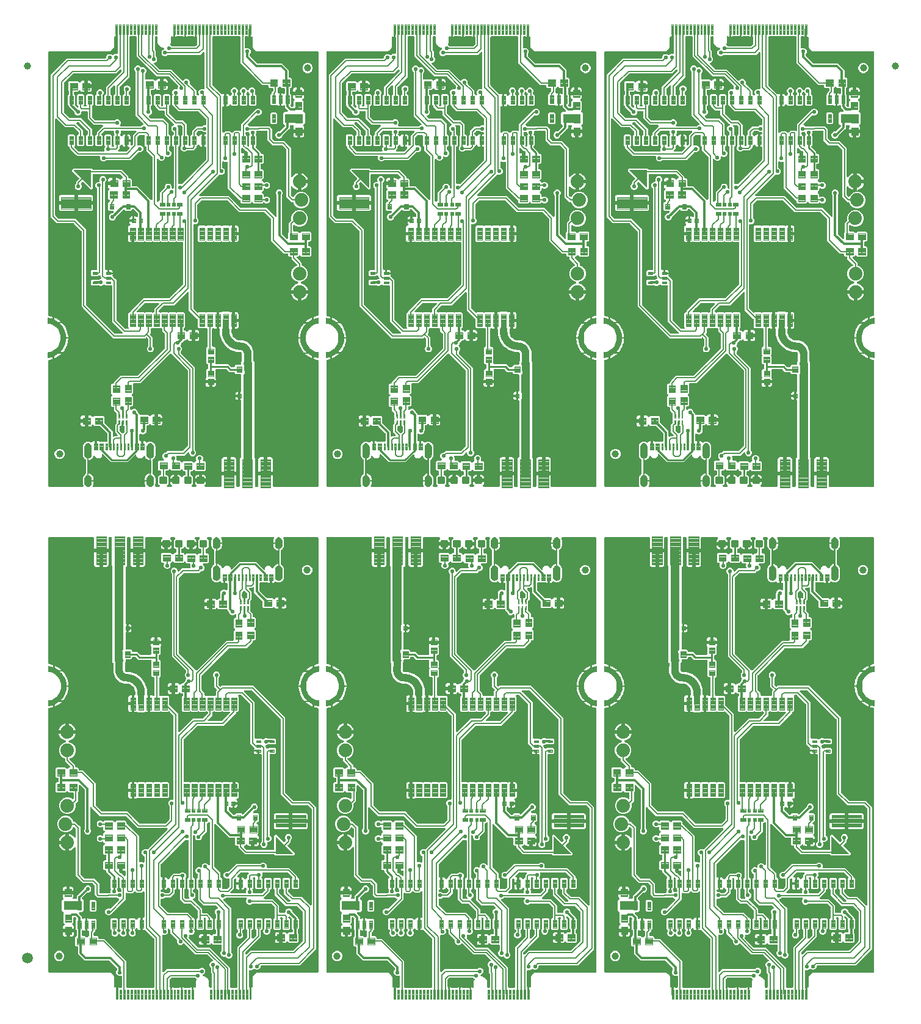
<source format=gtl>
G04 EAGLE Gerber RS-274X export*
G75*
%MOMM*%
%FSLAX34Y34*%
%LPD*%
%INTop Copper*%
%IPPOS*%
%AMOC8*
5,1,8,0,0,1.08239X$1,22.5*%
G01*
%ADD10C,0.100000*%
%ADD11C,0.102000*%
%ADD12C,0.300000*%
%ADD13C,0.100800*%
%ADD14C,0.099000*%
%ADD15C,0.104000*%
%ADD16C,0.102500*%
%ADD17C,0.654000*%
%ADD18C,0.105000*%
%ADD19C,1.000000*%
%ADD20C,0.101500*%
%ADD21C,0.609600*%
%ADD22C,0.203200*%
%ADD23C,1.879600*%
%ADD24C,1.500000*%
%ADD25C,0.558800*%
%ADD26C,0.304800*%
%ADD27C,0.254000*%
%ADD28C,1.000000*%

G36*
X293100Y716042D02*
X293100Y716042D01*
X293219Y716049D01*
X293257Y716062D01*
X293298Y716067D01*
X293408Y716110D01*
X293521Y716147D01*
X293556Y716169D01*
X293593Y716184D01*
X293689Y716253D01*
X293790Y716317D01*
X293818Y716347D01*
X293851Y716370D01*
X293927Y716462D01*
X294008Y716549D01*
X294028Y716584D01*
X294053Y716615D01*
X294104Y716723D01*
X294162Y716827D01*
X294172Y716867D01*
X294189Y716903D01*
X294211Y717020D01*
X294241Y717135D01*
X294245Y717195D01*
X294249Y717215D01*
X294247Y717236D01*
X294251Y717296D01*
X294251Y732083D01*
X303022Y732083D01*
X303140Y732098D01*
X303259Y732105D01*
X303297Y732118D01*
X303337Y732123D01*
X303448Y732166D01*
X303561Y732203D01*
X303596Y732225D01*
X303633Y732240D01*
X303729Y732310D01*
X303830Y732373D01*
X303858Y732403D01*
X303890Y732427D01*
X303966Y732518D01*
X304048Y732605D01*
X304067Y732640D01*
X304093Y732671D01*
X304144Y732779D01*
X304201Y732883D01*
X304212Y732923D01*
X304229Y732959D01*
X304251Y733076D01*
X304281Y733191D01*
X304285Y733252D01*
X304289Y733272D01*
X304287Y733292D01*
X304291Y733352D01*
X304291Y734623D01*
X304293Y734623D01*
X304293Y733352D01*
X304308Y733234D01*
X304315Y733115D01*
X304328Y733077D01*
X304333Y733037D01*
X304377Y732926D01*
X304413Y732813D01*
X304435Y732778D01*
X304450Y732741D01*
X304520Y732645D01*
X304583Y732544D01*
X304613Y732516D01*
X304637Y732483D01*
X304728Y732408D01*
X304815Y732326D01*
X304850Y732306D01*
X304882Y732281D01*
X304989Y732230D01*
X305093Y732172D01*
X305133Y732162D01*
X305169Y732145D01*
X305286Y732123D01*
X305401Y732093D01*
X305462Y732089D01*
X305482Y732085D01*
X305502Y732087D01*
X305562Y732083D01*
X314333Y732083D01*
X314333Y717296D01*
X314348Y717178D01*
X314355Y717059D01*
X314368Y717021D01*
X314373Y716980D01*
X314417Y716869D01*
X314453Y716757D01*
X314475Y716722D01*
X314490Y716685D01*
X314559Y716589D01*
X314623Y716488D01*
X314653Y716460D01*
X314676Y716427D01*
X314768Y716351D01*
X314855Y716270D01*
X314890Y716250D01*
X314921Y716225D01*
X315029Y716174D01*
X315133Y716116D01*
X315173Y716106D01*
X315209Y716089D01*
X315326Y716067D01*
X315441Y716037D01*
X315501Y716033D01*
X315521Y716029D01*
X315542Y716031D01*
X315602Y716027D01*
X376174Y716027D01*
X376292Y716042D01*
X376411Y716049D01*
X376449Y716062D01*
X376490Y716067D01*
X376600Y716110D01*
X376713Y716147D01*
X376748Y716169D01*
X376785Y716184D01*
X376881Y716253D01*
X376982Y716317D01*
X377010Y716347D01*
X377043Y716370D01*
X377119Y716462D01*
X377200Y716549D01*
X377220Y716584D01*
X377245Y716615D01*
X377296Y716723D01*
X377354Y716827D01*
X377364Y716867D01*
X377381Y716903D01*
X377403Y717020D01*
X377433Y717135D01*
X377437Y717195D01*
X377441Y717215D01*
X377439Y717236D01*
X377443Y717296D01*
X377443Y891013D01*
X377437Y891065D01*
X377439Y891117D01*
X377417Y891222D01*
X377403Y891328D01*
X377384Y891377D01*
X377373Y891428D01*
X377326Y891525D01*
X377286Y891624D01*
X377256Y891666D01*
X377232Y891713D01*
X377162Y891795D01*
X377100Y891881D01*
X377059Y891915D01*
X377025Y891955D01*
X376937Y892016D01*
X376855Y892084D01*
X376807Y892107D01*
X376764Y892137D01*
X376664Y892174D01*
X376567Y892220D01*
X376515Y892230D01*
X376466Y892248D01*
X376307Y892275D01*
X375608Y892349D01*
X372481Y893013D01*
X371261Y893408D01*
X371261Y896162D01*
X373415Y895440D01*
X373425Y895439D01*
X373450Y895431D01*
X377448Y894711D01*
X377487Y894715D01*
X377525Y894709D01*
X377555Y894722D01*
X377587Y894726D01*
X377617Y894750D01*
X377653Y894766D01*
X377671Y894793D01*
X377696Y894813D01*
X377709Y894850D01*
X377730Y894883D01*
X377739Y894938D01*
X377741Y894945D01*
X377740Y894949D01*
X377741Y894956D01*
X377741Y902456D01*
X377739Y902465D01*
X377739Y902467D01*
X377736Y902473D01*
X377722Y902521D01*
X377703Y902588D01*
X377702Y902589D01*
X377702Y902590D01*
X377650Y902636D01*
X377599Y902681D01*
X377598Y902682D01*
X377597Y902682D01*
X377594Y902683D01*
X377528Y902703D01*
X374630Y903126D01*
X371852Y903992D01*
X369244Y905282D01*
X366870Y906964D01*
X364788Y908996D01*
X363050Y911329D01*
X361698Y913906D01*
X360766Y916662D01*
X360276Y919530D01*
X360241Y922456D01*
X360276Y925382D01*
X360766Y928250D01*
X361698Y931006D01*
X363050Y933583D01*
X364788Y935916D01*
X366870Y937948D01*
X369244Y939630D01*
X371852Y940920D01*
X374630Y941786D01*
X377528Y942209D01*
X377589Y942237D01*
X377653Y942266D01*
X377654Y942267D01*
X377655Y942268D01*
X377692Y942325D01*
X377730Y942383D01*
X377730Y942384D01*
X377731Y942385D01*
X377731Y942388D01*
X377741Y942456D01*
X377741Y949956D01*
X377731Y949993D01*
X377730Y950031D01*
X377711Y950058D01*
X377702Y950090D01*
X377673Y950115D01*
X377652Y950147D01*
X377622Y950160D01*
X377597Y950182D01*
X377559Y950188D01*
X377524Y950203D01*
X377466Y950202D01*
X377459Y950203D01*
X377456Y950202D01*
X377450Y950202D01*
X373439Y949508D01*
X373430Y949504D01*
X373403Y949500D01*
X371261Y948794D01*
X371261Y951543D01*
X372484Y951932D01*
X372501Y951935D01*
X375625Y952577D01*
X376298Y952643D01*
X376354Y952656D01*
X376411Y952659D01*
X376508Y952691D01*
X376608Y952714D01*
X376659Y952740D01*
X376713Y952757D01*
X376800Y952812D01*
X376891Y952859D01*
X376934Y952897D01*
X376982Y952928D01*
X377052Y953002D01*
X377129Y953070D01*
X377161Y953117D01*
X377200Y953159D01*
X377249Y953249D01*
X377307Y953333D01*
X377326Y953387D01*
X377354Y953438D01*
X377379Y953537D01*
X377413Y953633D01*
X377419Y953690D01*
X377433Y953746D01*
X377443Y953906D01*
X377443Y1318138D01*
X377428Y1318256D01*
X377421Y1318375D01*
X377408Y1318413D01*
X377403Y1318454D01*
X377360Y1318564D01*
X377323Y1318677D01*
X377301Y1318712D01*
X377286Y1318749D01*
X377217Y1318845D01*
X377153Y1318946D01*
X377123Y1318974D01*
X377100Y1319007D01*
X377008Y1319083D01*
X376921Y1319164D01*
X376886Y1319184D01*
X376855Y1319209D01*
X376747Y1319260D01*
X376643Y1319318D01*
X376603Y1319328D01*
X376567Y1319345D01*
X376450Y1319367D01*
X376335Y1319397D01*
X376275Y1319401D01*
X376255Y1319405D01*
X376234Y1319403D01*
X376174Y1319407D01*
X295582Y1319407D01*
X295534Y1319401D01*
X295485Y1319404D01*
X295377Y1319381D01*
X295267Y1319367D01*
X295222Y1319349D01*
X295174Y1319340D01*
X295110Y1319308D01*
X293921Y1319403D01*
X293899Y1319402D01*
X293820Y1319407D01*
X292638Y1319407D01*
X292624Y1319417D01*
X292520Y1319453D01*
X292418Y1319497D01*
X292370Y1319505D01*
X292324Y1319520D01*
X292164Y1319543D01*
X291713Y1319579D01*
X288268Y1321774D01*
X286252Y1325328D01*
X286243Y1325653D01*
X286231Y1325733D01*
X286228Y1325814D01*
X286206Y1325890D01*
X286194Y1325967D01*
X286193Y1325970D01*
X286193Y1327395D01*
X286192Y1327406D01*
X286193Y1327431D01*
X286152Y1328855D01*
X286163Y1328934D01*
X286183Y1329013D01*
X286193Y1329164D01*
X286193Y1329169D01*
X286193Y1329170D01*
X286193Y1329173D01*
X286193Y1338812D01*
X286178Y1338937D01*
X286168Y1339063D01*
X286158Y1339095D01*
X286153Y1339128D01*
X286107Y1339245D01*
X286067Y1339364D01*
X286049Y1339392D01*
X286036Y1339424D01*
X285963Y1339525D01*
X285894Y1339631D01*
X285869Y1339654D01*
X285850Y1339681D01*
X285753Y1339761D01*
X285660Y1339846D01*
X285631Y1339862D01*
X285605Y1339884D01*
X285491Y1339937D01*
X285380Y1339997D01*
X285347Y1340005D01*
X285317Y1340019D01*
X285193Y1340043D01*
X285071Y1340073D01*
X285038Y1340073D01*
X285005Y1340079D01*
X284879Y1340071D01*
X284753Y1340070D01*
X284705Y1340061D01*
X284687Y1340059D01*
X284667Y1340053D01*
X284595Y1340038D01*
X284136Y1339915D01*
X283761Y1339915D01*
X283761Y1341334D01*
X283760Y1341344D01*
X283761Y1341354D01*
X283740Y1341501D01*
X283722Y1341649D01*
X283718Y1341659D01*
X283716Y1341669D01*
X283659Y1341807D01*
X283605Y1341945D01*
X283599Y1341953D01*
X283595Y1341963D01*
X283506Y1342081D01*
X283418Y1342202D01*
X283410Y1342209D01*
X283404Y1342217D01*
X283288Y1342310D01*
X283173Y1342405D01*
X283164Y1342409D01*
X283156Y1342416D01*
X283019Y1342478D01*
X282885Y1342541D01*
X282875Y1342543D01*
X282866Y1342547D01*
X282718Y1342573D01*
X282573Y1342600D01*
X282563Y1342600D01*
X282553Y1342602D01*
X282403Y1342590D01*
X282255Y1342581D01*
X282246Y1342578D01*
X282235Y1342577D01*
X282094Y1342528D01*
X281953Y1342483D01*
X281944Y1342477D01*
X281935Y1342474D01*
X281810Y1342392D01*
X281684Y1342312D01*
X281677Y1342305D01*
X281669Y1342300D01*
X281553Y1342188D01*
X281553Y1342187D01*
X281513Y1342131D01*
X281466Y1342081D01*
X281422Y1342001D01*
X281370Y1341927D01*
X281346Y1341862D01*
X281312Y1341802D01*
X281290Y1341714D01*
X281258Y1341629D01*
X281250Y1341561D01*
X281233Y1341494D01*
X281223Y1341333D01*
X281223Y1339915D01*
X280848Y1339915D01*
X280073Y1340123D01*
X279847Y1340253D01*
X279762Y1340289D01*
X279681Y1340334D01*
X279616Y1340350D01*
X279554Y1340376D01*
X279463Y1340390D01*
X279373Y1340413D01*
X279257Y1340420D01*
X279240Y1340423D01*
X279231Y1340422D01*
X279213Y1340423D01*
X276810Y1340423D01*
X276692Y1340408D01*
X276573Y1340401D01*
X276535Y1340388D01*
X276494Y1340383D01*
X276384Y1340340D01*
X276271Y1340303D01*
X276236Y1340281D01*
X276199Y1340266D01*
X276103Y1340197D01*
X276002Y1340133D01*
X275974Y1340103D01*
X275941Y1340080D01*
X275865Y1339988D01*
X275784Y1339901D01*
X275764Y1339866D01*
X275739Y1339835D01*
X275688Y1339727D01*
X275630Y1339623D01*
X275620Y1339583D01*
X275603Y1339547D01*
X275581Y1339430D01*
X275551Y1339315D01*
X275547Y1339255D01*
X275543Y1339235D01*
X275545Y1339214D01*
X275541Y1339154D01*
X275541Y1325012D01*
X275547Y1324962D01*
X275545Y1324913D01*
X275567Y1324805D01*
X275581Y1324696D01*
X275599Y1324650D01*
X275609Y1324601D01*
X275657Y1324503D01*
X275698Y1324401D01*
X275727Y1324360D01*
X275749Y1324316D01*
X275820Y1324232D01*
X275884Y1324143D01*
X275923Y1324112D01*
X275955Y1324074D01*
X276045Y1324011D01*
X276129Y1323940D01*
X276174Y1323919D01*
X276215Y1323891D01*
X276318Y1323852D01*
X276417Y1323805D01*
X276466Y1323796D01*
X276512Y1323778D01*
X276622Y1323766D01*
X276729Y1323745D01*
X276779Y1323748D01*
X276828Y1323743D01*
X276937Y1323758D01*
X277047Y1323765D01*
X277094Y1323780D01*
X277143Y1323787D01*
X277296Y1323839D01*
X277932Y1324103D01*
X279852Y1324103D01*
X281626Y1323368D01*
X282984Y1322010D01*
X283719Y1320236D01*
X283719Y1318316D01*
X282984Y1316542D01*
X282820Y1316378D01*
X282760Y1316300D01*
X282692Y1316228D01*
X282663Y1316175D01*
X282626Y1316127D01*
X282586Y1316036D01*
X282538Y1315950D01*
X282523Y1315891D01*
X282499Y1315835D01*
X282484Y1315737D01*
X282459Y1315642D01*
X282453Y1315542D01*
X282449Y1315521D01*
X282451Y1315509D01*
X282449Y1315481D01*
X282449Y1313655D01*
X282461Y1313557D01*
X282464Y1313458D01*
X282481Y1313400D01*
X282489Y1313339D01*
X282525Y1313247D01*
X282553Y1313152D01*
X282583Y1313100D01*
X282606Y1313044D01*
X282664Y1312964D01*
X282714Y1312878D01*
X282780Y1312803D01*
X282792Y1312786D01*
X282802Y1312779D01*
X282820Y1312757D01*
X292693Y1302884D01*
X292772Y1302824D01*
X292844Y1302756D01*
X292897Y1302727D01*
X292945Y1302690D01*
X293036Y1302650D01*
X293122Y1302602D01*
X293181Y1302587D01*
X293237Y1302563D01*
X293335Y1302548D01*
X293430Y1302523D01*
X293530Y1302517D01*
X293551Y1302513D01*
X293563Y1302515D01*
X293591Y1302513D01*
X327355Y1302513D01*
X336161Y1293707D01*
X336161Y1284144D01*
X336176Y1284026D01*
X336183Y1283907D01*
X336196Y1283869D01*
X336201Y1283828D01*
X336244Y1283718D01*
X336281Y1283605D01*
X336303Y1283570D01*
X336318Y1283533D01*
X336387Y1283437D01*
X336451Y1283336D01*
X336481Y1283308D01*
X336504Y1283275D01*
X336596Y1283199D01*
X336683Y1283118D01*
X336718Y1283098D01*
X336749Y1283073D01*
X336857Y1283022D01*
X336961Y1282964D01*
X337001Y1282954D01*
X337037Y1282937D01*
X337154Y1282915D01*
X337269Y1282885D01*
X337329Y1282881D01*
X337349Y1282877D01*
X337370Y1282879D01*
X337430Y1282875D01*
X338653Y1282875D01*
X340137Y1281391D01*
X340137Y1270293D01*
X338548Y1268705D01*
X338488Y1268626D01*
X338420Y1268554D01*
X338391Y1268501D01*
X338354Y1268453D01*
X338314Y1268362D01*
X338266Y1268276D01*
X338251Y1268217D01*
X338227Y1268162D01*
X338212Y1268064D01*
X338187Y1267968D01*
X338181Y1267868D01*
X338177Y1267847D01*
X338179Y1267835D01*
X338177Y1267807D01*
X338177Y1261079D01*
X338189Y1260981D01*
X338192Y1260882D01*
X338209Y1260823D01*
X338217Y1260763D01*
X338253Y1260671D01*
X338281Y1260576D01*
X338311Y1260524D01*
X338334Y1260468D01*
X338392Y1260388D01*
X338442Y1260302D01*
X338508Y1260227D01*
X338520Y1260210D01*
X338530Y1260202D01*
X338548Y1260181D01*
X339403Y1259327D01*
X339403Y1246223D01*
X338926Y1245747D01*
X338853Y1245653D01*
X338775Y1245563D01*
X338756Y1245527D01*
X338731Y1245495D01*
X338684Y1245386D01*
X338630Y1245280D01*
X338621Y1245241D01*
X338605Y1245203D01*
X338586Y1245086D01*
X338560Y1244970D01*
X338562Y1244929D01*
X338555Y1244889D01*
X338566Y1244771D01*
X338570Y1244652D01*
X338581Y1244613D01*
X338585Y1244573D01*
X338625Y1244461D01*
X338658Y1244346D01*
X338679Y1244311D01*
X338693Y1244274D01*
X338759Y1244175D01*
X338820Y1244072D01*
X338860Y1244027D01*
X338871Y1244010D01*
X338887Y1243997D01*
X338926Y1243952D01*
X339684Y1243194D01*
X339762Y1243134D01*
X339834Y1243066D01*
X339887Y1243037D01*
X339935Y1243000D01*
X340026Y1242960D01*
X340112Y1242912D01*
X340171Y1242897D01*
X340227Y1242873D01*
X340325Y1242858D01*
X340420Y1242833D01*
X340520Y1242827D01*
X340541Y1242823D01*
X340553Y1242825D01*
X340581Y1242823D01*
X341456Y1242823D01*
X341574Y1242838D01*
X341693Y1242845D01*
X341731Y1242858D01*
X341772Y1242863D01*
X341882Y1242906D01*
X341995Y1242943D01*
X342030Y1242965D01*
X342067Y1242980D01*
X342163Y1243049D01*
X342264Y1243113D01*
X342292Y1243143D01*
X342325Y1243166D01*
X342401Y1243258D01*
X342482Y1243345D01*
X342502Y1243380D01*
X342527Y1243411D01*
X342578Y1243519D01*
X342636Y1243623D01*
X342646Y1243663D01*
X342663Y1243699D01*
X342685Y1243816D01*
X342715Y1243931D01*
X342719Y1243991D01*
X342723Y1244011D01*
X342721Y1244032D01*
X342725Y1244092D01*
X342725Y1250277D01*
X344029Y1251581D01*
X344107Y1251681D01*
X344189Y1251776D01*
X344204Y1251806D01*
X344224Y1251833D01*
X344274Y1251948D01*
X344330Y1252060D01*
X344337Y1252093D01*
X344351Y1252124D01*
X344370Y1252249D01*
X344397Y1252371D01*
X344395Y1252405D01*
X344401Y1252438D01*
X344389Y1252564D01*
X344384Y1252689D01*
X344374Y1252722D01*
X344371Y1252755D01*
X344328Y1252873D01*
X344292Y1252994D01*
X344275Y1253023D01*
X344263Y1253054D01*
X344193Y1253158D01*
X344128Y1253266D01*
X344104Y1253290D01*
X344085Y1253317D01*
X343990Y1253401D01*
X343901Y1253489D01*
X343860Y1253516D01*
X343846Y1253528D01*
X343827Y1253538D01*
X343767Y1253578D01*
X343391Y1253795D01*
X342825Y1254361D01*
X342424Y1255054D01*
X342217Y1255828D01*
X342217Y1258729D01*
X348528Y1258729D01*
X348646Y1258744D01*
X348765Y1258751D01*
X348803Y1258763D01*
X348843Y1258769D01*
X348954Y1258812D01*
X349067Y1258849D01*
X349101Y1258871D01*
X349139Y1258886D01*
X349235Y1258955D01*
X349336Y1259019D01*
X349364Y1259049D01*
X349396Y1259072D01*
X349472Y1259164D01*
X349554Y1259251D01*
X349573Y1259286D01*
X349599Y1259317D01*
X349650Y1259425D01*
X349707Y1259529D01*
X349717Y1259569D01*
X349735Y1259605D01*
X349755Y1259712D01*
X349759Y1259682D01*
X349803Y1259572D01*
X349839Y1259459D01*
X349861Y1259424D01*
X349876Y1259387D01*
X349946Y1259290D01*
X350009Y1259190D01*
X350039Y1259162D01*
X350063Y1259129D01*
X350154Y1259053D01*
X350241Y1258972D01*
X350276Y1258952D01*
X350308Y1258927D01*
X350415Y1258876D01*
X350520Y1258818D01*
X350559Y1258808D01*
X350595Y1258791D01*
X350712Y1258769D01*
X350828Y1258739D01*
X350888Y1258735D01*
X350908Y1258731D01*
X350928Y1258733D01*
X350988Y1258729D01*
X357299Y1258729D01*
X357299Y1255828D01*
X357092Y1255054D01*
X356691Y1254361D01*
X356125Y1253795D01*
X355749Y1253578D01*
X355649Y1253502D01*
X355545Y1253431D01*
X355523Y1253406D01*
X355496Y1253386D01*
X355418Y1253287D01*
X355335Y1253193D01*
X355319Y1253163D01*
X355299Y1253136D01*
X355247Y1253021D01*
X355190Y1252910D01*
X355183Y1252877D01*
X355169Y1252846D01*
X355148Y1252722D01*
X355121Y1252599D01*
X355122Y1252566D01*
X355116Y1252532D01*
X355126Y1252407D01*
X355130Y1252281D01*
X355140Y1252249D01*
X355142Y1252216D01*
X355184Y1252097D01*
X355219Y1251976D01*
X355236Y1251947D01*
X355247Y1251915D01*
X355316Y1251810D01*
X355380Y1251702D01*
X355412Y1251665D01*
X355423Y1251650D01*
X355439Y1251636D01*
X355487Y1251581D01*
X356791Y1250277D01*
X356791Y1238179D01*
X356431Y1237819D01*
X356358Y1237725D01*
X356279Y1237636D01*
X356261Y1237600D01*
X356236Y1237568D01*
X356189Y1237459D01*
X356135Y1237353D01*
X356126Y1237313D01*
X356110Y1237276D01*
X356091Y1237158D01*
X356065Y1237043D01*
X356066Y1237002D01*
X356060Y1236962D01*
X356071Y1236844D01*
X356075Y1236725D01*
X356086Y1236686D01*
X356090Y1236646D01*
X356130Y1236534D01*
X356163Y1236419D01*
X356184Y1236384D01*
X356197Y1236346D01*
X356264Y1236248D01*
X356325Y1236145D01*
X356365Y1236100D01*
X356376Y1236083D01*
X356391Y1236070D01*
X356431Y1236024D01*
X358776Y1233680D01*
X358776Y1219706D01*
X356799Y1217730D01*
X356726Y1217635D01*
X356648Y1217546D01*
X356629Y1217511D01*
X356604Y1217479D01*
X356557Y1217369D01*
X356503Y1217263D01*
X356494Y1217224D01*
X356478Y1217187D01*
X356459Y1217069D01*
X356433Y1216953D01*
X356435Y1216913D01*
X356428Y1216873D01*
X356439Y1216754D01*
X356443Y1216635D01*
X356454Y1216596D01*
X356458Y1216556D01*
X356498Y1216444D01*
X356531Y1216330D01*
X356552Y1216295D01*
X356566Y1216257D01*
X356633Y1216158D01*
X356693Y1216056D01*
X356733Y1216010D01*
X356744Y1215994D01*
X356760Y1215980D01*
X356799Y1215935D01*
X357199Y1215535D01*
X357600Y1214842D01*
X357807Y1214068D01*
X357807Y1211167D01*
X351496Y1211167D01*
X351378Y1211152D01*
X351259Y1211145D01*
X351221Y1211132D01*
X351181Y1211127D01*
X351070Y1211084D01*
X350957Y1211047D01*
X350923Y1211025D01*
X350885Y1211010D01*
X350789Y1210941D01*
X350688Y1210877D01*
X350660Y1210847D01*
X350628Y1210824D01*
X350552Y1210732D01*
X350470Y1210645D01*
X350451Y1210610D01*
X350425Y1210579D01*
X350374Y1210471D01*
X350317Y1210367D01*
X350307Y1210327D01*
X350289Y1210291D01*
X350269Y1210184D01*
X350265Y1210214D01*
X350221Y1210324D01*
X350185Y1210437D01*
X350163Y1210472D01*
X350148Y1210509D01*
X350078Y1210605D01*
X350015Y1210706D01*
X349985Y1210734D01*
X349961Y1210767D01*
X349870Y1210843D01*
X349783Y1210924D01*
X349748Y1210944D01*
X349716Y1210969D01*
X349609Y1211020D01*
X349504Y1211078D01*
X349465Y1211088D01*
X349429Y1211105D01*
X349312Y1211127D01*
X349196Y1211157D01*
X349136Y1211161D01*
X349116Y1211165D01*
X349096Y1211163D01*
X349036Y1211167D01*
X342725Y1211167D01*
X342725Y1214068D01*
X342932Y1214842D01*
X343396Y1215644D01*
X343447Y1215767D01*
X343504Y1215886D01*
X343509Y1215913D01*
X343519Y1215938D01*
X343539Y1216069D01*
X343563Y1216199D01*
X343562Y1216225D01*
X343566Y1216252D01*
X343552Y1216384D01*
X343544Y1216516D01*
X343535Y1216542D01*
X343533Y1216568D01*
X343486Y1216693D01*
X343446Y1216818D01*
X343431Y1216841D01*
X343422Y1216867D01*
X343346Y1216975D01*
X343275Y1217087D01*
X343256Y1217106D01*
X343240Y1217128D01*
X343141Y1217214D01*
X343044Y1217305D01*
X343020Y1217318D01*
X343000Y1217336D01*
X342881Y1217395D01*
X342765Y1217459D01*
X342739Y1217465D01*
X342715Y1217477D01*
X342585Y1217505D01*
X342457Y1217538D01*
X342419Y1217540D01*
X342404Y1217544D01*
X342382Y1217543D01*
X342297Y1217548D01*
X339446Y1217548D01*
X339328Y1217533D01*
X339209Y1217526D01*
X339171Y1217513D01*
X339130Y1217508D01*
X339020Y1217465D01*
X338907Y1217428D01*
X338872Y1217406D01*
X338835Y1217391D01*
X338739Y1217322D01*
X338638Y1217258D01*
X338610Y1217228D01*
X338577Y1217205D01*
X338501Y1217113D01*
X338420Y1217026D01*
X338400Y1216991D01*
X338375Y1216960D01*
X338324Y1216852D01*
X338266Y1216748D01*
X338256Y1216708D01*
X338239Y1216672D01*
X338217Y1216555D01*
X338187Y1216440D01*
X338183Y1216380D01*
X338179Y1216360D01*
X338181Y1216339D01*
X338177Y1216279D01*
X338177Y1213155D01*
X336078Y1211056D01*
X336063Y1211056D01*
X336004Y1211039D01*
X335944Y1211031D01*
X335852Y1210995D01*
X335757Y1210967D01*
X335705Y1210937D01*
X335649Y1210914D01*
X335569Y1210856D01*
X335483Y1210806D01*
X335408Y1210740D01*
X335391Y1210728D01*
X335383Y1210718D01*
X335362Y1210700D01*
X328104Y1203442D01*
X328044Y1203363D01*
X327976Y1203291D01*
X327947Y1203238D01*
X327910Y1203190D01*
X327870Y1203099D01*
X327822Y1203013D01*
X327807Y1202954D01*
X327783Y1202899D01*
X327768Y1202801D01*
X327743Y1202705D01*
X327737Y1202605D01*
X327733Y1202584D01*
X327735Y1202572D01*
X327734Y1202567D01*
X326998Y1200790D01*
X325640Y1199432D01*
X323866Y1198697D01*
X321946Y1198697D01*
X320172Y1199432D01*
X318814Y1200790D01*
X318079Y1202564D01*
X318079Y1204484D01*
X318814Y1206258D01*
X320172Y1207616D01*
X321946Y1208351D01*
X323146Y1208351D01*
X323244Y1208363D01*
X323343Y1208366D01*
X323402Y1208383D01*
X323462Y1208391D01*
X323554Y1208427D01*
X323649Y1208455D01*
X323701Y1208485D01*
X323757Y1208508D01*
X323837Y1208566D01*
X323923Y1208616D01*
X323998Y1208682D01*
X324015Y1208694D01*
X324023Y1208704D01*
X324044Y1208722D01*
X330692Y1215370D01*
X330752Y1215449D01*
X330820Y1215521D01*
X330849Y1215574D01*
X330886Y1215622D01*
X330926Y1215713D01*
X330974Y1215799D01*
X330989Y1215858D01*
X331013Y1215913D01*
X331028Y1216011D01*
X331053Y1216107D01*
X331059Y1216207D01*
X331063Y1216228D01*
X331061Y1216240D01*
X331063Y1216268D01*
X331063Y1216411D01*
X331051Y1216510D01*
X331048Y1216609D01*
X331031Y1216667D01*
X331023Y1216727D01*
X330987Y1216819D01*
X330959Y1216914D01*
X330929Y1216966D01*
X330906Y1217023D01*
X330848Y1217103D01*
X330798Y1217188D01*
X330732Y1217263D01*
X330720Y1217280D01*
X330710Y1217288D01*
X330692Y1217309D01*
X328294Y1219706D01*
X328294Y1233680D01*
X330452Y1235838D01*
X333916Y1235838D01*
X334054Y1235855D01*
X334192Y1235868D01*
X334212Y1235875D01*
X334232Y1235878D01*
X334361Y1235929D01*
X334492Y1235976D01*
X334509Y1235987D01*
X334527Y1235995D01*
X334640Y1236076D01*
X334755Y1236154D01*
X334768Y1236170D01*
X334785Y1236181D01*
X334873Y1236289D01*
X334965Y1236393D01*
X334975Y1236411D01*
X334987Y1236426D01*
X335047Y1236552D01*
X335110Y1236676D01*
X335114Y1236696D01*
X335123Y1236714D01*
X335149Y1236850D01*
X335180Y1236986D01*
X335179Y1237007D01*
X335183Y1237026D01*
X335174Y1237165D01*
X335170Y1237304D01*
X335164Y1237324D01*
X335163Y1237344D01*
X335120Y1237476D01*
X335082Y1237610D01*
X335071Y1237627D01*
X335065Y1237646D01*
X334991Y1237764D01*
X334920Y1237884D01*
X334901Y1237905D01*
X334895Y1237915D01*
X334880Y1237929D01*
X334814Y1238004D01*
X333519Y1239300D01*
X333518Y1239300D01*
X331063Y1241755D01*
X331063Y1243696D01*
X331047Y1243827D01*
X331036Y1243959D01*
X331027Y1243984D01*
X331023Y1244011D01*
X330975Y1244134D01*
X330931Y1244259D01*
X330916Y1244282D01*
X330906Y1244307D01*
X330829Y1244414D01*
X330755Y1244524D01*
X330735Y1244542D01*
X330720Y1244564D01*
X330617Y1244649D01*
X330519Y1244737D01*
X330495Y1244750D01*
X330475Y1244767D01*
X330355Y1244823D01*
X330238Y1244885D01*
X330211Y1244891D01*
X330187Y1244903D01*
X330057Y1244927D01*
X329928Y1244958D01*
X329901Y1244957D01*
X329875Y1244962D01*
X329743Y1244954D01*
X329610Y1244952D01*
X329584Y1244944D01*
X329557Y1244943D01*
X329431Y1244902D01*
X329304Y1244866D01*
X329269Y1244849D01*
X329255Y1244845D01*
X329236Y1244833D01*
X329159Y1244795D01*
X328547Y1244441D01*
X327775Y1244234D01*
X326494Y1244234D01*
X326494Y1252670D01*
X326485Y1252740D01*
X326488Y1252780D01*
X326492Y1252800D01*
X326490Y1252820D01*
X326492Y1252839D01*
X326494Y1252880D01*
X326494Y1261316D01*
X327775Y1261316D01*
X328547Y1261109D01*
X329159Y1260755D01*
X329282Y1260704D01*
X329401Y1260647D01*
X329428Y1260642D01*
X329453Y1260632D01*
X329584Y1260612D01*
X329714Y1260588D01*
X329740Y1260589D01*
X329767Y1260585D01*
X329899Y1260599D01*
X330031Y1260607D01*
X330057Y1260616D01*
X330083Y1260619D01*
X330208Y1260665D01*
X330333Y1260705D01*
X330356Y1260720D01*
X330382Y1260729D01*
X330491Y1260805D01*
X330602Y1260876D01*
X330621Y1260895D01*
X330643Y1260911D01*
X330729Y1261011D01*
X330820Y1261107D01*
X330833Y1261131D01*
X330851Y1261151D01*
X330910Y1261270D01*
X330974Y1261386D01*
X330980Y1261412D01*
X330992Y1261436D01*
X331020Y1261566D01*
X331053Y1261694D01*
X331055Y1261732D01*
X331059Y1261747D01*
X331058Y1261769D01*
X331063Y1261854D01*
X331063Y1267540D01*
X331048Y1267658D01*
X331041Y1267777D01*
X331028Y1267815D01*
X331023Y1267856D01*
X330980Y1267966D01*
X330943Y1268079D01*
X330921Y1268114D01*
X330906Y1268151D01*
X330837Y1268247D01*
X330773Y1268348D01*
X330743Y1268376D01*
X330720Y1268409D01*
X330628Y1268485D01*
X330541Y1268566D01*
X330506Y1268586D01*
X330475Y1268611D01*
X330367Y1268662D01*
X330263Y1268720D01*
X330223Y1268730D01*
X330187Y1268747D01*
X330070Y1268769D01*
X329955Y1268799D01*
X329895Y1268803D01*
X329875Y1268807D01*
X329854Y1268805D01*
X329794Y1268809D01*
X326555Y1268809D01*
X325001Y1270363D01*
X324907Y1270436D01*
X324906Y1270437D01*
X324897Y1270446D01*
X324895Y1270447D01*
X324818Y1270514D01*
X324782Y1270533D01*
X324750Y1270558D01*
X324641Y1270605D01*
X324535Y1270659D01*
X324496Y1270668D01*
X324458Y1270684D01*
X324341Y1270703D01*
X324225Y1270729D01*
X324184Y1270727D01*
X324144Y1270734D01*
X324026Y1270723D01*
X323907Y1270719D01*
X323868Y1270708D01*
X323828Y1270704D01*
X323715Y1270664D01*
X323601Y1270631D01*
X323566Y1270610D01*
X323528Y1270596D01*
X323430Y1270530D01*
X323327Y1270469D01*
X323282Y1270429D01*
X323265Y1270418D01*
X323252Y1270403D01*
X323206Y1270363D01*
X321470Y1268627D01*
X321410Y1268548D01*
X321342Y1268476D01*
X321313Y1268423D01*
X321276Y1268375D01*
X321236Y1268284D01*
X321188Y1268198D01*
X321173Y1268139D01*
X321149Y1268084D01*
X321134Y1267986D01*
X321109Y1267890D01*
X321103Y1267790D01*
X321099Y1267769D01*
X321101Y1267757D01*
X321099Y1267729D01*
X321099Y1262585D01*
X321114Y1262467D01*
X321121Y1262348D01*
X321134Y1262310D01*
X321139Y1262269D01*
X321182Y1262159D01*
X321219Y1262046D01*
X321241Y1262011D01*
X321256Y1261974D01*
X321325Y1261878D01*
X321389Y1261777D01*
X321419Y1261749D01*
X321442Y1261716D01*
X321534Y1261640D01*
X321621Y1261559D01*
X321656Y1261539D01*
X321687Y1261514D01*
X321795Y1261463D01*
X321899Y1261405D01*
X321939Y1261395D01*
X321975Y1261378D01*
X322092Y1261356D01*
X322207Y1261326D01*
X322267Y1261322D01*
X322287Y1261318D01*
X322308Y1261320D01*
X322368Y1261316D01*
X323746Y1261316D01*
X323746Y1252880D01*
X323755Y1252810D01*
X323752Y1252770D01*
X323748Y1252750D01*
X323750Y1252730D01*
X323746Y1252670D01*
X323746Y1244234D01*
X322465Y1244234D01*
X321693Y1244441D01*
X321001Y1244841D01*
X320908Y1244933D01*
X320829Y1244995D01*
X320759Y1245061D01*
X320742Y1245070D01*
X320725Y1245085D01*
X320689Y1245104D01*
X320657Y1245128D01*
X320561Y1245170D01*
X320481Y1245214D01*
X320464Y1245219D01*
X320442Y1245230D01*
X320402Y1245239D01*
X320365Y1245255D01*
X320258Y1245272D01*
X320173Y1245294D01*
X320151Y1245295D01*
X320131Y1245300D01*
X320098Y1245299D01*
X320084Y1245299D01*
X320051Y1245305D01*
X320031Y1245303D01*
X320012Y1245304D01*
X320009Y1245304D01*
X319925Y1245293D01*
X319814Y1245290D01*
X319775Y1245279D01*
X319735Y1245275D01*
X319711Y1245266D01*
X319694Y1245264D01*
X319611Y1245231D01*
X319508Y1245201D01*
X319473Y1245181D01*
X319435Y1245167D01*
X319416Y1245154D01*
X319398Y1245147D01*
X319322Y1245092D01*
X319234Y1245040D01*
X319189Y1245000D01*
X319172Y1244989D01*
X319159Y1244973D01*
X319156Y1244972D01*
X319141Y1244960D01*
X319134Y1244951D01*
X319113Y1244934D01*
X318922Y1244742D01*
X312318Y1244742D01*
X310837Y1246223D01*
X310837Y1259327D01*
X312200Y1260689D01*
X312260Y1260768D01*
X312328Y1260840D01*
X312357Y1260893D01*
X312394Y1260941D01*
X312434Y1261031D01*
X312482Y1261118D01*
X312497Y1261177D01*
X312521Y1261232D01*
X312536Y1261330D01*
X312561Y1261426D01*
X312567Y1261526D01*
X312571Y1261546D01*
X312569Y1261559D01*
X312571Y1261587D01*
X312571Y1262229D01*
X314630Y1264287D01*
X314690Y1264365D01*
X314758Y1264437D01*
X314787Y1264490D01*
X314824Y1264538D01*
X314864Y1264629D01*
X314912Y1264716D01*
X314927Y1264775D01*
X314951Y1264830D01*
X314966Y1264928D01*
X314991Y1265024D01*
X314997Y1265124D01*
X315001Y1265144D01*
X314999Y1265157D01*
X315001Y1265185D01*
X315001Y1267540D01*
X314986Y1267658D01*
X314979Y1267777D01*
X314966Y1267815D01*
X314961Y1267856D01*
X314918Y1267966D01*
X314881Y1268079D01*
X314859Y1268114D01*
X314844Y1268151D01*
X314775Y1268247D01*
X314711Y1268348D01*
X314681Y1268376D01*
X314658Y1268409D01*
X314566Y1268485D01*
X314479Y1268566D01*
X314444Y1268586D01*
X314413Y1268611D01*
X314305Y1268662D01*
X314201Y1268720D01*
X314161Y1268730D01*
X314125Y1268747D01*
X314008Y1268769D01*
X313893Y1268799D01*
X313833Y1268803D01*
X313813Y1268807D01*
X313792Y1268805D01*
X313732Y1268809D01*
X309555Y1268809D01*
X308071Y1270293D01*
X308071Y1271524D01*
X308056Y1271642D01*
X308049Y1271761D01*
X308036Y1271799D01*
X308031Y1271840D01*
X307988Y1271950D01*
X307951Y1272063D01*
X307929Y1272098D01*
X307914Y1272135D01*
X307845Y1272231D01*
X307781Y1272332D01*
X307751Y1272360D01*
X307728Y1272393D01*
X307636Y1272469D01*
X307549Y1272550D01*
X307514Y1272570D01*
X307483Y1272595D01*
X307375Y1272646D01*
X307271Y1272704D01*
X307231Y1272714D01*
X307195Y1272731D01*
X307078Y1272753D01*
X306963Y1272783D01*
X306903Y1272787D01*
X306883Y1272791D01*
X306862Y1272789D01*
X306802Y1272793D01*
X299843Y1272793D01*
X271601Y1301036D01*
X269443Y1303193D01*
X269443Y1339154D01*
X269428Y1339272D01*
X269421Y1339391D01*
X269408Y1339429D01*
X269403Y1339470D01*
X269360Y1339580D01*
X269323Y1339693D01*
X269301Y1339728D01*
X269286Y1339765D01*
X269217Y1339861D01*
X269153Y1339962D01*
X269123Y1339990D01*
X269100Y1340023D01*
X269008Y1340099D01*
X268921Y1340180D01*
X268886Y1340200D01*
X268855Y1340225D01*
X268747Y1340276D01*
X268643Y1340334D01*
X268603Y1340344D01*
X268567Y1340361D01*
X268450Y1340383D01*
X268335Y1340413D01*
X268275Y1340417D01*
X268255Y1340421D01*
X268234Y1340419D01*
X268174Y1340423D01*
X231810Y1340423D01*
X231692Y1340408D01*
X231573Y1340401D01*
X231535Y1340388D01*
X231494Y1340383D01*
X231384Y1340340D01*
X231271Y1340303D01*
X231236Y1340281D01*
X231199Y1340266D01*
X231103Y1340197D01*
X231002Y1340133D01*
X230974Y1340103D01*
X230941Y1340080D01*
X230865Y1339988D01*
X230784Y1339901D01*
X230764Y1339866D01*
X230739Y1339835D01*
X230688Y1339727D01*
X230630Y1339623D01*
X230620Y1339583D01*
X230603Y1339547D01*
X230581Y1339430D01*
X230551Y1339315D01*
X230547Y1339255D01*
X230543Y1339235D01*
X230545Y1339214D01*
X230541Y1339154D01*
X230541Y1273145D01*
X230553Y1273046D01*
X230556Y1272947D01*
X230573Y1272889D01*
X230581Y1272829D01*
X230617Y1272737D01*
X230645Y1272642D01*
X230675Y1272590D01*
X230698Y1272533D01*
X230756Y1272453D01*
X230806Y1272368D01*
X230872Y1272293D01*
X230884Y1272276D01*
X230894Y1272268D01*
X230912Y1272247D01*
X242183Y1260976D01*
X242823Y1260336D01*
X242912Y1260267D01*
X242996Y1260192D01*
X243038Y1260170D01*
X243075Y1260141D01*
X243178Y1260096D01*
X243278Y1260044D01*
X243323Y1260033D01*
X243367Y1260015D01*
X243478Y1259997D01*
X243587Y1259971D01*
X243634Y1259972D01*
X243681Y1259965D01*
X243793Y1259975D01*
X243905Y1259978D01*
X243950Y1259990D01*
X243997Y1259995D01*
X244103Y1260033D01*
X244211Y1260063D01*
X244276Y1260095D01*
X244297Y1260102D01*
X244312Y1260113D01*
X244356Y1260134D01*
X244744Y1260359D01*
X245520Y1260567D01*
X246913Y1260567D01*
X246913Y1252256D01*
X246928Y1252138D01*
X246935Y1252019D01*
X246937Y1252012D01*
X246923Y1251956D01*
X246919Y1251896D01*
X246915Y1251876D01*
X246917Y1251856D01*
X246913Y1251796D01*
X246913Y1243485D01*
X245610Y1243485D01*
X245492Y1243470D01*
X245373Y1243463D01*
X245335Y1243450D01*
X245294Y1243445D01*
X245184Y1243402D01*
X245071Y1243365D01*
X245036Y1243343D01*
X244999Y1243328D01*
X244903Y1243259D01*
X244802Y1243195D01*
X244774Y1243165D01*
X244741Y1243142D01*
X244665Y1243050D01*
X244584Y1242963D01*
X244564Y1242928D01*
X244539Y1242897D01*
X244488Y1242789D01*
X244430Y1242685D01*
X244420Y1242645D01*
X244403Y1242609D01*
X244381Y1242492D01*
X244351Y1242377D01*
X244347Y1242317D01*
X244343Y1242297D01*
X244345Y1242276D01*
X244341Y1242216D01*
X244341Y1208027D01*
X244358Y1207889D01*
X244371Y1207750D01*
X244378Y1207731D01*
X244381Y1207711D01*
X244432Y1207582D01*
X244479Y1207451D01*
X244490Y1207434D01*
X244498Y1207415D01*
X244579Y1207303D01*
X244657Y1207188D01*
X244673Y1207174D01*
X244684Y1207158D01*
X244792Y1207069D01*
X244896Y1206977D01*
X244914Y1206968D01*
X244929Y1206955D01*
X245055Y1206896D01*
X245179Y1206833D01*
X245199Y1206828D01*
X245217Y1206820D01*
X245353Y1206794D01*
X245489Y1206763D01*
X245510Y1206764D01*
X245529Y1206760D01*
X245668Y1206768D01*
X245807Y1206773D01*
X245827Y1206778D01*
X245847Y1206780D01*
X245979Y1206822D01*
X246113Y1206861D01*
X246130Y1206871D01*
X246149Y1206878D01*
X246267Y1206952D01*
X246387Y1207023D01*
X246408Y1207041D01*
X246418Y1207048D01*
X246432Y1207063D01*
X246507Y1207129D01*
X248419Y1209041D01*
X254755Y1209041D01*
X256532Y1207264D01*
X256626Y1207191D01*
X256715Y1207112D01*
X256751Y1207094D01*
X256783Y1207069D01*
X256892Y1207022D01*
X256998Y1206968D01*
X257037Y1206959D01*
X257075Y1206943D01*
X257192Y1206924D01*
X257308Y1206898D01*
X257349Y1206899D01*
X257389Y1206893D01*
X257507Y1206904D01*
X257626Y1206908D01*
X257665Y1206919D01*
X257705Y1206923D01*
X257817Y1206963D01*
X257932Y1206996D01*
X257967Y1207017D01*
X258005Y1207030D01*
X258103Y1207097D01*
X258206Y1207158D01*
X258251Y1207197D01*
X258268Y1207209D01*
X258281Y1207224D01*
X258327Y1207264D01*
X260865Y1209803D01*
X267709Y1209803D01*
X268087Y1209425D01*
X268196Y1209340D01*
X268303Y1209251D01*
X268322Y1209243D01*
X268338Y1209230D01*
X268466Y1209175D01*
X268591Y1209116D01*
X268611Y1209112D01*
X268630Y1209104D01*
X268768Y1209082D01*
X268904Y1209056D01*
X268924Y1209057D01*
X268944Y1209054D01*
X269083Y1209067D01*
X269221Y1209076D01*
X269240Y1209082D01*
X269260Y1209084D01*
X269391Y1209131D01*
X269523Y1209174D01*
X269541Y1209184D01*
X269560Y1209191D01*
X269674Y1209269D01*
X269792Y1209344D01*
X269806Y1209359D01*
X269823Y1209370D01*
X269915Y1209474D01*
X270010Y1209575D01*
X270020Y1209593D01*
X270033Y1209608D01*
X270096Y1209732D01*
X270164Y1209854D01*
X270169Y1209873D01*
X270178Y1209892D01*
X270208Y1210027D01*
X270243Y1210162D01*
X270245Y1210190D01*
X270248Y1210202D01*
X270247Y1210222D01*
X270253Y1210323D01*
X270253Y1218429D01*
X290579Y1238754D01*
X290606Y1238770D01*
X290681Y1238836D01*
X290698Y1238848D01*
X290705Y1238858D01*
X290726Y1238876D01*
X291398Y1239548D01*
X293172Y1240283D01*
X295092Y1240283D01*
X296866Y1239548D01*
X298224Y1238190D01*
X298959Y1236416D01*
X298959Y1234496D01*
X298224Y1232722D01*
X296866Y1231364D01*
X295092Y1230629D01*
X293172Y1230629D01*
X292474Y1230918D01*
X292446Y1230926D01*
X292419Y1230940D01*
X292293Y1230968D01*
X292167Y1231002D01*
X292138Y1231003D01*
X292109Y1231009D01*
X291979Y1231005D01*
X291849Y1231007D01*
X291821Y1231000D01*
X291791Y1231000D01*
X291666Y1230964D01*
X291540Y1230933D01*
X291514Y1230919D01*
X291486Y1230911D01*
X291374Y1230845D01*
X291259Y1230784D01*
X291237Y1230765D01*
X291212Y1230750D01*
X291091Y1230643D01*
X279546Y1219098D01*
X279515Y1219059D01*
X279478Y1219025D01*
X279418Y1218934D01*
X279351Y1218847D01*
X279331Y1218801D01*
X279304Y1218760D01*
X279268Y1218656D01*
X279224Y1218555D01*
X279216Y1218506D01*
X279200Y1218459D01*
X279192Y1218350D01*
X279174Y1218241D01*
X279179Y1218191D01*
X279175Y1218142D01*
X279194Y1218034D01*
X279204Y1217924D01*
X279221Y1217877D01*
X279230Y1217828D01*
X279275Y1217728D01*
X279312Y1217625D01*
X279340Y1217584D01*
X279360Y1217538D01*
X279429Y1217453D01*
X279490Y1217362D01*
X279528Y1217329D01*
X279559Y1217290D01*
X279647Y1217224D01*
X279729Y1217151D01*
X279773Y1217129D01*
X279813Y1217099D01*
X279957Y1217028D01*
X281116Y1216548D01*
X281788Y1215876D01*
X281866Y1215816D01*
X281938Y1215748D01*
X281991Y1215719D01*
X282039Y1215682D01*
X282130Y1215642D01*
X282216Y1215594D01*
X282275Y1215579D01*
X282331Y1215555D01*
X282429Y1215540D01*
X282524Y1215515D01*
X282624Y1215509D01*
X282645Y1215505D01*
X282657Y1215507D01*
X282685Y1215505D01*
X292703Y1215505D01*
X292802Y1215517D01*
X292901Y1215520D01*
X292959Y1215537D01*
X293019Y1215545D01*
X293111Y1215581D01*
X293206Y1215609D01*
X293258Y1215639D01*
X293272Y1215645D01*
X309365Y1215645D01*
X313166Y1211844D01*
X313166Y1199145D01*
X313178Y1199046D01*
X313181Y1198947D01*
X313198Y1198889D01*
X313206Y1198829D01*
X313242Y1198737D01*
X313270Y1198642D01*
X313300Y1198590D01*
X313323Y1198533D01*
X313381Y1198453D01*
X313431Y1198368D01*
X313497Y1198293D01*
X313509Y1198276D01*
X313519Y1198268D01*
X313537Y1198247D01*
X316088Y1195696D01*
X316166Y1195636D01*
X316238Y1195568D01*
X316291Y1195539D01*
X316339Y1195502D01*
X316430Y1195462D01*
X316517Y1195414D01*
X316576Y1195399D01*
X316631Y1195375D01*
X316729Y1195360D01*
X316825Y1195335D01*
X316925Y1195329D01*
X316945Y1195325D01*
X316958Y1195327D01*
X316986Y1195325D01*
X329685Y1195325D01*
X331842Y1193167D01*
X337228Y1187781D01*
X339386Y1185624D01*
X339386Y1146780D01*
X339396Y1146701D01*
X339396Y1146621D01*
X339416Y1146544D01*
X339426Y1146464D01*
X339455Y1146390D01*
X339475Y1146313D01*
X339513Y1146243D01*
X339543Y1146169D01*
X339589Y1146104D01*
X339628Y1146034D01*
X339682Y1145976D01*
X339729Y1145911D01*
X339791Y1145860D01*
X339845Y1145802D01*
X339913Y1145760D01*
X339974Y1145709D01*
X340046Y1145675D01*
X340114Y1145632D01*
X340190Y1145607D01*
X340262Y1145573D01*
X340340Y1145558D01*
X340416Y1145533D01*
X340496Y1145528D01*
X340574Y1145513D01*
X340654Y1145518D01*
X340734Y1145513D01*
X340812Y1145528D01*
X340892Y1145533D01*
X340968Y1145558D01*
X341046Y1145572D01*
X341118Y1145606D01*
X341194Y1145631D01*
X341262Y1145674D01*
X341334Y1145707D01*
X341395Y1145758D01*
X341463Y1145801D01*
X341518Y1145859D01*
X341579Y1145910D01*
X341680Y1146032D01*
X341681Y1146033D01*
X341682Y1146034D01*
X342176Y1146714D01*
X343504Y1148042D01*
X345025Y1149147D01*
X346699Y1150000D01*
X348486Y1150581D01*
X348743Y1150621D01*
X348743Y1140206D01*
X348758Y1140088D01*
X348765Y1139969D01*
X348778Y1139931D01*
X348783Y1139891D01*
X348826Y1139780D01*
X348863Y1139667D01*
X348885Y1139633D01*
X348900Y1139595D01*
X348970Y1139499D01*
X349033Y1139398D01*
X349063Y1139370D01*
X349086Y1139338D01*
X349178Y1139262D01*
X349265Y1139180D01*
X349300Y1139161D01*
X349331Y1139135D01*
X349439Y1139084D01*
X349543Y1139027D01*
X349583Y1139016D01*
X349619Y1138999D01*
X349736Y1138977D01*
X349851Y1138947D01*
X349912Y1138943D01*
X349932Y1138939D01*
X349952Y1138941D01*
X350012Y1138937D01*
X351283Y1138937D01*
X351283Y1138935D01*
X350012Y1138935D01*
X349894Y1138920D01*
X349775Y1138913D01*
X349737Y1138900D01*
X349696Y1138895D01*
X349586Y1138851D01*
X349473Y1138815D01*
X349438Y1138793D01*
X349401Y1138778D01*
X349305Y1138708D01*
X349204Y1138645D01*
X349176Y1138615D01*
X349143Y1138591D01*
X349068Y1138500D01*
X348986Y1138413D01*
X348966Y1138378D01*
X348941Y1138346D01*
X348890Y1138239D01*
X348832Y1138134D01*
X348822Y1138095D01*
X348805Y1138059D01*
X348783Y1137942D01*
X348753Y1137827D01*
X348749Y1137766D01*
X348745Y1137746D01*
X348747Y1137726D01*
X348743Y1137666D01*
X348743Y1127251D01*
X348486Y1127291D01*
X346699Y1127872D01*
X345025Y1128725D01*
X343504Y1129830D01*
X342176Y1131158D01*
X341682Y1131838D01*
X341661Y1131861D01*
X341649Y1131880D01*
X341619Y1131907D01*
X341581Y1131961D01*
X341519Y1132012D01*
X341464Y1132070D01*
X341397Y1132113D01*
X341336Y1132163D01*
X341263Y1132198D01*
X341196Y1132240D01*
X341120Y1132265D01*
X341048Y1132299D01*
X340969Y1132314D01*
X340893Y1132339D01*
X340814Y1132344D01*
X340735Y1132359D01*
X340656Y1132354D01*
X340576Y1132359D01*
X340498Y1132344D01*
X340418Y1132339D01*
X340342Y1132314D01*
X340263Y1132299D01*
X340191Y1132266D01*
X340116Y1132241D01*
X340048Y1132198D01*
X339976Y1132164D01*
X339914Y1132113D01*
X339847Y1132071D01*
X339792Y1132013D01*
X339730Y1131962D01*
X339683Y1131897D01*
X339629Y1131839D01*
X339590Y1131769D01*
X339543Y1131705D01*
X339514Y1131630D01*
X339475Y1131561D01*
X339455Y1131483D01*
X339426Y1131409D01*
X339416Y1131330D01*
X339396Y1131253D01*
X339390Y1131162D01*
X339388Y1131152D01*
X339389Y1131142D01*
X339386Y1131095D01*
X339386Y1131093D01*
X339386Y1131092D01*
X339386Y1120700D01*
X339398Y1120601D01*
X339401Y1120502D01*
X339418Y1120444D01*
X339426Y1120384D01*
X339462Y1120292D01*
X339490Y1120197D01*
X339520Y1120145D01*
X339543Y1120088D01*
X339601Y1120008D01*
X339651Y1119923D01*
X339717Y1119848D01*
X339729Y1119831D01*
X339739Y1119823D01*
X339757Y1119802D01*
X341446Y1118114D01*
X341485Y1118083D01*
X341519Y1118046D01*
X341610Y1117986D01*
X341697Y1117919D01*
X341743Y1117899D01*
X341784Y1117872D01*
X341888Y1117836D01*
X341989Y1117792D01*
X342038Y1117784D01*
X342085Y1117768D01*
X342195Y1117760D01*
X342303Y1117742D01*
X342353Y1117747D01*
X342402Y1117743D01*
X342510Y1117762D01*
X342620Y1117772D01*
X342667Y1117789D01*
X342716Y1117798D01*
X342816Y1117843D01*
X342919Y1117880D01*
X342960Y1117908D01*
X343006Y1117928D01*
X343091Y1117997D01*
X343182Y1118058D01*
X343215Y1118096D01*
X343254Y1118127D01*
X343320Y1118214D01*
X343393Y1118297D01*
X343415Y1118341D01*
X343445Y1118381D01*
X343516Y1118525D01*
X344131Y1120011D01*
X347347Y1123227D01*
X351548Y1124967D01*
X352552Y1124967D01*
X352670Y1124982D01*
X352789Y1124989D01*
X352827Y1125002D01*
X352867Y1125007D01*
X352978Y1125050D01*
X353091Y1125087D01*
X353126Y1125109D01*
X353163Y1125124D01*
X353259Y1125193D01*
X353360Y1125257D01*
X353388Y1125287D01*
X353421Y1125310D01*
X353496Y1125402D01*
X353578Y1125489D01*
X353598Y1125524D01*
X353623Y1125555D01*
X353674Y1125663D01*
X353732Y1125767D01*
X353742Y1125807D01*
X353748Y1125820D01*
X353752Y1125810D01*
X353788Y1125697D01*
X353810Y1125663D01*
X353825Y1125625D01*
X353895Y1125529D01*
X353958Y1125428D01*
X353988Y1125400D01*
X354011Y1125368D01*
X354103Y1125292D01*
X354190Y1125210D01*
X354225Y1125191D01*
X354256Y1125165D01*
X354364Y1125114D01*
X354469Y1125056D01*
X354507Y1125046D01*
X354544Y1125029D01*
X354661Y1125007D01*
X354777Y1124977D01*
X354836Y1124973D01*
X354856Y1124969D01*
X354877Y1124971D01*
X354937Y1124967D01*
X356096Y1124967D01*
X360297Y1123227D01*
X363513Y1120011D01*
X365253Y1115810D01*
X365253Y1111262D01*
X363513Y1107061D01*
X360297Y1103845D01*
X356096Y1102105D01*
X351548Y1102105D01*
X347347Y1103845D01*
X344131Y1107061D01*
X343037Y1109704D01*
X343022Y1109729D01*
X343013Y1109757D01*
X342944Y1109867D01*
X342879Y1109980D01*
X342859Y1110001D01*
X342843Y1110026D01*
X342748Y1110115D01*
X342658Y1110208D01*
X342633Y1110224D01*
X342611Y1110244D01*
X342498Y1110307D01*
X342387Y1110375D01*
X342359Y1110383D01*
X342333Y1110398D01*
X342207Y1110430D01*
X342083Y1110468D01*
X342053Y1110470D01*
X342025Y1110477D01*
X341864Y1110487D01*
X340449Y1110487D01*
X333288Y1117648D01*
X333288Y1182572D01*
X333276Y1182671D01*
X333273Y1182770D01*
X333256Y1182828D01*
X333248Y1182888D01*
X333212Y1182980D01*
X333184Y1183075D01*
X333154Y1183127D01*
X333131Y1183184D01*
X333073Y1183264D01*
X333023Y1183349D01*
X332957Y1183425D01*
X332945Y1183441D01*
X332935Y1183449D01*
X332917Y1183470D01*
X327531Y1188856D01*
X327453Y1188916D01*
X327381Y1188984D01*
X327328Y1189013D01*
X327280Y1189050D01*
X327189Y1189090D01*
X327102Y1189138D01*
X327044Y1189153D01*
X326988Y1189177D01*
X326890Y1189192D01*
X326794Y1189217D01*
X326694Y1189223D01*
X326674Y1189227D01*
X326661Y1189225D01*
X326633Y1189227D01*
X313934Y1189227D01*
X307068Y1196093D01*
X307068Y1208278D01*
X307053Y1208396D01*
X307046Y1208515D01*
X307033Y1208553D01*
X307028Y1208594D01*
X306985Y1208704D01*
X306948Y1208817D01*
X306926Y1208852D01*
X306911Y1208889D01*
X306842Y1208985D01*
X306778Y1209086D01*
X306748Y1209114D01*
X306725Y1209147D01*
X306633Y1209223D01*
X306546Y1209304D01*
X306511Y1209324D01*
X306480Y1209349D01*
X306372Y1209400D01*
X306268Y1209458D01*
X306228Y1209468D01*
X306192Y1209485D01*
X306075Y1209507D01*
X305960Y1209537D01*
X305900Y1209541D01*
X305880Y1209545D01*
X305859Y1209543D01*
X305799Y1209547D01*
X296421Y1209547D01*
X296322Y1209535D01*
X296223Y1209532D01*
X296165Y1209515D01*
X296105Y1209507D01*
X296013Y1209471D01*
X295918Y1209443D01*
X295866Y1209413D01*
X295852Y1209407D01*
X292508Y1209407D01*
X292390Y1209392D01*
X292271Y1209385D01*
X292233Y1209372D01*
X292192Y1209367D01*
X292082Y1209324D01*
X291969Y1209287D01*
X291934Y1209265D01*
X291897Y1209250D01*
X291801Y1209181D01*
X291700Y1209117D01*
X291672Y1209087D01*
X291639Y1209064D01*
X291563Y1208972D01*
X291482Y1208885D01*
X291462Y1208850D01*
X291437Y1208819D01*
X291386Y1208711D01*
X291328Y1208607D01*
X291318Y1208567D01*
X291301Y1208531D01*
X291279Y1208414D01*
X291249Y1208299D01*
X291245Y1208239D01*
X291241Y1208219D01*
X291243Y1208198D01*
X291239Y1208138D01*
X291239Y1206196D01*
X290591Y1204631D01*
X290583Y1204603D01*
X290569Y1204577D01*
X290541Y1204450D01*
X290507Y1204325D01*
X290506Y1204295D01*
X290500Y1204266D01*
X290504Y1204136D01*
X290502Y1204007D01*
X290509Y1203978D01*
X290509Y1203948D01*
X290546Y1203824D01*
X290576Y1203697D01*
X290590Y1203671D01*
X290598Y1203643D01*
X290664Y1203531D01*
X290725Y1203416D01*
X290744Y1203394D01*
X290759Y1203369D01*
X290866Y1203248D01*
X291545Y1202569D01*
X291545Y1189483D01*
X290483Y1188421D01*
X290410Y1188327D01*
X290331Y1188238D01*
X290313Y1188202D01*
X290288Y1188170D01*
X290241Y1188061D01*
X290187Y1187954D01*
X290178Y1187915D01*
X290162Y1187878D01*
X290143Y1187760D01*
X290117Y1187644D01*
X290118Y1187604D01*
X290112Y1187564D01*
X290123Y1187445D01*
X290127Y1187326D01*
X290138Y1187287D01*
X290142Y1187247D01*
X290182Y1187135D01*
X290215Y1187021D01*
X290235Y1186986D01*
X290249Y1186948D01*
X290316Y1186849D01*
X290376Y1186747D01*
X290416Y1186701D01*
X290428Y1186685D01*
X290443Y1186671D01*
X290483Y1186626D01*
X297045Y1180064D01*
X297045Y1178988D01*
X297060Y1178870D01*
X297067Y1178751D01*
X297080Y1178713D01*
X297085Y1178672D01*
X297128Y1178562D01*
X297165Y1178449D01*
X297187Y1178414D01*
X297202Y1178377D01*
X297271Y1178281D01*
X297335Y1178180D01*
X297365Y1178152D01*
X297388Y1178119D01*
X297480Y1178043D01*
X297567Y1177962D01*
X297602Y1177942D01*
X297633Y1177917D01*
X297741Y1177866D01*
X297845Y1177808D01*
X297885Y1177798D01*
X297921Y1177781D01*
X298038Y1177759D01*
X298153Y1177729D01*
X298213Y1177725D01*
X298233Y1177721D01*
X298254Y1177723D01*
X298314Y1177719D01*
X299791Y1177719D01*
X301275Y1176235D01*
X301275Y1165137D01*
X299791Y1163653D01*
X298314Y1163653D01*
X298196Y1163638D01*
X298077Y1163631D01*
X298039Y1163618D01*
X297998Y1163613D01*
X297888Y1163570D01*
X297775Y1163533D01*
X297740Y1163511D01*
X297703Y1163496D01*
X297607Y1163427D01*
X297506Y1163363D01*
X297478Y1163333D01*
X297445Y1163310D01*
X297369Y1163218D01*
X297288Y1163131D01*
X297268Y1163096D01*
X297243Y1163065D01*
X297192Y1162957D01*
X297134Y1162853D01*
X297124Y1162813D01*
X297107Y1162777D01*
X297085Y1162660D01*
X297055Y1162545D01*
X297051Y1162485D01*
X297047Y1162465D01*
X297049Y1162444D01*
X297045Y1162384D01*
X297045Y1157398D01*
X297060Y1157280D01*
X297067Y1157161D01*
X297080Y1157123D01*
X297085Y1157082D01*
X297128Y1156972D01*
X297165Y1156859D01*
X297187Y1156824D01*
X297202Y1156787D01*
X297271Y1156691D01*
X297335Y1156590D01*
X297365Y1156562D01*
X297388Y1156529D01*
X297480Y1156453D01*
X297567Y1156372D01*
X297602Y1156352D01*
X297633Y1156327D01*
X297741Y1156276D01*
X297845Y1156218D01*
X297885Y1156208D01*
X297921Y1156191D01*
X298038Y1156169D01*
X298153Y1156139D01*
X298213Y1156135D01*
X298233Y1156131D01*
X298254Y1156133D01*
X298314Y1156129D01*
X299791Y1156129D01*
X301275Y1154645D01*
X301275Y1143547D01*
X299466Y1141738D01*
X299393Y1141644D01*
X299315Y1141555D01*
X299296Y1141519D01*
X299271Y1141487D01*
X299224Y1141378D01*
X299170Y1141272D01*
X299161Y1141233D01*
X299145Y1141195D01*
X299126Y1141078D01*
X299100Y1140962D01*
X299102Y1140921D01*
X299095Y1140881D01*
X299106Y1140763D01*
X299110Y1140644D01*
X299121Y1140605D01*
X299125Y1140565D01*
X299165Y1140452D01*
X299198Y1140338D01*
X299219Y1140303D01*
X299233Y1140265D01*
X299299Y1140167D01*
X299360Y1140064D01*
X299400Y1140019D01*
X299411Y1140002D01*
X299426Y1139989D01*
X299466Y1139943D01*
X301262Y1138147D01*
X301286Y1138129D01*
X301305Y1138107D01*
X301411Y1138032D01*
X301514Y1137953D01*
X301541Y1137941D01*
X301565Y1137924D01*
X301686Y1137878D01*
X301805Y1137826D01*
X301835Y1137822D01*
X301862Y1137811D01*
X301991Y1137797D01*
X302120Y1137776D01*
X302149Y1137779D01*
X302178Y1137776D01*
X302307Y1137794D01*
X302436Y1137806D01*
X302464Y1137816D01*
X302493Y1137820D01*
X302646Y1137872D01*
X304602Y1138683D01*
X306522Y1138683D01*
X308296Y1137948D01*
X309654Y1136590D01*
X310389Y1134816D01*
X310389Y1132896D01*
X309654Y1131122D01*
X308296Y1129764D01*
X306522Y1129029D01*
X304602Y1129029D01*
X303030Y1129680D01*
X302982Y1129694D01*
X302937Y1129715D01*
X302829Y1129735D01*
X302723Y1129764D01*
X302673Y1129765D01*
X302624Y1129775D01*
X302515Y1129768D01*
X302405Y1129769D01*
X302357Y1129758D01*
X302307Y1129755D01*
X302203Y1129721D01*
X302096Y1129695D01*
X302052Y1129672D01*
X302005Y1129657D01*
X301912Y1129598D01*
X301815Y1129547D01*
X301778Y1129513D01*
X301736Y1129487D01*
X301661Y1129407D01*
X301579Y1129333D01*
X301552Y1129291D01*
X301518Y1129255D01*
X301465Y1129159D01*
X301405Y1129067D01*
X301388Y1129020D01*
X301364Y1128976D01*
X301337Y1128870D01*
X301301Y1128766D01*
X301297Y1128717D01*
X301285Y1128669D01*
X301275Y1128508D01*
X301275Y1127037D01*
X299466Y1125229D01*
X299393Y1125134D01*
X299315Y1125045D01*
X299296Y1125009D01*
X299271Y1124977D01*
X299224Y1124868D01*
X299170Y1124762D01*
X299161Y1124723D01*
X299145Y1124685D01*
X299126Y1124568D01*
X299100Y1124452D01*
X299102Y1124411D01*
X299095Y1124371D01*
X299106Y1124253D01*
X299110Y1124134D01*
X299121Y1124095D01*
X299125Y1124055D01*
X299165Y1123942D01*
X299198Y1123828D01*
X299219Y1123794D01*
X299233Y1123755D01*
X299299Y1123657D01*
X299360Y1123554D01*
X299400Y1123509D01*
X299411Y1123492D01*
X299426Y1123479D01*
X299466Y1123434D01*
X301275Y1121625D01*
X301275Y1118884D01*
X301281Y1118835D01*
X301279Y1118785D01*
X301301Y1118678D01*
X301315Y1118569D01*
X301333Y1118522D01*
X301343Y1118474D01*
X301391Y1118375D01*
X301432Y1118273D01*
X301461Y1118233D01*
X301483Y1118188D01*
X301554Y1118104D01*
X301618Y1118016D01*
X301657Y1117984D01*
X301689Y1117946D01*
X301779Y1117883D01*
X301863Y1117813D01*
X301908Y1117792D01*
X301949Y1117763D01*
X302052Y1117724D01*
X302151Y1117677D01*
X302200Y1117668D01*
X302246Y1117650D01*
X302356Y1117638D01*
X302463Y1117617D01*
X302513Y1117621D01*
X302562Y1117615D01*
X302671Y1117630D01*
X302781Y1117637D01*
X302828Y1117653D01*
X302877Y1117659D01*
X303030Y1117712D01*
X304602Y1118363D01*
X306522Y1118363D01*
X308296Y1117628D01*
X309654Y1116270D01*
X310389Y1114496D01*
X310389Y1112576D01*
X309654Y1110802D01*
X308296Y1109444D01*
X306522Y1108709D01*
X304602Y1108709D01*
X302828Y1109444D01*
X302407Y1109865D01*
X302313Y1109938D01*
X302224Y1110016D01*
X302188Y1110035D01*
X302156Y1110060D01*
X302047Y1110107D01*
X301941Y1110161D01*
X301901Y1110170D01*
X301864Y1110186D01*
X301746Y1110205D01*
X301631Y1110231D01*
X301590Y1110229D01*
X301550Y1110236D01*
X301432Y1110225D01*
X301313Y1110221D01*
X301274Y1110210D01*
X301234Y1110206D01*
X301122Y1110166D01*
X301007Y1110133D01*
X300972Y1110112D01*
X300934Y1110098D01*
X300836Y1110031D01*
X300733Y1109971D01*
X300688Y1109931D01*
X300671Y1109920D01*
X300658Y1109904D01*
X300612Y1109865D01*
X299791Y1109043D01*
X287693Y1109043D01*
X286139Y1110597D01*
X286045Y1110670D01*
X285956Y1110748D01*
X285920Y1110767D01*
X285888Y1110792D01*
X285779Y1110839D01*
X285673Y1110893D01*
X285634Y1110902D01*
X285596Y1110918D01*
X285479Y1110937D01*
X285363Y1110963D01*
X285322Y1110961D01*
X285282Y1110968D01*
X285164Y1110957D01*
X285045Y1110953D01*
X285006Y1110942D01*
X284966Y1110938D01*
X284854Y1110898D01*
X284739Y1110865D01*
X284704Y1110844D01*
X284666Y1110830D01*
X284568Y1110763D01*
X284465Y1110703D01*
X284420Y1110663D01*
X284403Y1110652D01*
X284390Y1110637D01*
X284344Y1110597D01*
X282791Y1109043D01*
X270693Y1109043D01*
X269209Y1110527D01*
X269209Y1112031D01*
X269197Y1112130D01*
X269194Y1112229D01*
X269187Y1112254D01*
X269186Y1112270D01*
X269175Y1112302D01*
X269169Y1112347D01*
X269133Y1112439D01*
X269105Y1112534D01*
X269093Y1112555D01*
X269088Y1112572D01*
X269068Y1112603D01*
X269052Y1112643D01*
X268994Y1112723D01*
X268944Y1112808D01*
X268924Y1112831D01*
X268917Y1112841D01*
X268903Y1112854D01*
X268878Y1112883D01*
X268866Y1112900D01*
X268856Y1112908D01*
X268838Y1112929D01*
X251967Y1129799D01*
X251967Y1165425D01*
X251961Y1165474D01*
X251963Y1165524D01*
X251941Y1165631D01*
X251927Y1165740D01*
X251909Y1165786D01*
X251899Y1165835D01*
X251851Y1165934D01*
X251810Y1166036D01*
X251781Y1166076D01*
X251759Y1166121D01*
X251688Y1166204D01*
X251624Y1166293D01*
X251585Y1166325D01*
X251553Y1166363D01*
X251463Y1166426D01*
X251379Y1166496D01*
X251334Y1166517D01*
X251293Y1166546D01*
X251190Y1166585D01*
X251091Y1166632D01*
X251042Y1166641D01*
X250996Y1166659D01*
X250886Y1166671D01*
X250779Y1166691D01*
X250729Y1166688D01*
X250680Y1166694D01*
X250571Y1166678D01*
X250461Y1166672D01*
X250414Y1166656D01*
X250365Y1166649D01*
X250212Y1166597D01*
X249372Y1166249D01*
X247452Y1166249D01*
X246096Y1166811D01*
X246048Y1166824D01*
X246003Y1166845D01*
X245895Y1166866D01*
X245789Y1166895D01*
X245739Y1166896D01*
X245690Y1166905D01*
X245581Y1166898D01*
X245471Y1166900D01*
X245423Y1166888D01*
X245373Y1166885D01*
X245269Y1166852D01*
X245162Y1166826D01*
X245118Y1166803D01*
X245071Y1166787D01*
X244978Y1166729D01*
X244881Y1166677D01*
X244844Y1166644D01*
X244802Y1166617D01*
X244727Y1166537D01*
X244645Y1166463D01*
X244618Y1166422D01*
X244584Y1166386D01*
X244531Y1166289D01*
X244471Y1166198D01*
X244454Y1166150D01*
X244430Y1166107D01*
X244403Y1166001D01*
X244367Y1165897D01*
X244363Y1165847D01*
X244351Y1165799D01*
X244341Y1165638D01*
X244341Y1158770D01*
X244344Y1158740D01*
X244342Y1158711D01*
X244364Y1158583D01*
X244381Y1158454D01*
X244391Y1158427D01*
X244396Y1158398D01*
X244450Y1158279D01*
X244498Y1158159D01*
X244515Y1158135D01*
X244527Y1158108D01*
X244608Y1158006D01*
X244684Y1157901D01*
X244707Y1157882D01*
X244726Y1157859D01*
X244829Y1157781D01*
X244929Y1157698D01*
X244956Y1157686D01*
X244980Y1157668D01*
X245124Y1157597D01*
X245726Y1157348D01*
X247084Y1155990D01*
X247819Y1154216D01*
X247819Y1152296D01*
X247084Y1150522D01*
X245726Y1149164D01*
X243952Y1148429D01*
X242032Y1148429D01*
X241150Y1148795D01*
X241122Y1148802D01*
X241095Y1148816D01*
X240969Y1148844D01*
X240843Y1148878D01*
X240814Y1148879D01*
X240785Y1148885D01*
X240655Y1148881D01*
X240525Y1148884D01*
X240497Y1148877D01*
X240467Y1148876D01*
X240343Y1148840D01*
X240216Y1148809D01*
X240190Y1148796D01*
X240162Y1148787D01*
X240050Y1148721D01*
X239935Y1148661D01*
X239913Y1148641D01*
X239888Y1148626D01*
X239767Y1148519D01*
X212539Y1121291D01*
X212454Y1121182D01*
X212365Y1121075D01*
X212357Y1121056D01*
X212344Y1121040D01*
X212289Y1120912D01*
X212230Y1120787D01*
X212226Y1120767D01*
X212218Y1120748D01*
X212196Y1120610D01*
X212170Y1120474D01*
X212171Y1120454D01*
X212168Y1120434D01*
X212181Y1120295D01*
X212190Y1120157D01*
X212196Y1120138D01*
X212198Y1120118D01*
X212245Y1119986D01*
X212288Y1119855D01*
X212298Y1119837D01*
X212305Y1119818D01*
X212383Y1119703D01*
X212458Y1119586D01*
X212473Y1119572D01*
X212484Y1119555D01*
X212588Y1119463D01*
X212689Y1119368D01*
X212707Y1119358D01*
X212722Y1119345D01*
X212846Y1119281D01*
X212968Y1119214D01*
X212987Y1119209D01*
X213006Y1119200D01*
X213141Y1119170D01*
X213276Y1119135D01*
X213304Y1119133D01*
X213316Y1119130D01*
X213336Y1119131D01*
X213437Y1119125D01*
X253485Y1119125D01*
X269623Y1102986D01*
X269701Y1102926D01*
X269773Y1102858D01*
X269826Y1102829D01*
X269874Y1102792D01*
X269965Y1102752D01*
X270052Y1102704D01*
X270111Y1102689D01*
X270166Y1102665D01*
X270264Y1102650D01*
X270360Y1102625D01*
X270460Y1102619D01*
X270480Y1102615D01*
X270493Y1102617D01*
X270521Y1102615D01*
X305555Y1102615D01*
X317492Y1090678D01*
X317601Y1090593D01*
X317708Y1090504D01*
X317727Y1090496D01*
X317743Y1090483D01*
X317871Y1090428D01*
X317996Y1090369D01*
X318016Y1090365D01*
X318035Y1090357D01*
X318173Y1090335D01*
X318309Y1090309D01*
X318329Y1090310D01*
X318349Y1090307D01*
X318488Y1090320D01*
X318626Y1090329D01*
X318645Y1090335D01*
X318665Y1090337D01*
X318797Y1090384D01*
X318928Y1090427D01*
X318946Y1090437D01*
X318965Y1090444D01*
X319080Y1090522D01*
X319197Y1090597D01*
X319211Y1090612D01*
X319228Y1090623D01*
X319320Y1090727D01*
X319415Y1090828D01*
X319425Y1090846D01*
X319438Y1090861D01*
X319502Y1090985D01*
X319569Y1091107D01*
X319574Y1091126D01*
X319583Y1091145D01*
X319613Y1091280D01*
X319648Y1091415D01*
X319650Y1091443D01*
X319653Y1091455D01*
X319652Y1091475D01*
X319658Y1091576D01*
X319658Y1119520D01*
X319646Y1119618D01*
X319643Y1119717D01*
X319626Y1119775D01*
X319618Y1119835D01*
X319582Y1119928D01*
X319554Y1120023D01*
X319524Y1120075D01*
X319501Y1120131D01*
X319443Y1120211D01*
X319393Y1120297D01*
X319327Y1120372D01*
X319315Y1120389D01*
X319305Y1120396D01*
X319287Y1120417D01*
X319123Y1120581D01*
X318388Y1122355D01*
X318388Y1124275D01*
X319123Y1126049D01*
X320481Y1127407D01*
X322255Y1128142D01*
X324175Y1128142D01*
X325949Y1127407D01*
X327307Y1126049D01*
X328042Y1124275D01*
X328042Y1122355D01*
X327307Y1120581D01*
X327143Y1120417D01*
X327083Y1120339D01*
X327015Y1120267D01*
X326986Y1120214D01*
X326949Y1120166D01*
X326909Y1120075D01*
X326861Y1119989D01*
X326846Y1119930D01*
X326822Y1119874D01*
X326807Y1119776D01*
X326782Y1119681D01*
X326776Y1119581D01*
X326772Y1119560D01*
X326774Y1119548D01*
X326772Y1119520D01*
X326772Y1067082D01*
X326784Y1066984D01*
X326787Y1066885D01*
X326804Y1066827D01*
X326812Y1066766D01*
X326848Y1066674D01*
X326876Y1066579D01*
X326906Y1066527D01*
X326929Y1066471D01*
X326987Y1066391D01*
X327037Y1066305D01*
X327103Y1066230D01*
X327115Y1066213D01*
X327125Y1066206D01*
X327143Y1066184D01*
X333293Y1060035D01*
X333402Y1059950D01*
X333509Y1059862D01*
X333528Y1059853D01*
X333544Y1059840D01*
X333672Y1059785D01*
X333797Y1059726D01*
X333817Y1059722D01*
X333836Y1059714D01*
X333974Y1059692D01*
X334110Y1059666D01*
X334130Y1059667D01*
X334150Y1059664D01*
X334289Y1059677D01*
X334427Y1059686D01*
X334446Y1059692D01*
X334466Y1059694D01*
X334598Y1059741D01*
X334729Y1059784D01*
X334747Y1059795D01*
X334766Y1059802D01*
X334881Y1059880D01*
X334998Y1059954D01*
X335012Y1059969D01*
X335029Y1059980D01*
X335121Y1060085D01*
X335216Y1060186D01*
X335226Y1060203D01*
X335239Y1060219D01*
X335303Y1060343D01*
X335370Y1060464D01*
X335375Y1060484D01*
X335384Y1060502D01*
X335414Y1060638D01*
X335449Y1060772D01*
X335451Y1060800D01*
X335454Y1060812D01*
X335453Y1060833D01*
X335459Y1060933D01*
X335459Y1068455D01*
X336072Y1069067D01*
X336132Y1069146D01*
X336200Y1069218D01*
X336229Y1069271D01*
X336266Y1069319D01*
X336306Y1069410D01*
X336354Y1069496D01*
X336369Y1069555D01*
X336393Y1069610D01*
X336408Y1069708D01*
X336433Y1069804D01*
X336439Y1069904D01*
X336443Y1069925D01*
X336441Y1069937D01*
X336443Y1069965D01*
X336443Y1081969D01*
X339480Y1085005D01*
X339540Y1085083D01*
X339608Y1085155D01*
X339637Y1085208D01*
X339674Y1085256D01*
X339714Y1085347D01*
X339762Y1085434D01*
X339777Y1085493D01*
X339801Y1085548D01*
X339816Y1085646D01*
X339841Y1085742D01*
X339847Y1085842D01*
X339851Y1085862D01*
X339849Y1085875D01*
X339851Y1085903D01*
X339851Y1090410D01*
X341591Y1094611D01*
X344807Y1097827D01*
X349008Y1099567D01*
X353556Y1099567D01*
X357757Y1097827D01*
X360973Y1094611D01*
X362713Y1090410D01*
X362713Y1085862D01*
X360973Y1081661D01*
X357757Y1078445D01*
X353556Y1076705D01*
X349008Y1076705D01*
X344807Y1078445D01*
X344708Y1078545D01*
X344598Y1078630D01*
X344491Y1078719D01*
X344472Y1078728D01*
X344456Y1078740D01*
X344328Y1078795D01*
X344203Y1078854D01*
X344183Y1078858D01*
X344164Y1078866D01*
X344027Y1078888D01*
X343890Y1078914D01*
X343870Y1078913D01*
X343850Y1078916D01*
X343712Y1078903D01*
X343573Y1078894D01*
X343554Y1078888D01*
X343534Y1078886D01*
X343403Y1078839D01*
X343271Y1078796D01*
X343253Y1078786D01*
X343234Y1078779D01*
X343119Y1078701D01*
X343002Y1078626D01*
X342988Y1078612D01*
X342971Y1078600D01*
X342879Y1078496D01*
X342784Y1078395D01*
X342774Y1078377D01*
X342761Y1078362D01*
X342698Y1078238D01*
X342630Y1078116D01*
X342625Y1078097D01*
X342616Y1078079D01*
X342586Y1077943D01*
X342551Y1077808D01*
X342549Y1077780D01*
X342546Y1077768D01*
X342547Y1077748D01*
X342541Y1077648D01*
X342541Y1071208D01*
X342556Y1071090D01*
X342563Y1070971D01*
X342576Y1070933D01*
X342581Y1070892D01*
X342624Y1070782D01*
X342661Y1070669D01*
X342683Y1070634D01*
X342698Y1070597D01*
X342767Y1070501D01*
X342831Y1070400D01*
X342861Y1070372D01*
X342884Y1070339D01*
X342976Y1070263D01*
X343063Y1070182D01*
X343098Y1070162D01*
X343129Y1070137D01*
X343237Y1070086D01*
X343341Y1070028D01*
X343381Y1070018D01*
X343417Y1070001D01*
X343534Y1069979D01*
X343649Y1069949D01*
X343709Y1069945D01*
X343729Y1069941D01*
X343750Y1069943D01*
X343810Y1069939D01*
X349041Y1069939D01*
X350594Y1068385D01*
X350689Y1068312D01*
X350778Y1068234D01*
X350814Y1068215D01*
X350846Y1068190D01*
X350955Y1068143D01*
X351061Y1068089D01*
X351100Y1068080D01*
X351138Y1068064D01*
X351255Y1068045D01*
X351371Y1068019D01*
X351412Y1068021D01*
X351452Y1068014D01*
X351570Y1068025D01*
X351689Y1068029D01*
X351728Y1068040D01*
X351768Y1068044D01*
X351881Y1068084D01*
X351995Y1068117D01*
X352029Y1068138D01*
X352068Y1068152D01*
X352166Y1068218D01*
X352269Y1068279D01*
X352314Y1068319D01*
X352331Y1068330D01*
X352344Y1068345D01*
X352389Y1068385D01*
X353943Y1069939D01*
X366041Y1069939D01*
X367525Y1068455D01*
X367525Y1057357D01*
X366041Y1055873D01*
X364818Y1055873D01*
X364700Y1055858D01*
X364581Y1055851D01*
X364543Y1055838D01*
X364502Y1055833D01*
X364392Y1055790D01*
X364279Y1055753D01*
X364244Y1055731D01*
X364207Y1055716D01*
X364111Y1055647D01*
X364010Y1055583D01*
X363982Y1055553D01*
X363949Y1055530D01*
X363873Y1055438D01*
X363792Y1055351D01*
X363772Y1055316D01*
X363747Y1055285D01*
X363696Y1055177D01*
X363638Y1055073D01*
X363628Y1055033D01*
X363611Y1054997D01*
X363589Y1054880D01*
X363559Y1054765D01*
X363555Y1054705D01*
X363551Y1054685D01*
X363553Y1054664D01*
X363549Y1054604D01*
X363549Y1050568D01*
X363564Y1050450D01*
X363571Y1050331D01*
X363584Y1050293D01*
X363589Y1050252D01*
X363632Y1050142D01*
X363669Y1050029D01*
X363691Y1049994D01*
X363706Y1049957D01*
X363775Y1049861D01*
X363839Y1049760D01*
X363869Y1049732D01*
X363892Y1049699D01*
X363984Y1049623D01*
X364071Y1049542D01*
X364106Y1049522D01*
X364137Y1049497D01*
X364245Y1049446D01*
X364349Y1049388D01*
X364389Y1049378D01*
X364425Y1049361D01*
X364542Y1049339D01*
X364657Y1049309D01*
X364717Y1049305D01*
X364737Y1049301D01*
X364758Y1049303D01*
X364818Y1049299D01*
X366231Y1049299D01*
X367715Y1047815D01*
X367715Y1036717D01*
X366231Y1035233D01*
X354133Y1035233D01*
X352579Y1036787D01*
X352497Y1036851D01*
X352441Y1036904D01*
X352427Y1036911D01*
X352396Y1036938D01*
X352360Y1036957D01*
X352328Y1036982D01*
X352219Y1037029D01*
X352113Y1037083D01*
X352074Y1037092D01*
X352036Y1037108D01*
X351919Y1037127D01*
X351803Y1037153D01*
X351762Y1037151D01*
X351722Y1037158D01*
X351604Y1037147D01*
X351485Y1037143D01*
X351446Y1037132D01*
X351406Y1037128D01*
X351294Y1037088D01*
X351179Y1037055D01*
X351144Y1037034D01*
X351106Y1037020D01*
X351065Y1036992D01*
X351059Y1036990D01*
X351025Y1036965D01*
X351008Y1036953D01*
X350905Y1036893D01*
X350860Y1036853D01*
X350843Y1036842D01*
X350830Y1036827D01*
X350810Y1036809D01*
X350802Y1036803D01*
X350798Y1036799D01*
X350784Y1036787D01*
X349231Y1035233D01*
X348701Y1035233D01*
X348563Y1035216D01*
X348424Y1035203D01*
X348405Y1035196D01*
X348385Y1035193D01*
X348256Y1035142D01*
X348125Y1035095D01*
X348108Y1035084D01*
X348089Y1035076D01*
X347977Y1034995D01*
X347862Y1034917D01*
X347848Y1034901D01*
X347832Y1034890D01*
X347743Y1034782D01*
X347651Y1034678D01*
X347642Y1034660D01*
X347629Y1034645D01*
X347570Y1034519D01*
X347507Y1034395D01*
X347502Y1034375D01*
X347494Y1034357D01*
X347468Y1034221D01*
X347437Y1034085D01*
X347438Y1034064D01*
X347434Y1034045D01*
X347442Y1033906D01*
X347447Y1033767D01*
X347452Y1033747D01*
X347454Y1033727D01*
X347496Y1033595D01*
X347535Y1033461D01*
X347545Y1033444D01*
X347552Y1033425D01*
X347626Y1033307D01*
X347697Y1033187D01*
X347715Y1033166D01*
X347722Y1033156D01*
X347737Y1033142D01*
X347803Y1033067D01*
X352253Y1028616D01*
X354411Y1026459D01*
X354411Y1023494D01*
X354414Y1023465D01*
X354412Y1023435D01*
X354434Y1023307D01*
X354451Y1023178D01*
X354461Y1023151D01*
X354466Y1023122D01*
X354520Y1023003D01*
X354568Y1022883D01*
X354585Y1022859D01*
X354597Y1022832D01*
X354678Y1022730D01*
X354754Y1022625D01*
X354777Y1022606D01*
X354796Y1022583D01*
X354899Y1022505D01*
X354999Y1022422D01*
X355026Y1022410D01*
X355050Y1022392D01*
X355194Y1022321D01*
X357837Y1021227D01*
X361053Y1018011D01*
X362793Y1013810D01*
X362793Y1009262D01*
X361053Y1005061D01*
X357837Y1001845D01*
X353878Y1000206D01*
X353766Y1000142D01*
X353651Y1000083D01*
X353628Y1000063D01*
X353602Y1000048D01*
X353509Y999958D01*
X353412Y999873D01*
X353395Y999848D01*
X353374Y999827D01*
X353306Y999716D01*
X353233Y999610D01*
X353223Y999581D01*
X353207Y999556D01*
X353169Y999432D01*
X353126Y999311D01*
X353123Y999281D01*
X353114Y999252D01*
X353108Y999123D01*
X353095Y998994D01*
X353100Y998964D01*
X353099Y998934D01*
X353125Y998808D01*
X353145Y998680D01*
X353157Y998652D01*
X353163Y998623D01*
X353220Y998506D01*
X353271Y998388D01*
X353289Y998364D01*
X353303Y998337D01*
X353387Y998239D01*
X353466Y998136D01*
X353489Y998118D01*
X353509Y998095D01*
X353615Y998021D01*
X353717Y997941D01*
X353744Y997929D01*
X353769Y997912D01*
X353890Y997866D01*
X354009Y997815D01*
X354050Y997805D01*
X354066Y997799D01*
X354088Y997797D01*
X354153Y997782D01*
X355945Y997200D01*
X357619Y996347D01*
X359140Y995242D01*
X360468Y993914D01*
X361573Y992393D01*
X362426Y990719D01*
X363007Y988932D01*
X363047Y988675D01*
X352632Y988675D01*
X352514Y988660D01*
X352395Y988653D01*
X352357Y988640D01*
X352317Y988635D01*
X352206Y988592D01*
X352093Y988555D01*
X352059Y988533D01*
X352021Y988518D01*
X351925Y988448D01*
X351824Y988385D01*
X351796Y988355D01*
X351764Y988331D01*
X351688Y988240D01*
X351606Y988153D01*
X351587Y988118D01*
X351561Y988087D01*
X351510Y987979D01*
X351453Y987875D01*
X351442Y987835D01*
X351425Y987799D01*
X351403Y987682D01*
X351373Y987567D01*
X351369Y987506D01*
X351365Y987486D01*
X351367Y987466D01*
X351363Y987406D01*
X351363Y986135D01*
X351361Y986135D01*
X351361Y987406D01*
X351346Y987524D01*
X351339Y987643D01*
X351326Y987681D01*
X351321Y987721D01*
X351277Y987832D01*
X351241Y987945D01*
X351219Y987980D01*
X351204Y988017D01*
X351134Y988113D01*
X351071Y988214D01*
X351041Y988242D01*
X351017Y988275D01*
X350926Y988350D01*
X350839Y988432D01*
X350804Y988452D01*
X350772Y988477D01*
X350665Y988528D01*
X350560Y988586D01*
X350521Y988596D01*
X350485Y988613D01*
X350368Y988635D01*
X350253Y988665D01*
X350192Y988669D01*
X350172Y988673D01*
X350152Y988671D01*
X350092Y988675D01*
X339677Y988675D01*
X339717Y988932D01*
X340298Y990719D01*
X341151Y992393D01*
X342256Y993914D01*
X343584Y995242D01*
X345105Y996347D01*
X346779Y997200D01*
X348596Y997790D01*
X348682Y997815D01*
X348808Y997846D01*
X348835Y997860D01*
X348864Y997868D01*
X348975Y997934D01*
X349089Y997994D01*
X349112Y998015D01*
X349138Y998030D01*
X349229Y998121D01*
X349325Y998208D01*
X349341Y998233D01*
X349362Y998255D01*
X349428Y998366D01*
X349499Y998474D01*
X349509Y998503D01*
X349525Y998528D01*
X349561Y998652D01*
X349603Y998775D01*
X349605Y998805D01*
X349613Y998834D01*
X349618Y998963D01*
X349628Y999092D01*
X349623Y999122D01*
X349624Y999152D01*
X349596Y999278D01*
X349573Y999405D01*
X349561Y999433D01*
X349555Y999462D01*
X349496Y999577D01*
X349443Y999695D01*
X349424Y999719D01*
X349410Y999746D01*
X349325Y999842D01*
X349244Y999944D01*
X349220Y999962D01*
X349200Y999984D01*
X349094Y1000057D01*
X348990Y1000135D01*
X348952Y1000154D01*
X348938Y1000163D01*
X348917Y1000171D01*
X348846Y1000206D01*
X344887Y1001845D01*
X341671Y1005061D01*
X339931Y1009262D01*
X339931Y1013810D01*
X341671Y1018011D01*
X344887Y1021227D01*
X347469Y1022296D01*
X347512Y1022320D01*
X347559Y1022337D01*
X347649Y1022399D01*
X347745Y1022453D01*
X347781Y1022488D01*
X347822Y1022516D01*
X347894Y1022598D01*
X347973Y1022675D01*
X347999Y1022717D01*
X348032Y1022754D01*
X348082Y1022852D01*
X348140Y1022946D01*
X348154Y1022993D01*
X348177Y1023038D01*
X348201Y1023145D01*
X348233Y1023250D01*
X348236Y1023299D01*
X348246Y1023348D01*
X348243Y1023458D01*
X348248Y1023567D01*
X348238Y1023616D01*
X348237Y1023666D01*
X348206Y1023771D01*
X348184Y1023879D01*
X348162Y1023924D01*
X348148Y1023971D01*
X348093Y1024066D01*
X348044Y1024165D01*
X348012Y1024202D01*
X347987Y1024245D01*
X347880Y1024366D01*
X340133Y1032113D01*
X340133Y1033964D01*
X340118Y1034082D01*
X340111Y1034201D01*
X340098Y1034239D01*
X340093Y1034280D01*
X340050Y1034390D01*
X340013Y1034503D01*
X339991Y1034538D01*
X339976Y1034575D01*
X339907Y1034671D01*
X339843Y1034772D01*
X339813Y1034800D01*
X339790Y1034833D01*
X339698Y1034909D01*
X339611Y1034990D01*
X339576Y1035010D01*
X339545Y1035035D01*
X339437Y1035086D01*
X339333Y1035144D01*
X339293Y1035154D01*
X339257Y1035171D01*
X339140Y1035193D01*
X339025Y1035223D01*
X338965Y1035227D01*
X338945Y1035231D01*
X338924Y1035229D01*
X338864Y1035233D01*
X337133Y1035233D01*
X335649Y1036717D01*
X335649Y1037948D01*
X335634Y1038066D01*
X335627Y1038185D01*
X335614Y1038223D01*
X335609Y1038264D01*
X335566Y1038374D01*
X335529Y1038487D01*
X335507Y1038522D01*
X335492Y1038559D01*
X335423Y1038655D01*
X335359Y1038756D01*
X335329Y1038784D01*
X335306Y1038817D01*
X335214Y1038893D01*
X335127Y1038974D01*
X335092Y1038994D01*
X335061Y1039019D01*
X334953Y1039070D01*
X334849Y1039128D01*
X334809Y1039138D01*
X334773Y1039155D01*
X334656Y1039177D01*
X334541Y1039207D01*
X334481Y1039211D01*
X334461Y1039215D01*
X334440Y1039213D01*
X334380Y1039217D01*
X329849Y1039217D01*
X312038Y1057028D01*
X312038Y1086982D01*
X312026Y1087081D01*
X312023Y1087180D01*
X312006Y1087238D01*
X311998Y1087298D01*
X311962Y1087390D01*
X311934Y1087485D01*
X311904Y1087537D01*
X311881Y1087594D01*
X311823Y1087674D01*
X311773Y1087759D01*
X311707Y1087834D01*
X311695Y1087851D01*
X311685Y1087859D01*
X311667Y1087880D01*
X303401Y1096146D01*
X303323Y1096206D01*
X303251Y1096274D01*
X303198Y1096303D01*
X303150Y1096340D01*
X303059Y1096380D01*
X302972Y1096428D01*
X302913Y1096443D01*
X302858Y1096467D01*
X302760Y1096482D01*
X302664Y1096507D01*
X302564Y1096513D01*
X302544Y1096517D01*
X302531Y1096515D01*
X302503Y1096517D01*
X267469Y1096517D01*
X251331Y1112656D01*
X251253Y1112716D01*
X251181Y1112784D01*
X251128Y1112813D01*
X251080Y1112850D01*
X250989Y1112890D01*
X250902Y1112938D01*
X250843Y1112953D01*
X250788Y1112977D01*
X250690Y1112992D01*
X250594Y1113017D01*
X250494Y1113023D01*
X250474Y1113027D01*
X250461Y1113025D01*
X250433Y1113027D01*
X215801Y1113027D01*
X215702Y1113015D01*
X215603Y1113012D01*
X215545Y1112995D01*
X215485Y1112987D01*
X215393Y1112951D01*
X215298Y1112923D01*
X215246Y1112893D01*
X215189Y1112870D01*
X215109Y1112812D01*
X215024Y1112762D01*
X214949Y1112696D01*
X214932Y1112684D01*
X214924Y1112674D01*
X214903Y1112656D01*
X209812Y1107565D01*
X209752Y1107487D01*
X209684Y1107415D01*
X209655Y1107362D01*
X209618Y1107314D01*
X209578Y1107223D01*
X209530Y1107136D01*
X209515Y1107077D01*
X209491Y1107022D01*
X209476Y1106924D01*
X209451Y1106828D01*
X209445Y1106728D01*
X209441Y1106708D01*
X209443Y1106695D01*
X209441Y1106667D01*
X209441Y1089059D01*
X209453Y1088961D01*
X209456Y1088862D01*
X209473Y1088804D01*
X209481Y1088744D01*
X209517Y1088651D01*
X209545Y1088556D01*
X209575Y1088504D01*
X209598Y1088448D01*
X209656Y1088368D01*
X209706Y1088282D01*
X209772Y1088207D01*
X209784Y1088190D01*
X209794Y1088183D01*
X209812Y1088162D01*
X210484Y1087490D01*
X211219Y1085716D01*
X211219Y1083796D01*
X210484Y1082022D01*
X209126Y1080664D01*
X207352Y1079929D01*
X205348Y1079929D01*
X205289Y1079945D01*
X205239Y1079946D01*
X205190Y1079955D01*
X205081Y1079949D01*
X204971Y1079950D01*
X204923Y1079939D01*
X204873Y1079936D01*
X204769Y1079902D01*
X204662Y1079876D01*
X204618Y1079853D01*
X204571Y1079838D01*
X204478Y1079779D01*
X204381Y1079728D01*
X204344Y1079694D01*
X204302Y1079668D01*
X204227Y1079588D01*
X204145Y1079514D01*
X204118Y1079472D01*
X204084Y1079436D01*
X204031Y1079340D01*
X203971Y1079248D01*
X203954Y1079201D01*
X203930Y1079157D01*
X203903Y1079051D01*
X203867Y1078947D01*
X203863Y1078898D01*
X203851Y1078849D01*
X203841Y1078689D01*
X203841Y963845D01*
X203853Y963746D01*
X203856Y963647D01*
X203873Y963589D01*
X203881Y963529D01*
X203917Y963437D01*
X203945Y963342D01*
X203975Y963290D01*
X203998Y963233D01*
X204056Y963153D01*
X204106Y963068D01*
X204172Y962993D01*
X204184Y962976D01*
X204194Y962968D01*
X204212Y962947D01*
X209465Y957694D01*
X209559Y957621D01*
X209649Y957543D01*
X209684Y957524D01*
X209716Y957499D01*
X209826Y957452D01*
X209932Y957398D01*
X209971Y957389D01*
X210008Y957373D01*
X210126Y957354D01*
X210242Y957328D01*
X210282Y957330D01*
X210322Y957323D01*
X210441Y957334D01*
X210560Y957338D01*
X210599Y957349D01*
X210639Y957353D01*
X210751Y957393D01*
X210865Y957426D01*
X210900Y957447D01*
X210938Y957461D01*
X211037Y957527D01*
X211139Y957588D01*
X211185Y957628D01*
X211201Y957639D01*
X211215Y957654D01*
X211260Y957694D01*
X211455Y957889D01*
X220529Y957889D01*
X220594Y957824D01*
X220689Y957751D01*
X220778Y957672D01*
X220814Y957653D01*
X220846Y957629D01*
X220955Y957581D01*
X221061Y957527D01*
X221101Y957518D01*
X221138Y957502D01*
X221255Y957484D01*
X221371Y957458D01*
X221412Y957459D01*
X221452Y957452D01*
X221570Y957464D01*
X221689Y957467D01*
X221728Y957479D01*
X221768Y957482D01*
X221881Y957523D01*
X221995Y957556D01*
X222029Y957576D01*
X222068Y957590D01*
X222166Y957657D01*
X222269Y957717D01*
X222314Y957757D01*
X222331Y957768D01*
X222344Y957784D01*
X222389Y957824D01*
X222455Y957889D01*
X231617Y957889D01*
X231665Y957868D01*
X231764Y957816D01*
X231810Y957805D01*
X231853Y957787D01*
X231964Y957769D01*
X232074Y957743D01*
X232121Y957744D01*
X232167Y957737D01*
X232279Y957747D01*
X232392Y957750D01*
X232437Y957762D01*
X232484Y957767D01*
X232590Y957805D01*
X232698Y957835D01*
X232763Y957867D01*
X232783Y957874D01*
X232798Y957884D01*
X232842Y957906D01*
X233331Y958188D01*
X234109Y958397D01*
X235993Y958397D01*
X235993Y947586D01*
X236008Y947468D01*
X236015Y947349D01*
X236027Y947311D01*
X236033Y947271D01*
X236076Y947160D01*
X236113Y947047D01*
X236135Y947013D01*
X236150Y946975D01*
X236219Y946879D01*
X236230Y946862D01*
X236216Y946838D01*
X236191Y946806D01*
X236140Y946699D01*
X236082Y946594D01*
X236072Y946555D01*
X236055Y946519D01*
X236033Y946402D01*
X236003Y946286D01*
X235999Y946226D01*
X235995Y946206D01*
X235997Y946186D01*
X235993Y946126D01*
X235993Y935315D01*
X234109Y935315D01*
X233331Y935524D01*
X232842Y935806D01*
X232739Y935849D01*
X232639Y935900D01*
X232593Y935911D01*
X232549Y935929D01*
X232438Y935946D01*
X232328Y935970D01*
X232281Y935969D01*
X232235Y935976D01*
X232123Y935964D01*
X232010Y935960D01*
X231965Y935947D01*
X231918Y935942D01*
X231813Y935903D01*
X231705Y935872D01*
X231664Y935848D01*
X231620Y935832D01*
X231608Y935823D01*
X231310Y935823D01*
X231192Y935808D01*
X231073Y935801D01*
X231035Y935788D01*
X230994Y935783D01*
X230884Y935740D01*
X230771Y935703D01*
X230736Y935681D01*
X230699Y935666D01*
X230602Y935596D01*
X230502Y935533D01*
X230474Y935503D01*
X230441Y935480D01*
X230365Y935388D01*
X230284Y935301D01*
X230264Y935266D01*
X230239Y935235D01*
X230188Y935127D01*
X230130Y935023D01*
X230120Y934983D01*
X230103Y934947D01*
X230081Y934830D01*
X230051Y934715D01*
X230047Y934655D01*
X230043Y934635D01*
X230045Y934614D01*
X230041Y934554D01*
X230041Y911468D01*
X230056Y911350D01*
X230063Y911231D01*
X230076Y911193D01*
X230081Y911152D01*
X230124Y911042D01*
X230161Y910929D01*
X230183Y910894D01*
X230198Y910857D01*
X230267Y910761D01*
X230331Y910660D01*
X230361Y910632D01*
X230384Y910599D01*
X230476Y910523D01*
X230563Y910442D01*
X230598Y910422D01*
X230629Y910397D01*
X230737Y910346D01*
X230841Y910288D01*
X230881Y910278D01*
X230917Y910261D01*
X231034Y910239D01*
X231149Y910209D01*
X231209Y910205D01*
X231229Y910201D01*
X231250Y910203D01*
X231310Y910199D01*
X233235Y910199D01*
X234725Y908709D01*
X234725Y899123D01*
X234615Y899013D01*
X234542Y898919D01*
X234464Y898830D01*
X234445Y898794D01*
X234421Y898762D01*
X234373Y898653D01*
X234319Y898547D01*
X234310Y898507D01*
X234294Y898470D01*
X234275Y898353D01*
X234249Y898237D01*
X234251Y898196D01*
X234244Y898156D01*
X234256Y898037D01*
X234259Y897919D01*
X234270Y897880D01*
X234274Y897840D01*
X234314Y897727D01*
X234348Y897613D01*
X234368Y897578D01*
X234382Y897540D01*
X234449Y897442D01*
X234509Y897339D01*
X234549Y897294D01*
X234560Y897277D01*
X234576Y897264D01*
X234615Y897218D01*
X234725Y897109D01*
X234725Y887028D01*
X234740Y886910D01*
X234747Y886791D01*
X234760Y886753D01*
X234765Y886712D01*
X234808Y886602D01*
X234845Y886489D01*
X234867Y886454D01*
X234882Y886417D01*
X234951Y886321D01*
X235015Y886220D01*
X235045Y886192D01*
X235068Y886159D01*
X235160Y886083D01*
X235247Y886002D01*
X235282Y885982D01*
X235313Y885957D01*
X235421Y885906D01*
X235525Y885848D01*
X235565Y885838D01*
X235601Y885821D01*
X235718Y885799D01*
X235833Y885769D01*
X235893Y885765D01*
X235913Y885761D01*
X235934Y885763D01*
X235994Y885759D01*
X252860Y885759D01*
X256262Y882356D01*
X256341Y882296D01*
X256413Y882228D01*
X256466Y882199D01*
X256514Y882162D01*
X256605Y882122D01*
X256691Y882074D01*
X256750Y882059D01*
X256805Y882035D01*
X256903Y882020D01*
X256999Y881995D01*
X257099Y881989D01*
X257120Y881985D01*
X257132Y881987D01*
X257160Y881985D01*
X260204Y881985D01*
X260322Y882000D01*
X260441Y882007D01*
X260479Y882020D01*
X260520Y882025D01*
X260630Y882068D01*
X260743Y882105D01*
X260778Y882127D01*
X260815Y882142D01*
X260911Y882211D01*
X261012Y882275D01*
X261040Y882305D01*
X261073Y882328D01*
X261149Y882420D01*
X261230Y882507D01*
X261250Y882542D01*
X261275Y882573D01*
X261326Y882681D01*
X261384Y882785D01*
X261394Y882825D01*
X261411Y882861D01*
X261433Y882978D01*
X261463Y883093D01*
X261467Y883153D01*
X261471Y883173D01*
X261469Y883194D01*
X261473Y883254D01*
X261473Y883725D01*
X262963Y885215D01*
X269158Y885215D01*
X269276Y885230D01*
X269395Y885237D01*
X269433Y885250D01*
X269474Y885255D01*
X269584Y885298D01*
X269697Y885335D01*
X269732Y885357D01*
X269769Y885372D01*
X269865Y885441D01*
X269966Y885505D01*
X269994Y885535D01*
X270027Y885558D01*
X270103Y885650D01*
X270184Y885737D01*
X270204Y885772D01*
X270229Y885803D01*
X270280Y885911D01*
X270338Y886015D01*
X270348Y886055D01*
X270365Y886091D01*
X270387Y886208D01*
X270417Y886323D01*
X270421Y886383D01*
X270425Y886403D01*
X270423Y886424D01*
X270427Y886484D01*
X270427Y889140D01*
X270984Y889696D01*
X271044Y889774D01*
X271112Y889846D01*
X271141Y889899D01*
X271178Y889947D01*
X271218Y890038D01*
X271266Y890125D01*
X271281Y890183D01*
X271305Y890239D01*
X271320Y890337D01*
X271345Y890433D01*
X271351Y890533D01*
X271355Y890553D01*
X271353Y890565D01*
X271355Y890593D01*
X271355Y899522D01*
X271357Y899526D01*
X271402Y899607D01*
X271413Y899650D01*
X271424Y899675D01*
X271428Y899696D01*
X271444Y899734D01*
X271458Y899826D01*
X271481Y899915D01*
X271488Y900032D01*
X271491Y900049D01*
X271490Y900057D01*
X271491Y900076D01*
X271491Y900456D01*
X271489Y900476D01*
X271485Y900580D01*
X271460Y900840D01*
X271436Y900943D01*
X271421Y901049D01*
X271394Y901129D01*
X271389Y901150D01*
X271382Y901164D01*
X271369Y901201D01*
X271171Y901681D01*
X271166Y901689D01*
X271163Y901698D01*
X271087Y901826D01*
X271013Y901957D01*
X271006Y901964D01*
X271002Y901972D01*
X270895Y902092D01*
X270528Y902459D01*
X270521Y902465D01*
X270515Y902472D01*
X270396Y902562D01*
X270277Y902654D01*
X270269Y902658D01*
X270261Y902664D01*
X270117Y902735D01*
X269637Y902933D01*
X269535Y902961D01*
X269435Y902998D01*
X269351Y903011D01*
X269330Y903017D01*
X269315Y903017D01*
X269276Y903024D01*
X269016Y903049D01*
X268997Y903049D01*
X268892Y903055D01*
X264473Y903055D01*
X256067Y905786D01*
X248917Y910981D01*
X243722Y918131D01*
X240991Y926537D01*
X240991Y934046D01*
X240976Y934164D01*
X240969Y934283D01*
X240956Y934321D01*
X240951Y934362D01*
X240908Y934472D01*
X240871Y934585D01*
X240849Y934620D01*
X240834Y934657D01*
X240765Y934753D01*
X240701Y934854D01*
X240671Y934882D01*
X240648Y934915D01*
X240556Y934991D01*
X240469Y935072D01*
X240434Y935092D01*
X240403Y935117D01*
X240295Y935168D01*
X240191Y935226D01*
X240151Y935236D01*
X240115Y935253D01*
X239998Y935275D01*
X239991Y935277D01*
X239991Y946126D01*
X239976Y946244D01*
X239969Y946363D01*
X239956Y946401D01*
X239951Y946441D01*
X239908Y946552D01*
X239871Y946665D01*
X239849Y946699D01*
X239834Y946737D01*
X239765Y946833D01*
X239754Y946850D01*
X239768Y946874D01*
X239793Y946906D01*
X239844Y947013D01*
X239902Y947118D01*
X239912Y947157D01*
X239929Y947193D01*
X239951Y947310D01*
X239981Y947426D01*
X239985Y947486D01*
X239989Y947506D01*
X239987Y947526D01*
X239991Y947586D01*
X239991Y958397D01*
X241875Y958397D01*
X242523Y958223D01*
X242628Y958209D01*
X242731Y958186D01*
X242784Y958187D01*
X242838Y958180D01*
X242943Y958192D01*
X243048Y958195D01*
X243100Y958210D01*
X243154Y958216D01*
X243252Y958254D01*
X243354Y958284D01*
X243400Y958311D01*
X243451Y958330D01*
X243537Y958392D01*
X243628Y958445D01*
X243692Y958502D01*
X243710Y958514D01*
X243720Y958526D01*
X243749Y958552D01*
X244054Y958857D01*
X253930Y958857D01*
X254235Y958552D01*
X254319Y958487D01*
X254397Y958415D01*
X254444Y958390D01*
X254487Y958357D01*
X254584Y958315D01*
X254677Y958265D01*
X254729Y958252D01*
X254778Y958230D01*
X254883Y958214D01*
X254986Y958188D01*
X255039Y958189D01*
X255093Y958181D01*
X255198Y958190D01*
X255304Y958191D01*
X255387Y958208D01*
X255409Y958210D01*
X255424Y958216D01*
X255461Y958223D01*
X256109Y958397D01*
X257993Y958397D01*
X257993Y947586D01*
X258008Y947468D01*
X258015Y947349D01*
X258027Y947311D01*
X258033Y947271D01*
X258076Y947160D01*
X258113Y947047D01*
X258135Y947013D01*
X258150Y946975D01*
X258219Y946879D01*
X258230Y946862D01*
X258216Y946838D01*
X258191Y946806D01*
X258140Y946699D01*
X258082Y946594D01*
X258072Y946555D01*
X258055Y946519D01*
X258033Y946402D01*
X258003Y946286D01*
X257999Y946226D01*
X257995Y946206D01*
X257997Y946186D01*
X257993Y946126D01*
X257993Y935282D01*
X257987Y935280D01*
X257946Y935275D01*
X257836Y935232D01*
X257723Y935195D01*
X257688Y935173D01*
X257651Y935158D01*
X257555Y935089D01*
X257454Y935025D01*
X257426Y934995D01*
X257393Y934972D01*
X257317Y934880D01*
X257236Y934793D01*
X257216Y934758D01*
X257191Y934727D01*
X257140Y934619D01*
X257082Y934515D01*
X257072Y934475D01*
X257055Y934439D01*
X257033Y934322D01*
X257003Y934207D01*
X256999Y934147D01*
X256995Y934127D01*
X256997Y934106D01*
X256993Y934046D01*
X256993Y930956D01*
X256995Y930934D01*
X256997Y930856D01*
X257128Y929194D01*
X257142Y929126D01*
X257146Y929057D01*
X257186Y928901D01*
X258213Y925738D01*
X258264Y925631D01*
X258308Y925520D01*
X258340Y925469D01*
X258349Y925450D01*
X258362Y925434D01*
X258394Y925384D01*
X260349Y922693D01*
X260430Y922607D01*
X260505Y922515D01*
X260552Y922477D01*
X260566Y922462D01*
X260584Y922451D01*
X260629Y922413D01*
X263320Y920458D01*
X263424Y920401D01*
X263524Y920337D01*
X263581Y920314D01*
X263599Y920305D01*
X263618Y920299D01*
X263674Y920277D01*
X266837Y919250D01*
X266905Y919237D01*
X266970Y919214D01*
X267129Y919192D01*
X268792Y919061D01*
X268814Y919062D01*
X268892Y919057D01*
X272592Y919057D01*
X279428Y916225D01*
X284661Y910992D01*
X287493Y904156D01*
X287493Y895865D01*
X287453Y895770D01*
X287451Y895761D01*
X287446Y895752D01*
X287409Y895608D01*
X287369Y895463D01*
X287369Y895453D01*
X287367Y895444D01*
X287357Y895284D01*
X287357Y890865D01*
X287369Y890767D01*
X287372Y890668D01*
X287389Y890610D01*
X287397Y890550D01*
X287433Y890458D01*
X287461Y890363D01*
X287491Y890311D01*
X287514Y890254D01*
X287572Y890174D01*
X287622Y890089D01*
X287688Y890013D01*
X287700Y889997D01*
X287710Y889989D01*
X287728Y889968D01*
X288557Y889140D01*
X288557Y756919D01*
X288569Y756821D01*
X288572Y756722D01*
X288589Y756664D01*
X288597Y756604D01*
X288633Y756512D01*
X288661Y756416D01*
X288691Y756364D01*
X288714Y756308D01*
X288772Y756228D01*
X288822Y756143D01*
X288888Y756067D01*
X288900Y756051D01*
X288910Y756043D01*
X288928Y756022D01*
X289393Y755557D01*
X289393Y717296D01*
X289408Y717178D01*
X289415Y717059D01*
X289428Y717021D01*
X289433Y716980D01*
X289477Y716869D01*
X289513Y716757D01*
X289535Y716722D01*
X289550Y716685D01*
X289619Y716589D01*
X289683Y716488D01*
X289713Y716460D01*
X289736Y716427D01*
X289828Y716351D01*
X289915Y716270D01*
X289950Y716250D01*
X289981Y716225D01*
X290089Y716174D01*
X290193Y716116D01*
X290233Y716106D01*
X290269Y716089D01*
X290386Y716067D01*
X290501Y716037D01*
X290561Y716033D01*
X290581Y716029D01*
X290602Y716031D01*
X290662Y716027D01*
X292982Y716027D01*
X293100Y716042D01*
G37*
G36*
X1064244Y716042D02*
X1064244Y716042D01*
X1064363Y716049D01*
X1064401Y716062D01*
X1064442Y716067D01*
X1064552Y716110D01*
X1064665Y716147D01*
X1064700Y716169D01*
X1064737Y716184D01*
X1064833Y716253D01*
X1064934Y716317D01*
X1064962Y716347D01*
X1064995Y716370D01*
X1065071Y716462D01*
X1065152Y716549D01*
X1065172Y716584D01*
X1065197Y716615D01*
X1065248Y716723D01*
X1065306Y716827D01*
X1065316Y716867D01*
X1065333Y716903D01*
X1065355Y717020D01*
X1065385Y717135D01*
X1065389Y717195D01*
X1065393Y717215D01*
X1065391Y717236D01*
X1065395Y717296D01*
X1065395Y732083D01*
X1074166Y732083D01*
X1074284Y732098D01*
X1074403Y732105D01*
X1074441Y732118D01*
X1074481Y732123D01*
X1074592Y732166D01*
X1074705Y732203D01*
X1074740Y732225D01*
X1074777Y732240D01*
X1074873Y732310D01*
X1074974Y732373D01*
X1075002Y732403D01*
X1075034Y732427D01*
X1075110Y732518D01*
X1075192Y732605D01*
X1075211Y732640D01*
X1075237Y732671D01*
X1075288Y732779D01*
X1075345Y732883D01*
X1075356Y732923D01*
X1075373Y732959D01*
X1075395Y733076D01*
X1075425Y733191D01*
X1075429Y733252D01*
X1075433Y733272D01*
X1075431Y733292D01*
X1075435Y733352D01*
X1075435Y734623D01*
X1075437Y734623D01*
X1075437Y733352D01*
X1075452Y733234D01*
X1075459Y733115D01*
X1075472Y733077D01*
X1075477Y733037D01*
X1075521Y732926D01*
X1075557Y732813D01*
X1075579Y732778D01*
X1075594Y732741D01*
X1075664Y732645D01*
X1075727Y732544D01*
X1075757Y732516D01*
X1075781Y732483D01*
X1075872Y732408D01*
X1075959Y732326D01*
X1075994Y732306D01*
X1076026Y732281D01*
X1076133Y732230D01*
X1076237Y732172D01*
X1076277Y732162D01*
X1076313Y732145D01*
X1076430Y732123D01*
X1076545Y732093D01*
X1076606Y732089D01*
X1076626Y732085D01*
X1076646Y732087D01*
X1076706Y732083D01*
X1085477Y732083D01*
X1085477Y717296D01*
X1085492Y717178D01*
X1085499Y717059D01*
X1085512Y717021D01*
X1085517Y716980D01*
X1085561Y716869D01*
X1085597Y716757D01*
X1085619Y716722D01*
X1085634Y716685D01*
X1085703Y716589D01*
X1085767Y716488D01*
X1085797Y716460D01*
X1085820Y716427D01*
X1085912Y716351D01*
X1085999Y716270D01*
X1086034Y716250D01*
X1086065Y716225D01*
X1086173Y716174D01*
X1086277Y716116D01*
X1086317Y716106D01*
X1086353Y716089D01*
X1086470Y716067D01*
X1086585Y716037D01*
X1086645Y716033D01*
X1086665Y716029D01*
X1086686Y716031D01*
X1086746Y716027D01*
X1147318Y716027D01*
X1147436Y716042D01*
X1147555Y716049D01*
X1147593Y716062D01*
X1147634Y716067D01*
X1147744Y716110D01*
X1147857Y716147D01*
X1147892Y716169D01*
X1147929Y716184D01*
X1148025Y716253D01*
X1148126Y716317D01*
X1148154Y716347D01*
X1148187Y716370D01*
X1148263Y716462D01*
X1148344Y716549D01*
X1148364Y716584D01*
X1148389Y716615D01*
X1148440Y716723D01*
X1148498Y716827D01*
X1148508Y716867D01*
X1148525Y716903D01*
X1148547Y717020D01*
X1148577Y717135D01*
X1148581Y717195D01*
X1148585Y717215D01*
X1148583Y717236D01*
X1148587Y717296D01*
X1148587Y891013D01*
X1148581Y891065D01*
X1148583Y891117D01*
X1148561Y891222D01*
X1148547Y891328D01*
X1148528Y891377D01*
X1148517Y891428D01*
X1148470Y891525D01*
X1148430Y891624D01*
X1148400Y891666D01*
X1148376Y891713D01*
X1148306Y891795D01*
X1148244Y891881D01*
X1148203Y891915D01*
X1148169Y891955D01*
X1148081Y892016D01*
X1147999Y892084D01*
X1147951Y892107D01*
X1147908Y892137D01*
X1147808Y892174D01*
X1147711Y892220D01*
X1147659Y892230D01*
X1147610Y892248D01*
X1147451Y892275D01*
X1146752Y892349D01*
X1143625Y893013D01*
X1142405Y893408D01*
X1142405Y896162D01*
X1144559Y895440D01*
X1144569Y895439D01*
X1144594Y895431D01*
X1148592Y894711D01*
X1148631Y894715D01*
X1148669Y894709D01*
X1148699Y894722D01*
X1148731Y894726D01*
X1148761Y894750D01*
X1148797Y894766D01*
X1148815Y894793D01*
X1148840Y894813D01*
X1148853Y894850D01*
X1148874Y894883D01*
X1148883Y894938D01*
X1148885Y894945D01*
X1148884Y894949D01*
X1148885Y894956D01*
X1148885Y902456D01*
X1148883Y902465D01*
X1148883Y902467D01*
X1148880Y902473D01*
X1148866Y902521D01*
X1148847Y902588D01*
X1148846Y902589D01*
X1148846Y902590D01*
X1148794Y902636D01*
X1148743Y902681D01*
X1148742Y902682D01*
X1148741Y902682D01*
X1148738Y902683D01*
X1148672Y902703D01*
X1145774Y903126D01*
X1142996Y903992D01*
X1140388Y905282D01*
X1138014Y906964D01*
X1135932Y908996D01*
X1134194Y911329D01*
X1132842Y913906D01*
X1131910Y916662D01*
X1131420Y919530D01*
X1131385Y922456D01*
X1131420Y925382D01*
X1131910Y928250D01*
X1132842Y931006D01*
X1134194Y933583D01*
X1135932Y935916D01*
X1138014Y937948D01*
X1140388Y939630D01*
X1142996Y940920D01*
X1145774Y941786D01*
X1148672Y942209D01*
X1148733Y942237D01*
X1148797Y942266D01*
X1148798Y942267D01*
X1148799Y942268D01*
X1148836Y942325D01*
X1148874Y942383D01*
X1148874Y942384D01*
X1148875Y942385D01*
X1148875Y942388D01*
X1148885Y942456D01*
X1148885Y949956D01*
X1148875Y949993D01*
X1148874Y950031D01*
X1148855Y950058D01*
X1148846Y950090D01*
X1148817Y950115D01*
X1148796Y950147D01*
X1148766Y950160D01*
X1148741Y950182D01*
X1148703Y950188D01*
X1148668Y950203D01*
X1148610Y950202D01*
X1148603Y950203D01*
X1148600Y950202D01*
X1148594Y950202D01*
X1144583Y949508D01*
X1144574Y949504D01*
X1144547Y949500D01*
X1142405Y948794D01*
X1142405Y951543D01*
X1143628Y951932D01*
X1143679Y951942D01*
X1146769Y952577D01*
X1147442Y952643D01*
X1147498Y952656D01*
X1147555Y952659D01*
X1147652Y952691D01*
X1147752Y952714D01*
X1147803Y952740D01*
X1147857Y952757D01*
X1147944Y952812D01*
X1148035Y952859D01*
X1148078Y952897D01*
X1148126Y952928D01*
X1148196Y953002D01*
X1148273Y953070D01*
X1148305Y953117D01*
X1148344Y953159D01*
X1148393Y953249D01*
X1148451Y953333D01*
X1148470Y953387D01*
X1148498Y953438D01*
X1148523Y953537D01*
X1148557Y953633D01*
X1148563Y953690D01*
X1148577Y953746D01*
X1148587Y953906D01*
X1148587Y1318138D01*
X1148572Y1318256D01*
X1148565Y1318375D01*
X1148552Y1318413D01*
X1148547Y1318454D01*
X1148504Y1318564D01*
X1148467Y1318677D01*
X1148445Y1318712D01*
X1148430Y1318749D01*
X1148361Y1318845D01*
X1148297Y1318946D01*
X1148267Y1318974D01*
X1148244Y1319007D01*
X1148152Y1319083D01*
X1148065Y1319164D01*
X1148030Y1319184D01*
X1147999Y1319209D01*
X1147891Y1319260D01*
X1147787Y1319318D01*
X1147747Y1319328D01*
X1147711Y1319345D01*
X1147594Y1319367D01*
X1147479Y1319397D01*
X1147419Y1319401D01*
X1147399Y1319405D01*
X1147378Y1319403D01*
X1147318Y1319407D01*
X1066726Y1319407D01*
X1066678Y1319401D01*
X1066629Y1319404D01*
X1066521Y1319381D01*
X1066411Y1319367D01*
X1066366Y1319349D01*
X1066318Y1319340D01*
X1066254Y1319308D01*
X1065065Y1319403D01*
X1065043Y1319402D01*
X1064964Y1319407D01*
X1063782Y1319407D01*
X1063768Y1319417D01*
X1063664Y1319453D01*
X1063562Y1319497D01*
X1063514Y1319505D01*
X1063468Y1319520D01*
X1063308Y1319543D01*
X1062857Y1319579D01*
X1059412Y1321774D01*
X1057396Y1325328D01*
X1057387Y1325653D01*
X1057375Y1325733D01*
X1057372Y1325814D01*
X1057350Y1325890D01*
X1057338Y1325967D01*
X1057337Y1325970D01*
X1057337Y1327395D01*
X1057336Y1327405D01*
X1057337Y1327430D01*
X1057296Y1328855D01*
X1057307Y1328934D01*
X1057327Y1329013D01*
X1057337Y1329165D01*
X1057337Y1329169D01*
X1057337Y1329171D01*
X1057337Y1329173D01*
X1057337Y1338812D01*
X1057322Y1338937D01*
X1057312Y1339063D01*
X1057302Y1339095D01*
X1057297Y1339128D01*
X1057251Y1339245D01*
X1057211Y1339364D01*
X1057193Y1339392D01*
X1057180Y1339424D01*
X1057107Y1339525D01*
X1057038Y1339631D01*
X1057013Y1339654D01*
X1056994Y1339681D01*
X1056897Y1339761D01*
X1056804Y1339846D01*
X1056775Y1339862D01*
X1056749Y1339884D01*
X1056635Y1339937D01*
X1056524Y1339997D01*
X1056491Y1340005D01*
X1056461Y1340019D01*
X1056337Y1340043D01*
X1056215Y1340073D01*
X1056182Y1340073D01*
X1056149Y1340079D01*
X1056023Y1340071D01*
X1055897Y1340070D01*
X1055849Y1340061D01*
X1055831Y1340059D01*
X1055811Y1340053D01*
X1055739Y1340038D01*
X1055280Y1339915D01*
X1054905Y1339915D01*
X1054905Y1341334D01*
X1054904Y1341344D01*
X1054905Y1341354D01*
X1054884Y1341501D01*
X1054866Y1341649D01*
X1054862Y1341659D01*
X1054860Y1341669D01*
X1054803Y1341807D01*
X1054749Y1341945D01*
X1054743Y1341953D01*
X1054739Y1341963D01*
X1054650Y1342081D01*
X1054562Y1342202D01*
X1054554Y1342209D01*
X1054548Y1342217D01*
X1054432Y1342310D01*
X1054317Y1342405D01*
X1054308Y1342409D01*
X1054300Y1342416D01*
X1054163Y1342478D01*
X1054029Y1342541D01*
X1054019Y1342543D01*
X1054010Y1342547D01*
X1053862Y1342573D01*
X1053717Y1342600D01*
X1053707Y1342600D01*
X1053697Y1342602D01*
X1053547Y1342590D01*
X1053399Y1342581D01*
X1053390Y1342578D01*
X1053379Y1342577D01*
X1053238Y1342528D01*
X1053097Y1342483D01*
X1053088Y1342477D01*
X1053079Y1342474D01*
X1052954Y1342392D01*
X1052828Y1342312D01*
X1052821Y1342305D01*
X1052813Y1342300D01*
X1052697Y1342188D01*
X1052697Y1342187D01*
X1052657Y1342131D01*
X1052610Y1342081D01*
X1052566Y1342001D01*
X1052514Y1341927D01*
X1052490Y1341862D01*
X1052456Y1341802D01*
X1052434Y1341714D01*
X1052402Y1341629D01*
X1052394Y1341561D01*
X1052377Y1341494D01*
X1052367Y1341333D01*
X1052367Y1339915D01*
X1051992Y1339915D01*
X1051217Y1340123D01*
X1050991Y1340253D01*
X1050906Y1340289D01*
X1050825Y1340334D01*
X1050760Y1340350D01*
X1050698Y1340376D01*
X1050607Y1340390D01*
X1050517Y1340413D01*
X1050401Y1340420D01*
X1050384Y1340423D01*
X1050375Y1340422D01*
X1050357Y1340423D01*
X1047954Y1340423D01*
X1047836Y1340408D01*
X1047717Y1340401D01*
X1047679Y1340388D01*
X1047638Y1340383D01*
X1047528Y1340340D01*
X1047415Y1340303D01*
X1047380Y1340281D01*
X1047343Y1340266D01*
X1047247Y1340197D01*
X1047146Y1340133D01*
X1047118Y1340103D01*
X1047085Y1340080D01*
X1047009Y1339988D01*
X1046928Y1339901D01*
X1046908Y1339866D01*
X1046883Y1339835D01*
X1046832Y1339727D01*
X1046774Y1339623D01*
X1046764Y1339583D01*
X1046747Y1339547D01*
X1046725Y1339430D01*
X1046695Y1339315D01*
X1046691Y1339255D01*
X1046687Y1339235D01*
X1046689Y1339214D01*
X1046685Y1339154D01*
X1046685Y1325012D01*
X1046691Y1324962D01*
X1046689Y1324913D01*
X1046711Y1324805D01*
X1046725Y1324696D01*
X1046743Y1324650D01*
X1046753Y1324601D01*
X1046801Y1324503D01*
X1046842Y1324401D01*
X1046871Y1324360D01*
X1046893Y1324316D01*
X1046964Y1324232D01*
X1047028Y1324143D01*
X1047067Y1324112D01*
X1047099Y1324074D01*
X1047189Y1324011D01*
X1047273Y1323940D01*
X1047318Y1323919D01*
X1047359Y1323891D01*
X1047462Y1323852D01*
X1047561Y1323805D01*
X1047610Y1323796D01*
X1047656Y1323778D01*
X1047766Y1323766D01*
X1047873Y1323745D01*
X1047923Y1323748D01*
X1047972Y1323743D01*
X1048081Y1323758D01*
X1048191Y1323765D01*
X1048238Y1323780D01*
X1048287Y1323787D01*
X1048440Y1323839D01*
X1049076Y1324103D01*
X1050996Y1324103D01*
X1052770Y1323368D01*
X1054128Y1322010D01*
X1054863Y1320236D01*
X1054863Y1318316D01*
X1054128Y1316542D01*
X1053964Y1316378D01*
X1053904Y1316300D01*
X1053836Y1316228D01*
X1053807Y1316175D01*
X1053770Y1316127D01*
X1053730Y1316036D01*
X1053682Y1315950D01*
X1053667Y1315891D01*
X1053643Y1315835D01*
X1053628Y1315737D01*
X1053603Y1315642D01*
X1053597Y1315542D01*
X1053593Y1315521D01*
X1053595Y1315509D01*
X1053593Y1315481D01*
X1053593Y1313655D01*
X1053605Y1313557D01*
X1053608Y1313458D01*
X1053625Y1313400D01*
X1053633Y1313339D01*
X1053669Y1313247D01*
X1053697Y1313152D01*
X1053727Y1313100D01*
X1053750Y1313044D01*
X1053808Y1312964D01*
X1053858Y1312878D01*
X1053924Y1312803D01*
X1053936Y1312786D01*
X1053946Y1312779D01*
X1053964Y1312757D01*
X1063837Y1302884D01*
X1063916Y1302824D01*
X1063988Y1302756D01*
X1064041Y1302727D01*
X1064089Y1302690D01*
X1064180Y1302650D01*
X1064266Y1302602D01*
X1064325Y1302587D01*
X1064381Y1302563D01*
X1064479Y1302548D01*
X1064574Y1302523D01*
X1064674Y1302517D01*
X1064695Y1302513D01*
X1064707Y1302515D01*
X1064735Y1302513D01*
X1098499Y1302513D01*
X1107305Y1293707D01*
X1107305Y1284144D01*
X1107320Y1284026D01*
X1107327Y1283907D01*
X1107340Y1283869D01*
X1107345Y1283828D01*
X1107388Y1283718D01*
X1107425Y1283605D01*
X1107447Y1283570D01*
X1107462Y1283533D01*
X1107531Y1283437D01*
X1107595Y1283336D01*
X1107625Y1283308D01*
X1107648Y1283275D01*
X1107740Y1283199D01*
X1107827Y1283118D01*
X1107862Y1283098D01*
X1107893Y1283073D01*
X1108001Y1283022D01*
X1108105Y1282964D01*
X1108145Y1282954D01*
X1108181Y1282937D01*
X1108298Y1282915D01*
X1108413Y1282885D01*
X1108473Y1282881D01*
X1108493Y1282877D01*
X1108514Y1282879D01*
X1108574Y1282875D01*
X1109797Y1282875D01*
X1111281Y1281391D01*
X1111281Y1270293D01*
X1109692Y1268705D01*
X1109632Y1268626D01*
X1109564Y1268554D01*
X1109535Y1268501D01*
X1109498Y1268453D01*
X1109458Y1268362D01*
X1109410Y1268276D01*
X1109395Y1268217D01*
X1109371Y1268162D01*
X1109356Y1268064D01*
X1109331Y1267968D01*
X1109325Y1267868D01*
X1109321Y1267847D01*
X1109323Y1267835D01*
X1109321Y1267807D01*
X1109321Y1261079D01*
X1109333Y1260981D01*
X1109336Y1260882D01*
X1109353Y1260823D01*
X1109361Y1260763D01*
X1109397Y1260671D01*
X1109425Y1260576D01*
X1109455Y1260524D01*
X1109478Y1260468D01*
X1109536Y1260388D01*
X1109586Y1260302D01*
X1109652Y1260227D01*
X1109664Y1260210D01*
X1109674Y1260202D01*
X1109692Y1260181D01*
X1110547Y1259327D01*
X1110547Y1246223D01*
X1110070Y1245747D01*
X1109997Y1245653D01*
X1109919Y1245563D01*
X1109900Y1245527D01*
X1109875Y1245495D01*
X1109828Y1245386D01*
X1109774Y1245280D01*
X1109765Y1245241D01*
X1109749Y1245203D01*
X1109730Y1245086D01*
X1109704Y1244970D01*
X1109706Y1244929D01*
X1109699Y1244889D01*
X1109710Y1244771D01*
X1109714Y1244652D01*
X1109725Y1244613D01*
X1109729Y1244573D01*
X1109769Y1244461D01*
X1109802Y1244346D01*
X1109823Y1244311D01*
X1109837Y1244274D01*
X1109903Y1244175D01*
X1109964Y1244072D01*
X1110004Y1244027D01*
X1110015Y1244010D01*
X1110031Y1243997D01*
X1110070Y1243952D01*
X1110828Y1243194D01*
X1110906Y1243134D01*
X1110978Y1243066D01*
X1111031Y1243037D01*
X1111079Y1243000D01*
X1111170Y1242960D01*
X1111256Y1242912D01*
X1111315Y1242897D01*
X1111371Y1242873D01*
X1111469Y1242858D01*
X1111564Y1242833D01*
X1111664Y1242827D01*
X1111685Y1242823D01*
X1111697Y1242825D01*
X1111725Y1242823D01*
X1112600Y1242823D01*
X1112718Y1242838D01*
X1112837Y1242845D01*
X1112875Y1242858D01*
X1112916Y1242863D01*
X1113026Y1242906D01*
X1113139Y1242943D01*
X1113174Y1242965D01*
X1113211Y1242980D01*
X1113307Y1243049D01*
X1113408Y1243113D01*
X1113436Y1243143D01*
X1113469Y1243166D01*
X1113545Y1243258D01*
X1113626Y1243345D01*
X1113646Y1243380D01*
X1113671Y1243411D01*
X1113722Y1243519D01*
X1113780Y1243623D01*
X1113790Y1243663D01*
X1113807Y1243699D01*
X1113829Y1243816D01*
X1113859Y1243931D01*
X1113863Y1243991D01*
X1113867Y1244011D01*
X1113865Y1244032D01*
X1113869Y1244092D01*
X1113869Y1250277D01*
X1115173Y1251581D01*
X1115251Y1251681D01*
X1115333Y1251776D01*
X1115348Y1251806D01*
X1115368Y1251833D01*
X1115418Y1251948D01*
X1115474Y1252060D01*
X1115481Y1252093D01*
X1115495Y1252124D01*
X1115514Y1252249D01*
X1115541Y1252371D01*
X1115539Y1252405D01*
X1115545Y1252438D01*
X1115533Y1252564D01*
X1115528Y1252689D01*
X1115518Y1252722D01*
X1115515Y1252755D01*
X1115472Y1252873D01*
X1115436Y1252994D01*
X1115419Y1253023D01*
X1115407Y1253054D01*
X1115337Y1253158D01*
X1115272Y1253266D01*
X1115248Y1253290D01*
X1115229Y1253317D01*
X1115134Y1253401D01*
X1115045Y1253489D01*
X1115004Y1253516D01*
X1114990Y1253528D01*
X1114971Y1253538D01*
X1114911Y1253578D01*
X1114535Y1253795D01*
X1113969Y1254361D01*
X1113568Y1255054D01*
X1113361Y1255828D01*
X1113361Y1258729D01*
X1119672Y1258729D01*
X1119790Y1258744D01*
X1119909Y1258751D01*
X1119947Y1258763D01*
X1119987Y1258769D01*
X1120098Y1258812D01*
X1120211Y1258849D01*
X1120245Y1258871D01*
X1120283Y1258886D01*
X1120379Y1258955D01*
X1120480Y1259019D01*
X1120508Y1259049D01*
X1120540Y1259072D01*
X1120616Y1259164D01*
X1120698Y1259251D01*
X1120717Y1259286D01*
X1120743Y1259317D01*
X1120794Y1259425D01*
X1120851Y1259529D01*
X1120861Y1259569D01*
X1120879Y1259605D01*
X1120899Y1259712D01*
X1120903Y1259682D01*
X1120947Y1259572D01*
X1120983Y1259459D01*
X1121005Y1259424D01*
X1121020Y1259387D01*
X1121090Y1259290D01*
X1121153Y1259190D01*
X1121183Y1259162D01*
X1121207Y1259129D01*
X1121298Y1259053D01*
X1121385Y1258972D01*
X1121420Y1258952D01*
X1121452Y1258927D01*
X1121559Y1258876D01*
X1121664Y1258818D01*
X1121703Y1258808D01*
X1121739Y1258791D01*
X1121856Y1258769D01*
X1121972Y1258739D01*
X1122032Y1258735D01*
X1122052Y1258731D01*
X1122072Y1258733D01*
X1122132Y1258729D01*
X1128443Y1258729D01*
X1128443Y1255828D01*
X1128236Y1255054D01*
X1127835Y1254361D01*
X1127269Y1253795D01*
X1126893Y1253578D01*
X1126793Y1253502D01*
X1126689Y1253431D01*
X1126667Y1253406D01*
X1126640Y1253386D01*
X1126562Y1253287D01*
X1126479Y1253193D01*
X1126463Y1253163D01*
X1126443Y1253136D01*
X1126391Y1253021D01*
X1126334Y1252910D01*
X1126327Y1252877D01*
X1126313Y1252846D01*
X1126292Y1252722D01*
X1126265Y1252599D01*
X1126266Y1252566D01*
X1126260Y1252532D01*
X1126270Y1252407D01*
X1126274Y1252281D01*
X1126284Y1252249D01*
X1126286Y1252216D01*
X1126328Y1252097D01*
X1126363Y1251976D01*
X1126380Y1251947D01*
X1126391Y1251915D01*
X1126460Y1251810D01*
X1126524Y1251702D01*
X1126556Y1251665D01*
X1126567Y1251650D01*
X1126583Y1251636D01*
X1126631Y1251581D01*
X1127935Y1250277D01*
X1127935Y1238179D01*
X1127575Y1237819D01*
X1127502Y1237725D01*
X1127423Y1237636D01*
X1127405Y1237600D01*
X1127380Y1237568D01*
X1127333Y1237459D01*
X1127279Y1237353D01*
X1127270Y1237313D01*
X1127254Y1237276D01*
X1127235Y1237158D01*
X1127209Y1237043D01*
X1127210Y1237002D01*
X1127204Y1236962D01*
X1127215Y1236844D01*
X1127219Y1236725D01*
X1127230Y1236686D01*
X1127234Y1236646D01*
X1127274Y1236534D01*
X1127307Y1236419D01*
X1127328Y1236384D01*
X1127341Y1236346D01*
X1127408Y1236248D01*
X1127469Y1236145D01*
X1127509Y1236100D01*
X1127520Y1236083D01*
X1127535Y1236070D01*
X1127575Y1236024D01*
X1129920Y1233680D01*
X1129920Y1219706D01*
X1127943Y1217730D01*
X1127870Y1217635D01*
X1127792Y1217546D01*
X1127773Y1217511D01*
X1127748Y1217479D01*
X1127701Y1217369D01*
X1127647Y1217263D01*
X1127638Y1217224D01*
X1127622Y1217187D01*
X1127603Y1217069D01*
X1127577Y1216953D01*
X1127579Y1216913D01*
X1127572Y1216873D01*
X1127583Y1216754D01*
X1127587Y1216635D01*
X1127598Y1216596D01*
X1127602Y1216556D01*
X1127642Y1216444D01*
X1127675Y1216330D01*
X1127696Y1216295D01*
X1127710Y1216257D01*
X1127777Y1216158D01*
X1127837Y1216056D01*
X1127877Y1216010D01*
X1127888Y1215994D01*
X1127904Y1215980D01*
X1127943Y1215935D01*
X1128343Y1215535D01*
X1128744Y1214842D01*
X1128951Y1214068D01*
X1128951Y1211167D01*
X1122640Y1211167D01*
X1122522Y1211152D01*
X1122403Y1211145D01*
X1122365Y1211132D01*
X1122325Y1211127D01*
X1122214Y1211084D01*
X1122101Y1211047D01*
X1122067Y1211025D01*
X1122029Y1211010D01*
X1121933Y1210941D01*
X1121832Y1210877D01*
X1121804Y1210847D01*
X1121772Y1210824D01*
X1121696Y1210732D01*
X1121614Y1210645D01*
X1121595Y1210610D01*
X1121569Y1210579D01*
X1121518Y1210471D01*
X1121461Y1210367D01*
X1121451Y1210327D01*
X1121433Y1210291D01*
X1121413Y1210184D01*
X1121409Y1210214D01*
X1121365Y1210324D01*
X1121329Y1210437D01*
X1121307Y1210472D01*
X1121292Y1210509D01*
X1121222Y1210605D01*
X1121159Y1210706D01*
X1121129Y1210734D01*
X1121105Y1210767D01*
X1121014Y1210843D01*
X1120927Y1210924D01*
X1120892Y1210944D01*
X1120860Y1210969D01*
X1120753Y1211020D01*
X1120648Y1211078D01*
X1120609Y1211088D01*
X1120573Y1211105D01*
X1120456Y1211127D01*
X1120340Y1211157D01*
X1120280Y1211161D01*
X1120260Y1211165D01*
X1120240Y1211163D01*
X1120180Y1211167D01*
X1113869Y1211167D01*
X1113869Y1214068D01*
X1114076Y1214842D01*
X1114540Y1215644D01*
X1114591Y1215767D01*
X1114648Y1215886D01*
X1114653Y1215913D01*
X1114663Y1215938D01*
X1114683Y1216069D01*
X1114707Y1216199D01*
X1114706Y1216225D01*
X1114710Y1216252D01*
X1114696Y1216384D01*
X1114688Y1216516D01*
X1114679Y1216542D01*
X1114677Y1216568D01*
X1114630Y1216693D01*
X1114590Y1216818D01*
X1114575Y1216841D01*
X1114566Y1216867D01*
X1114490Y1216975D01*
X1114419Y1217087D01*
X1114400Y1217106D01*
X1114384Y1217128D01*
X1114285Y1217214D01*
X1114188Y1217305D01*
X1114164Y1217318D01*
X1114144Y1217336D01*
X1114025Y1217395D01*
X1113909Y1217459D01*
X1113883Y1217465D01*
X1113859Y1217477D01*
X1113729Y1217505D01*
X1113601Y1217538D01*
X1113563Y1217540D01*
X1113548Y1217544D01*
X1113526Y1217543D01*
X1113441Y1217548D01*
X1110590Y1217548D01*
X1110472Y1217533D01*
X1110353Y1217526D01*
X1110315Y1217513D01*
X1110274Y1217508D01*
X1110164Y1217465D01*
X1110051Y1217428D01*
X1110016Y1217406D01*
X1109979Y1217391D01*
X1109883Y1217322D01*
X1109782Y1217258D01*
X1109754Y1217228D01*
X1109721Y1217205D01*
X1109645Y1217113D01*
X1109564Y1217026D01*
X1109544Y1216991D01*
X1109519Y1216960D01*
X1109468Y1216852D01*
X1109410Y1216748D01*
X1109400Y1216708D01*
X1109383Y1216672D01*
X1109361Y1216555D01*
X1109331Y1216440D01*
X1109327Y1216380D01*
X1109323Y1216360D01*
X1109325Y1216339D01*
X1109321Y1216279D01*
X1109321Y1213155D01*
X1107222Y1211056D01*
X1107207Y1211056D01*
X1107148Y1211039D01*
X1107088Y1211031D01*
X1106996Y1210995D01*
X1106901Y1210967D01*
X1106849Y1210937D01*
X1106793Y1210914D01*
X1106713Y1210856D01*
X1106627Y1210806D01*
X1106552Y1210740D01*
X1106535Y1210728D01*
X1106527Y1210718D01*
X1106506Y1210700D01*
X1099248Y1203442D01*
X1099188Y1203363D01*
X1099120Y1203291D01*
X1099091Y1203238D01*
X1099054Y1203190D01*
X1099014Y1203099D01*
X1098966Y1203013D01*
X1098951Y1202954D01*
X1098927Y1202899D01*
X1098912Y1202801D01*
X1098887Y1202705D01*
X1098881Y1202605D01*
X1098877Y1202584D01*
X1098879Y1202572D01*
X1098878Y1202567D01*
X1098142Y1200790D01*
X1096784Y1199432D01*
X1095010Y1198697D01*
X1093090Y1198697D01*
X1091316Y1199432D01*
X1089958Y1200790D01*
X1089223Y1202564D01*
X1089223Y1204484D01*
X1089958Y1206258D01*
X1091316Y1207616D01*
X1093090Y1208351D01*
X1094290Y1208351D01*
X1094388Y1208363D01*
X1094487Y1208366D01*
X1094546Y1208383D01*
X1094606Y1208391D01*
X1094698Y1208427D01*
X1094793Y1208455D01*
X1094845Y1208485D01*
X1094901Y1208508D01*
X1094981Y1208566D01*
X1095067Y1208616D01*
X1095142Y1208682D01*
X1095159Y1208694D01*
X1095167Y1208704D01*
X1095188Y1208722D01*
X1101836Y1215370D01*
X1101896Y1215449D01*
X1101964Y1215521D01*
X1101993Y1215574D01*
X1102030Y1215622D01*
X1102070Y1215713D01*
X1102118Y1215799D01*
X1102133Y1215858D01*
X1102157Y1215913D01*
X1102172Y1216011D01*
X1102197Y1216107D01*
X1102203Y1216207D01*
X1102207Y1216228D01*
X1102205Y1216240D01*
X1102207Y1216268D01*
X1102207Y1216411D01*
X1102195Y1216510D01*
X1102192Y1216609D01*
X1102175Y1216667D01*
X1102167Y1216727D01*
X1102131Y1216819D01*
X1102103Y1216914D01*
X1102073Y1216966D01*
X1102050Y1217023D01*
X1101992Y1217103D01*
X1101942Y1217188D01*
X1101876Y1217263D01*
X1101864Y1217280D01*
X1101854Y1217288D01*
X1101836Y1217309D01*
X1099438Y1219706D01*
X1099438Y1233680D01*
X1101596Y1235838D01*
X1105060Y1235838D01*
X1105198Y1235855D01*
X1105336Y1235868D01*
X1105356Y1235875D01*
X1105376Y1235878D01*
X1105505Y1235929D01*
X1105636Y1235976D01*
X1105653Y1235987D01*
X1105671Y1235995D01*
X1105784Y1236076D01*
X1105899Y1236154D01*
X1105912Y1236170D01*
X1105929Y1236181D01*
X1106017Y1236289D01*
X1106109Y1236393D01*
X1106119Y1236411D01*
X1106131Y1236426D01*
X1106191Y1236552D01*
X1106254Y1236676D01*
X1106258Y1236696D01*
X1106267Y1236714D01*
X1106293Y1236850D01*
X1106324Y1236986D01*
X1106323Y1237007D01*
X1106327Y1237026D01*
X1106318Y1237165D01*
X1106314Y1237304D01*
X1106308Y1237324D01*
X1106307Y1237344D01*
X1106264Y1237476D01*
X1106226Y1237610D01*
X1106215Y1237627D01*
X1106209Y1237646D01*
X1106134Y1237764D01*
X1106064Y1237884D01*
X1106045Y1237905D01*
X1106039Y1237915D01*
X1106024Y1237929D01*
X1105958Y1238004D01*
X1102207Y1241755D01*
X1102207Y1243696D01*
X1102191Y1243827D01*
X1102180Y1243959D01*
X1102171Y1243984D01*
X1102167Y1244011D01*
X1102119Y1244134D01*
X1102075Y1244259D01*
X1102060Y1244282D01*
X1102050Y1244307D01*
X1101973Y1244414D01*
X1101899Y1244524D01*
X1101879Y1244542D01*
X1101864Y1244564D01*
X1101761Y1244649D01*
X1101663Y1244737D01*
X1101639Y1244750D01*
X1101619Y1244767D01*
X1101499Y1244823D01*
X1101382Y1244885D01*
X1101355Y1244891D01*
X1101331Y1244903D01*
X1101201Y1244927D01*
X1101072Y1244958D01*
X1101045Y1244957D01*
X1101019Y1244962D01*
X1100887Y1244954D01*
X1100754Y1244952D01*
X1100728Y1244944D01*
X1100701Y1244943D01*
X1100575Y1244902D01*
X1100448Y1244866D01*
X1100413Y1244849D01*
X1100399Y1244845D01*
X1100380Y1244833D01*
X1100303Y1244795D01*
X1099691Y1244441D01*
X1098919Y1244234D01*
X1097638Y1244234D01*
X1097638Y1252670D01*
X1097629Y1252740D01*
X1097632Y1252780D01*
X1097636Y1252800D01*
X1097634Y1252820D01*
X1097636Y1252839D01*
X1097638Y1252880D01*
X1097638Y1261316D01*
X1098919Y1261316D01*
X1099691Y1261109D01*
X1100303Y1260755D01*
X1100426Y1260704D01*
X1100545Y1260647D01*
X1100572Y1260642D01*
X1100597Y1260632D01*
X1100728Y1260612D01*
X1100858Y1260588D01*
X1100884Y1260589D01*
X1100911Y1260585D01*
X1101043Y1260599D01*
X1101175Y1260607D01*
X1101201Y1260616D01*
X1101227Y1260619D01*
X1101352Y1260665D01*
X1101477Y1260705D01*
X1101500Y1260720D01*
X1101526Y1260729D01*
X1101635Y1260805D01*
X1101746Y1260876D01*
X1101765Y1260895D01*
X1101787Y1260911D01*
X1101873Y1261011D01*
X1101964Y1261107D01*
X1101977Y1261131D01*
X1101995Y1261151D01*
X1102054Y1261270D01*
X1102118Y1261386D01*
X1102124Y1261412D01*
X1102136Y1261436D01*
X1102164Y1261566D01*
X1102197Y1261694D01*
X1102199Y1261732D01*
X1102203Y1261747D01*
X1102202Y1261769D01*
X1102207Y1261854D01*
X1102207Y1267540D01*
X1102192Y1267658D01*
X1102185Y1267777D01*
X1102172Y1267815D01*
X1102167Y1267856D01*
X1102124Y1267966D01*
X1102087Y1268079D01*
X1102065Y1268114D01*
X1102050Y1268151D01*
X1101981Y1268247D01*
X1101917Y1268348D01*
X1101887Y1268376D01*
X1101864Y1268409D01*
X1101772Y1268485D01*
X1101685Y1268566D01*
X1101650Y1268586D01*
X1101619Y1268611D01*
X1101511Y1268662D01*
X1101407Y1268720D01*
X1101367Y1268730D01*
X1101331Y1268747D01*
X1101214Y1268769D01*
X1101099Y1268799D01*
X1101039Y1268803D01*
X1101019Y1268807D01*
X1100998Y1268805D01*
X1100938Y1268809D01*
X1097699Y1268809D01*
X1096145Y1270363D01*
X1096051Y1270436D01*
X1096050Y1270437D01*
X1096041Y1270446D01*
X1096039Y1270447D01*
X1095962Y1270514D01*
X1095926Y1270533D01*
X1095894Y1270558D01*
X1095785Y1270605D01*
X1095679Y1270659D01*
X1095640Y1270668D01*
X1095602Y1270684D01*
X1095485Y1270703D01*
X1095369Y1270729D01*
X1095328Y1270727D01*
X1095288Y1270734D01*
X1095170Y1270723D01*
X1095051Y1270719D01*
X1095012Y1270708D01*
X1094972Y1270704D01*
X1094860Y1270664D01*
X1094745Y1270631D01*
X1094710Y1270610D01*
X1094672Y1270596D01*
X1094574Y1270529D01*
X1094471Y1270469D01*
X1094426Y1270429D01*
X1094409Y1270418D01*
X1094396Y1270403D01*
X1094350Y1270363D01*
X1092614Y1268627D01*
X1092554Y1268548D01*
X1092486Y1268476D01*
X1092457Y1268423D01*
X1092420Y1268375D01*
X1092380Y1268284D01*
X1092332Y1268198D01*
X1092317Y1268139D01*
X1092293Y1268084D01*
X1092278Y1267986D01*
X1092253Y1267890D01*
X1092247Y1267790D01*
X1092243Y1267769D01*
X1092245Y1267757D01*
X1092243Y1267729D01*
X1092243Y1262585D01*
X1092258Y1262467D01*
X1092265Y1262348D01*
X1092278Y1262310D01*
X1092283Y1262269D01*
X1092327Y1262158D01*
X1092363Y1262046D01*
X1092385Y1262011D01*
X1092400Y1261974D01*
X1092469Y1261878D01*
X1092533Y1261777D01*
X1092563Y1261749D01*
X1092586Y1261716D01*
X1092678Y1261640D01*
X1092765Y1261559D01*
X1092800Y1261539D01*
X1092831Y1261514D01*
X1092939Y1261463D01*
X1093043Y1261405D01*
X1093083Y1261395D01*
X1093119Y1261378D01*
X1093236Y1261356D01*
X1093351Y1261326D01*
X1093411Y1261322D01*
X1093431Y1261318D01*
X1093452Y1261320D01*
X1093512Y1261316D01*
X1094890Y1261316D01*
X1094890Y1252880D01*
X1094899Y1252810D01*
X1094896Y1252770D01*
X1094892Y1252750D01*
X1094894Y1252730D01*
X1094890Y1252670D01*
X1094890Y1244234D01*
X1093609Y1244234D01*
X1092837Y1244441D01*
X1092145Y1244841D01*
X1092052Y1244933D01*
X1091973Y1244995D01*
X1091903Y1245061D01*
X1091886Y1245070D01*
X1091869Y1245085D01*
X1091833Y1245104D01*
X1091801Y1245128D01*
X1091705Y1245170D01*
X1091625Y1245214D01*
X1091608Y1245219D01*
X1091586Y1245230D01*
X1091546Y1245239D01*
X1091509Y1245255D01*
X1091402Y1245272D01*
X1091317Y1245294D01*
X1091295Y1245295D01*
X1091275Y1245300D01*
X1091242Y1245299D01*
X1091228Y1245299D01*
X1091195Y1245305D01*
X1091175Y1245303D01*
X1091156Y1245304D01*
X1091153Y1245304D01*
X1091069Y1245293D01*
X1090958Y1245290D01*
X1090919Y1245279D01*
X1090879Y1245275D01*
X1090855Y1245266D01*
X1090838Y1245264D01*
X1090755Y1245231D01*
X1090652Y1245201D01*
X1090617Y1245181D01*
X1090579Y1245167D01*
X1090560Y1245154D01*
X1090542Y1245147D01*
X1090466Y1245092D01*
X1090378Y1245040D01*
X1090333Y1245000D01*
X1090316Y1244989D01*
X1090303Y1244973D01*
X1090300Y1244972D01*
X1090285Y1244960D01*
X1090278Y1244951D01*
X1090257Y1244934D01*
X1090066Y1244742D01*
X1083462Y1244742D01*
X1081981Y1246223D01*
X1081981Y1259327D01*
X1083344Y1260689D01*
X1083404Y1260768D01*
X1083472Y1260840D01*
X1083501Y1260893D01*
X1083538Y1260941D01*
X1083578Y1261032D01*
X1083626Y1261118D01*
X1083641Y1261177D01*
X1083665Y1261232D01*
X1083680Y1261330D01*
X1083705Y1261426D01*
X1083711Y1261526D01*
X1083715Y1261546D01*
X1083713Y1261559D01*
X1083715Y1261587D01*
X1083715Y1262229D01*
X1085774Y1264287D01*
X1085834Y1264365D01*
X1085902Y1264437D01*
X1085931Y1264490D01*
X1085968Y1264538D01*
X1086008Y1264629D01*
X1086056Y1264716D01*
X1086071Y1264775D01*
X1086095Y1264830D01*
X1086110Y1264928D01*
X1086135Y1265024D01*
X1086141Y1265124D01*
X1086145Y1265144D01*
X1086143Y1265157D01*
X1086145Y1265185D01*
X1086145Y1267540D01*
X1086130Y1267658D01*
X1086123Y1267777D01*
X1086110Y1267815D01*
X1086105Y1267856D01*
X1086062Y1267966D01*
X1086025Y1268079D01*
X1086003Y1268114D01*
X1085988Y1268151D01*
X1085919Y1268247D01*
X1085855Y1268348D01*
X1085825Y1268376D01*
X1085802Y1268409D01*
X1085710Y1268485D01*
X1085623Y1268566D01*
X1085588Y1268586D01*
X1085557Y1268611D01*
X1085449Y1268662D01*
X1085345Y1268720D01*
X1085305Y1268730D01*
X1085269Y1268747D01*
X1085152Y1268769D01*
X1085037Y1268799D01*
X1084977Y1268803D01*
X1084957Y1268807D01*
X1084936Y1268805D01*
X1084876Y1268809D01*
X1080699Y1268809D01*
X1079215Y1270293D01*
X1079215Y1271524D01*
X1079200Y1271642D01*
X1079193Y1271761D01*
X1079180Y1271799D01*
X1079175Y1271840D01*
X1079132Y1271950D01*
X1079095Y1272063D01*
X1079073Y1272098D01*
X1079058Y1272135D01*
X1078989Y1272231D01*
X1078925Y1272332D01*
X1078895Y1272360D01*
X1078872Y1272393D01*
X1078780Y1272469D01*
X1078693Y1272550D01*
X1078658Y1272570D01*
X1078627Y1272595D01*
X1078519Y1272646D01*
X1078415Y1272704D01*
X1078375Y1272714D01*
X1078339Y1272731D01*
X1078222Y1272753D01*
X1078107Y1272783D01*
X1078047Y1272787D01*
X1078027Y1272791D01*
X1078006Y1272789D01*
X1077946Y1272793D01*
X1070987Y1272793D01*
X1040587Y1303193D01*
X1040587Y1339154D01*
X1040572Y1339272D01*
X1040565Y1339391D01*
X1040552Y1339429D01*
X1040547Y1339470D01*
X1040504Y1339580D01*
X1040467Y1339693D01*
X1040445Y1339728D01*
X1040430Y1339765D01*
X1040361Y1339861D01*
X1040297Y1339962D01*
X1040267Y1339990D01*
X1040244Y1340023D01*
X1040152Y1340099D01*
X1040065Y1340180D01*
X1040030Y1340200D01*
X1039999Y1340225D01*
X1039891Y1340276D01*
X1039787Y1340334D01*
X1039747Y1340344D01*
X1039711Y1340361D01*
X1039594Y1340383D01*
X1039479Y1340413D01*
X1039419Y1340417D01*
X1039399Y1340421D01*
X1039378Y1340419D01*
X1039318Y1340423D01*
X1002954Y1340423D01*
X1002836Y1340408D01*
X1002717Y1340401D01*
X1002679Y1340388D01*
X1002638Y1340383D01*
X1002528Y1340340D01*
X1002415Y1340303D01*
X1002380Y1340281D01*
X1002343Y1340266D01*
X1002247Y1340197D01*
X1002146Y1340133D01*
X1002118Y1340103D01*
X1002085Y1340080D01*
X1002009Y1339988D01*
X1001928Y1339901D01*
X1001908Y1339866D01*
X1001883Y1339835D01*
X1001832Y1339727D01*
X1001774Y1339623D01*
X1001764Y1339583D01*
X1001747Y1339547D01*
X1001725Y1339430D01*
X1001695Y1339315D01*
X1001691Y1339255D01*
X1001687Y1339235D01*
X1001689Y1339214D01*
X1001685Y1339154D01*
X1001685Y1273145D01*
X1001697Y1273046D01*
X1001700Y1272947D01*
X1001717Y1272889D01*
X1001725Y1272829D01*
X1001761Y1272737D01*
X1001789Y1272642D01*
X1001819Y1272590D01*
X1001842Y1272533D01*
X1001900Y1272453D01*
X1001950Y1272368D01*
X1002016Y1272293D01*
X1002028Y1272276D01*
X1002038Y1272268D01*
X1002056Y1272247D01*
X1013968Y1260336D01*
X1014056Y1260267D01*
X1014140Y1260192D01*
X1014181Y1260170D01*
X1014219Y1260141D01*
X1014322Y1260096D01*
X1014421Y1260044D01*
X1014467Y1260034D01*
X1014511Y1260015D01*
X1014622Y1259997D01*
X1014731Y1259971D01*
X1014778Y1259972D01*
X1014825Y1259965D01*
X1014937Y1259975D01*
X1015049Y1259978D01*
X1015094Y1259990D01*
X1015141Y1259995D01*
X1015247Y1260033D01*
X1015355Y1260063D01*
X1015420Y1260095D01*
X1015441Y1260102D01*
X1015456Y1260113D01*
X1015500Y1260134D01*
X1015888Y1260359D01*
X1016664Y1260567D01*
X1018057Y1260567D01*
X1018057Y1252256D01*
X1018072Y1252138D01*
X1018079Y1252019D01*
X1018081Y1252012D01*
X1018067Y1251956D01*
X1018063Y1251896D01*
X1018059Y1251876D01*
X1018061Y1251856D01*
X1018057Y1251796D01*
X1018057Y1243485D01*
X1016754Y1243485D01*
X1016636Y1243470D01*
X1016517Y1243463D01*
X1016479Y1243450D01*
X1016438Y1243445D01*
X1016328Y1243402D01*
X1016215Y1243365D01*
X1016180Y1243343D01*
X1016143Y1243328D01*
X1016047Y1243259D01*
X1015946Y1243195D01*
X1015918Y1243165D01*
X1015885Y1243142D01*
X1015809Y1243050D01*
X1015728Y1242963D01*
X1015708Y1242928D01*
X1015683Y1242897D01*
X1015632Y1242789D01*
X1015574Y1242685D01*
X1015564Y1242645D01*
X1015547Y1242609D01*
X1015525Y1242492D01*
X1015495Y1242377D01*
X1015491Y1242317D01*
X1015487Y1242297D01*
X1015489Y1242276D01*
X1015485Y1242216D01*
X1015485Y1208027D01*
X1015502Y1207889D01*
X1015515Y1207750D01*
X1015522Y1207731D01*
X1015525Y1207711D01*
X1015576Y1207582D01*
X1015623Y1207451D01*
X1015634Y1207434D01*
X1015642Y1207415D01*
X1015723Y1207303D01*
X1015801Y1207188D01*
X1015817Y1207174D01*
X1015828Y1207158D01*
X1015936Y1207069D01*
X1016040Y1206977D01*
X1016058Y1206968D01*
X1016073Y1206955D01*
X1016199Y1206896D01*
X1016323Y1206833D01*
X1016343Y1206828D01*
X1016361Y1206820D01*
X1016497Y1206794D01*
X1016633Y1206763D01*
X1016654Y1206764D01*
X1016673Y1206760D01*
X1016812Y1206768D01*
X1016951Y1206773D01*
X1016971Y1206778D01*
X1016991Y1206780D01*
X1017123Y1206822D01*
X1017257Y1206861D01*
X1017274Y1206871D01*
X1017293Y1206878D01*
X1017411Y1206952D01*
X1017531Y1207023D01*
X1017552Y1207041D01*
X1017562Y1207048D01*
X1017576Y1207063D01*
X1017651Y1207129D01*
X1019563Y1209041D01*
X1025899Y1209041D01*
X1027676Y1207264D01*
X1027770Y1207191D01*
X1027859Y1207112D01*
X1027895Y1207094D01*
X1027927Y1207069D01*
X1028036Y1207022D01*
X1028142Y1206968D01*
X1028181Y1206959D01*
X1028219Y1206943D01*
X1028336Y1206924D01*
X1028452Y1206898D01*
X1028493Y1206899D01*
X1028533Y1206893D01*
X1028651Y1206904D01*
X1028770Y1206908D01*
X1028809Y1206919D01*
X1028849Y1206923D01*
X1028961Y1206963D01*
X1029076Y1206996D01*
X1029111Y1207017D01*
X1029149Y1207030D01*
X1029247Y1207097D01*
X1029350Y1207158D01*
X1029395Y1207197D01*
X1029412Y1207209D01*
X1029425Y1207224D01*
X1029471Y1207264D01*
X1032009Y1209803D01*
X1038853Y1209803D01*
X1039231Y1209425D01*
X1039340Y1209340D01*
X1039447Y1209251D01*
X1039466Y1209243D01*
X1039482Y1209230D01*
X1039610Y1209175D01*
X1039735Y1209116D01*
X1039755Y1209112D01*
X1039774Y1209104D01*
X1039912Y1209082D01*
X1040048Y1209056D01*
X1040068Y1209057D01*
X1040088Y1209054D01*
X1040227Y1209067D01*
X1040365Y1209076D01*
X1040384Y1209082D01*
X1040404Y1209084D01*
X1040535Y1209131D01*
X1040667Y1209174D01*
X1040685Y1209184D01*
X1040704Y1209191D01*
X1040818Y1209269D01*
X1040936Y1209344D01*
X1040950Y1209359D01*
X1040967Y1209370D01*
X1041059Y1209474D01*
X1041154Y1209575D01*
X1041164Y1209593D01*
X1041177Y1209608D01*
X1041240Y1209732D01*
X1041308Y1209854D01*
X1041313Y1209873D01*
X1041322Y1209892D01*
X1041352Y1210027D01*
X1041387Y1210162D01*
X1041389Y1210190D01*
X1041392Y1210202D01*
X1041391Y1210222D01*
X1041397Y1210323D01*
X1041397Y1218429D01*
X1061723Y1238754D01*
X1061750Y1238770D01*
X1061825Y1238836D01*
X1061842Y1238848D01*
X1061849Y1238858D01*
X1061870Y1238876D01*
X1062542Y1239548D01*
X1064316Y1240283D01*
X1066236Y1240283D01*
X1068010Y1239548D01*
X1069368Y1238190D01*
X1070103Y1236416D01*
X1070103Y1234496D01*
X1069368Y1232722D01*
X1068010Y1231364D01*
X1066236Y1230629D01*
X1064316Y1230629D01*
X1063618Y1230918D01*
X1063590Y1230926D01*
X1063563Y1230940D01*
X1063437Y1230968D01*
X1063311Y1231002D01*
X1063282Y1231003D01*
X1063253Y1231009D01*
X1063123Y1231005D01*
X1062993Y1231007D01*
X1062965Y1231000D01*
X1062935Y1231000D01*
X1062810Y1230964D01*
X1062684Y1230933D01*
X1062658Y1230919D01*
X1062630Y1230911D01*
X1062518Y1230845D01*
X1062403Y1230784D01*
X1062381Y1230765D01*
X1062356Y1230750D01*
X1062235Y1230643D01*
X1050690Y1219098D01*
X1050659Y1219059D01*
X1050622Y1219025D01*
X1050562Y1218934D01*
X1050495Y1218847D01*
X1050475Y1218801D01*
X1050448Y1218760D01*
X1050412Y1218656D01*
X1050368Y1218555D01*
X1050360Y1218506D01*
X1050344Y1218459D01*
X1050336Y1218350D01*
X1050318Y1218241D01*
X1050323Y1218191D01*
X1050319Y1218142D01*
X1050338Y1218034D01*
X1050348Y1217924D01*
X1050365Y1217877D01*
X1050374Y1217828D01*
X1050419Y1217728D01*
X1050456Y1217625D01*
X1050484Y1217584D01*
X1050504Y1217538D01*
X1050573Y1217453D01*
X1050634Y1217362D01*
X1050672Y1217329D01*
X1050703Y1217290D01*
X1050791Y1217224D01*
X1050873Y1217151D01*
X1050917Y1217129D01*
X1050957Y1217099D01*
X1051101Y1217028D01*
X1052260Y1216548D01*
X1052932Y1215876D01*
X1053010Y1215816D01*
X1053082Y1215748D01*
X1053135Y1215719D01*
X1053183Y1215682D01*
X1053274Y1215642D01*
X1053360Y1215594D01*
X1053419Y1215579D01*
X1053475Y1215555D01*
X1053573Y1215540D01*
X1053668Y1215515D01*
X1053768Y1215509D01*
X1053789Y1215505D01*
X1053801Y1215507D01*
X1053829Y1215505D01*
X1063847Y1215505D01*
X1063946Y1215517D01*
X1064045Y1215520D01*
X1064103Y1215537D01*
X1064163Y1215545D01*
X1064255Y1215581D01*
X1064350Y1215609D01*
X1064402Y1215639D01*
X1064416Y1215645D01*
X1080509Y1215645D01*
X1084310Y1211844D01*
X1084310Y1199145D01*
X1084322Y1199046D01*
X1084325Y1198947D01*
X1084342Y1198889D01*
X1084350Y1198829D01*
X1084386Y1198737D01*
X1084414Y1198642D01*
X1084444Y1198590D01*
X1084467Y1198533D01*
X1084525Y1198453D01*
X1084575Y1198368D01*
X1084641Y1198293D01*
X1084653Y1198276D01*
X1084663Y1198268D01*
X1084681Y1198247D01*
X1087232Y1195696D01*
X1087310Y1195636D01*
X1087382Y1195568D01*
X1087435Y1195539D01*
X1087483Y1195502D01*
X1087574Y1195462D01*
X1087661Y1195414D01*
X1087720Y1195399D01*
X1087775Y1195375D01*
X1087873Y1195360D01*
X1087969Y1195335D01*
X1088069Y1195329D01*
X1088089Y1195325D01*
X1088102Y1195327D01*
X1088130Y1195325D01*
X1100829Y1195325D01*
X1110530Y1185624D01*
X1110530Y1146780D01*
X1110540Y1146701D01*
X1110540Y1146621D01*
X1110560Y1146544D01*
X1110570Y1146464D01*
X1110599Y1146390D01*
X1110619Y1146313D01*
X1110657Y1146243D01*
X1110687Y1146169D01*
X1110733Y1146104D01*
X1110772Y1146034D01*
X1110826Y1145976D01*
X1110873Y1145911D01*
X1110935Y1145860D01*
X1110989Y1145802D01*
X1111057Y1145760D01*
X1111118Y1145709D01*
X1111190Y1145675D01*
X1111258Y1145632D01*
X1111334Y1145607D01*
X1111406Y1145573D01*
X1111484Y1145558D01*
X1111560Y1145533D01*
X1111640Y1145528D01*
X1111718Y1145513D01*
X1111798Y1145518D01*
X1111878Y1145513D01*
X1111956Y1145528D01*
X1112036Y1145533D01*
X1112112Y1145558D01*
X1112190Y1145572D01*
X1112262Y1145606D01*
X1112338Y1145631D01*
X1112406Y1145674D01*
X1112478Y1145707D01*
X1112539Y1145758D01*
X1112607Y1145801D01*
X1112662Y1145859D01*
X1112723Y1145910D01*
X1112824Y1146032D01*
X1112825Y1146033D01*
X1112826Y1146034D01*
X1113320Y1146714D01*
X1114648Y1148042D01*
X1116169Y1149147D01*
X1117843Y1150000D01*
X1119630Y1150581D01*
X1119887Y1150621D01*
X1119887Y1140206D01*
X1119902Y1140088D01*
X1119909Y1139969D01*
X1119922Y1139931D01*
X1119927Y1139891D01*
X1119970Y1139780D01*
X1120007Y1139667D01*
X1120029Y1139633D01*
X1120044Y1139595D01*
X1120114Y1139499D01*
X1120177Y1139398D01*
X1120207Y1139370D01*
X1120230Y1139338D01*
X1120322Y1139262D01*
X1120409Y1139180D01*
X1120444Y1139161D01*
X1120475Y1139135D01*
X1120583Y1139084D01*
X1120687Y1139027D01*
X1120727Y1139016D01*
X1120763Y1138999D01*
X1120880Y1138977D01*
X1120995Y1138947D01*
X1121056Y1138943D01*
X1121076Y1138939D01*
X1121096Y1138941D01*
X1121156Y1138937D01*
X1122427Y1138937D01*
X1122427Y1138935D01*
X1121156Y1138935D01*
X1121038Y1138920D01*
X1120919Y1138913D01*
X1120881Y1138900D01*
X1120840Y1138895D01*
X1120730Y1138851D01*
X1120617Y1138815D01*
X1120582Y1138793D01*
X1120545Y1138778D01*
X1120449Y1138708D01*
X1120348Y1138645D01*
X1120320Y1138615D01*
X1120287Y1138591D01*
X1120212Y1138500D01*
X1120130Y1138413D01*
X1120110Y1138378D01*
X1120085Y1138346D01*
X1120034Y1138239D01*
X1119976Y1138134D01*
X1119966Y1138095D01*
X1119949Y1138059D01*
X1119927Y1137942D01*
X1119897Y1137827D01*
X1119893Y1137766D01*
X1119889Y1137746D01*
X1119891Y1137726D01*
X1119887Y1137666D01*
X1119887Y1127251D01*
X1119630Y1127291D01*
X1117843Y1127872D01*
X1116169Y1128725D01*
X1114648Y1129830D01*
X1113320Y1131158D01*
X1112826Y1131838D01*
X1112805Y1131861D01*
X1112793Y1131880D01*
X1112763Y1131907D01*
X1112725Y1131961D01*
X1112663Y1132012D01*
X1112608Y1132070D01*
X1112541Y1132113D01*
X1112480Y1132163D01*
X1112407Y1132198D01*
X1112340Y1132240D01*
X1112264Y1132265D01*
X1112192Y1132299D01*
X1112113Y1132314D01*
X1112037Y1132339D01*
X1111958Y1132344D01*
X1111879Y1132359D01*
X1111800Y1132354D01*
X1111720Y1132359D01*
X1111642Y1132344D01*
X1111562Y1132339D01*
X1111486Y1132314D01*
X1111407Y1132299D01*
X1111335Y1132266D01*
X1111260Y1132241D01*
X1111192Y1132198D01*
X1111120Y1132164D01*
X1111058Y1132113D01*
X1110991Y1132071D01*
X1110936Y1132013D01*
X1110874Y1131962D01*
X1110827Y1131897D01*
X1110773Y1131839D01*
X1110734Y1131769D01*
X1110687Y1131705D01*
X1110658Y1131630D01*
X1110619Y1131561D01*
X1110599Y1131483D01*
X1110570Y1131409D01*
X1110560Y1131330D01*
X1110540Y1131253D01*
X1110534Y1131162D01*
X1110532Y1131152D01*
X1110533Y1131142D01*
X1110530Y1131095D01*
X1110530Y1131093D01*
X1110530Y1131092D01*
X1110530Y1120700D01*
X1110542Y1120601D01*
X1110545Y1120502D01*
X1110562Y1120444D01*
X1110570Y1120384D01*
X1110606Y1120292D01*
X1110634Y1120197D01*
X1110664Y1120145D01*
X1110687Y1120088D01*
X1110745Y1120008D01*
X1110795Y1119923D01*
X1110861Y1119847D01*
X1110873Y1119831D01*
X1110883Y1119823D01*
X1110901Y1119802D01*
X1112590Y1118114D01*
X1112629Y1118083D01*
X1112663Y1118046D01*
X1112754Y1117986D01*
X1112841Y1117919D01*
X1112887Y1117899D01*
X1112928Y1117872D01*
X1113032Y1117836D01*
X1113133Y1117792D01*
X1113182Y1117784D01*
X1113229Y1117768D01*
X1113339Y1117760D01*
X1113447Y1117742D01*
X1113497Y1117747D01*
X1113546Y1117743D01*
X1113654Y1117762D01*
X1113764Y1117772D01*
X1113811Y1117789D01*
X1113860Y1117798D01*
X1113960Y1117843D01*
X1114063Y1117880D01*
X1114104Y1117908D01*
X1114150Y1117928D01*
X1114235Y1117997D01*
X1114326Y1118058D01*
X1114359Y1118096D01*
X1114398Y1118127D01*
X1114464Y1118215D01*
X1114537Y1118297D01*
X1114559Y1118341D01*
X1114589Y1118381D01*
X1114660Y1118525D01*
X1115275Y1120011D01*
X1118491Y1123227D01*
X1122692Y1124967D01*
X1123696Y1124967D01*
X1123814Y1124982D01*
X1123933Y1124989D01*
X1123971Y1125002D01*
X1124011Y1125007D01*
X1124122Y1125050D01*
X1124235Y1125087D01*
X1124270Y1125109D01*
X1124307Y1125124D01*
X1124403Y1125193D01*
X1124504Y1125257D01*
X1124532Y1125287D01*
X1124565Y1125310D01*
X1124640Y1125402D01*
X1124722Y1125489D01*
X1124742Y1125524D01*
X1124767Y1125555D01*
X1124818Y1125663D01*
X1124876Y1125767D01*
X1124886Y1125807D01*
X1124892Y1125820D01*
X1124896Y1125810D01*
X1124932Y1125697D01*
X1124954Y1125663D01*
X1124969Y1125625D01*
X1125039Y1125529D01*
X1125103Y1125428D01*
X1125132Y1125400D01*
X1125155Y1125368D01*
X1125247Y1125292D01*
X1125334Y1125210D01*
X1125369Y1125191D01*
X1125400Y1125165D01*
X1125508Y1125114D01*
X1125613Y1125056D01*
X1125651Y1125046D01*
X1125688Y1125029D01*
X1125805Y1125007D01*
X1125921Y1124977D01*
X1125980Y1124973D01*
X1126000Y1124969D01*
X1126021Y1124971D01*
X1126081Y1124967D01*
X1127240Y1124967D01*
X1131441Y1123227D01*
X1134657Y1120011D01*
X1136397Y1115810D01*
X1136397Y1111262D01*
X1134657Y1107061D01*
X1131441Y1103845D01*
X1127240Y1102105D01*
X1122692Y1102105D01*
X1118491Y1103845D01*
X1115275Y1107061D01*
X1114181Y1109704D01*
X1114166Y1109729D01*
X1114157Y1109757D01*
X1114088Y1109867D01*
X1114023Y1109980D01*
X1114003Y1110001D01*
X1113987Y1110026D01*
X1113892Y1110115D01*
X1113802Y1110208D01*
X1113777Y1110224D01*
X1113755Y1110244D01*
X1113642Y1110307D01*
X1113531Y1110375D01*
X1113503Y1110383D01*
X1113477Y1110398D01*
X1113351Y1110430D01*
X1113227Y1110468D01*
X1113197Y1110470D01*
X1113169Y1110477D01*
X1113008Y1110487D01*
X1111593Y1110487D01*
X1109436Y1112645D01*
X1106590Y1115491D01*
X1104432Y1117648D01*
X1104432Y1182572D01*
X1104420Y1182671D01*
X1104417Y1182770D01*
X1104400Y1182828D01*
X1104392Y1182888D01*
X1104356Y1182980D01*
X1104328Y1183075D01*
X1104298Y1183127D01*
X1104275Y1183184D01*
X1104217Y1183264D01*
X1104167Y1183349D01*
X1104101Y1183424D01*
X1104089Y1183441D01*
X1104079Y1183449D01*
X1104061Y1183470D01*
X1098675Y1188856D01*
X1098597Y1188916D01*
X1098525Y1188984D01*
X1098472Y1189013D01*
X1098424Y1189050D01*
X1098333Y1189090D01*
X1098246Y1189138D01*
X1098187Y1189153D01*
X1098132Y1189177D01*
X1098034Y1189192D01*
X1097938Y1189217D01*
X1097838Y1189223D01*
X1097818Y1189227D01*
X1097805Y1189225D01*
X1097777Y1189227D01*
X1085078Y1189227D01*
X1078212Y1196093D01*
X1078212Y1208278D01*
X1078197Y1208396D01*
X1078190Y1208515D01*
X1078177Y1208553D01*
X1078172Y1208594D01*
X1078129Y1208704D01*
X1078092Y1208817D01*
X1078070Y1208852D01*
X1078055Y1208889D01*
X1077986Y1208985D01*
X1077922Y1209086D01*
X1077892Y1209114D01*
X1077869Y1209147D01*
X1077777Y1209223D01*
X1077690Y1209304D01*
X1077655Y1209324D01*
X1077624Y1209349D01*
X1077516Y1209400D01*
X1077412Y1209458D01*
X1077372Y1209468D01*
X1077336Y1209485D01*
X1077219Y1209507D01*
X1077104Y1209537D01*
X1077044Y1209541D01*
X1077024Y1209545D01*
X1077003Y1209543D01*
X1076943Y1209547D01*
X1067565Y1209547D01*
X1067466Y1209535D01*
X1067367Y1209532D01*
X1067309Y1209515D01*
X1067249Y1209507D01*
X1067157Y1209471D01*
X1067062Y1209443D01*
X1067010Y1209413D01*
X1066996Y1209407D01*
X1063652Y1209407D01*
X1063534Y1209392D01*
X1063415Y1209385D01*
X1063377Y1209372D01*
X1063336Y1209367D01*
X1063226Y1209324D01*
X1063113Y1209287D01*
X1063078Y1209265D01*
X1063041Y1209250D01*
X1062945Y1209181D01*
X1062844Y1209117D01*
X1062816Y1209087D01*
X1062783Y1209064D01*
X1062707Y1208972D01*
X1062626Y1208885D01*
X1062606Y1208850D01*
X1062581Y1208819D01*
X1062530Y1208711D01*
X1062472Y1208607D01*
X1062462Y1208567D01*
X1062445Y1208531D01*
X1062423Y1208414D01*
X1062393Y1208299D01*
X1062389Y1208239D01*
X1062385Y1208219D01*
X1062387Y1208198D01*
X1062383Y1208138D01*
X1062383Y1206196D01*
X1061735Y1204631D01*
X1061727Y1204603D01*
X1061713Y1204577D01*
X1061685Y1204450D01*
X1061651Y1204325D01*
X1061650Y1204295D01*
X1061644Y1204266D01*
X1061648Y1204136D01*
X1061646Y1204007D01*
X1061653Y1203978D01*
X1061653Y1203948D01*
X1061690Y1203824D01*
X1061720Y1203697D01*
X1061734Y1203671D01*
X1061742Y1203643D01*
X1061808Y1203531D01*
X1061869Y1203416D01*
X1061888Y1203394D01*
X1061903Y1203369D01*
X1062010Y1203248D01*
X1062689Y1202569D01*
X1062689Y1189483D01*
X1061627Y1188421D01*
X1061554Y1188327D01*
X1061475Y1188238D01*
X1061457Y1188202D01*
X1061432Y1188170D01*
X1061385Y1188061D01*
X1061331Y1187954D01*
X1061322Y1187915D01*
X1061306Y1187878D01*
X1061287Y1187760D01*
X1061261Y1187644D01*
X1061262Y1187604D01*
X1061256Y1187564D01*
X1061267Y1187445D01*
X1061271Y1187326D01*
X1061282Y1187287D01*
X1061286Y1187247D01*
X1061326Y1187135D01*
X1061359Y1187021D01*
X1061379Y1186986D01*
X1061393Y1186948D01*
X1061460Y1186849D01*
X1061520Y1186747D01*
X1061560Y1186701D01*
X1061572Y1186685D01*
X1061587Y1186671D01*
X1061627Y1186626D01*
X1068189Y1180064D01*
X1068189Y1178988D01*
X1068204Y1178870D01*
X1068211Y1178751D01*
X1068224Y1178713D01*
X1068229Y1178672D01*
X1068272Y1178562D01*
X1068309Y1178449D01*
X1068331Y1178414D01*
X1068346Y1178377D01*
X1068415Y1178281D01*
X1068479Y1178180D01*
X1068509Y1178152D01*
X1068532Y1178119D01*
X1068624Y1178043D01*
X1068711Y1177962D01*
X1068746Y1177942D01*
X1068777Y1177917D01*
X1068885Y1177866D01*
X1068989Y1177808D01*
X1069029Y1177798D01*
X1069065Y1177781D01*
X1069182Y1177759D01*
X1069297Y1177729D01*
X1069357Y1177725D01*
X1069377Y1177721D01*
X1069398Y1177723D01*
X1069458Y1177719D01*
X1070935Y1177719D01*
X1072419Y1176235D01*
X1072419Y1165137D01*
X1070935Y1163653D01*
X1069458Y1163653D01*
X1069340Y1163638D01*
X1069221Y1163631D01*
X1069183Y1163618D01*
X1069142Y1163613D01*
X1069032Y1163570D01*
X1068919Y1163533D01*
X1068884Y1163511D01*
X1068847Y1163496D01*
X1068751Y1163427D01*
X1068650Y1163363D01*
X1068622Y1163333D01*
X1068589Y1163310D01*
X1068513Y1163218D01*
X1068432Y1163131D01*
X1068412Y1163096D01*
X1068387Y1163065D01*
X1068336Y1162957D01*
X1068278Y1162853D01*
X1068268Y1162813D01*
X1068251Y1162777D01*
X1068229Y1162660D01*
X1068199Y1162545D01*
X1068195Y1162485D01*
X1068191Y1162465D01*
X1068193Y1162444D01*
X1068189Y1162384D01*
X1068189Y1157398D01*
X1068204Y1157280D01*
X1068211Y1157161D01*
X1068224Y1157123D01*
X1068229Y1157082D01*
X1068272Y1156972D01*
X1068309Y1156859D01*
X1068331Y1156824D01*
X1068346Y1156787D01*
X1068415Y1156691D01*
X1068479Y1156590D01*
X1068509Y1156562D01*
X1068532Y1156529D01*
X1068624Y1156453D01*
X1068711Y1156372D01*
X1068746Y1156352D01*
X1068777Y1156327D01*
X1068885Y1156276D01*
X1068989Y1156218D01*
X1069029Y1156208D01*
X1069065Y1156191D01*
X1069182Y1156169D01*
X1069297Y1156139D01*
X1069357Y1156135D01*
X1069377Y1156131D01*
X1069398Y1156133D01*
X1069458Y1156129D01*
X1070935Y1156129D01*
X1072419Y1154645D01*
X1072419Y1143547D01*
X1070610Y1141738D01*
X1070537Y1141644D01*
X1070459Y1141555D01*
X1070440Y1141519D01*
X1070415Y1141487D01*
X1070368Y1141378D01*
X1070314Y1141272D01*
X1070305Y1141233D01*
X1070289Y1141195D01*
X1070270Y1141078D01*
X1070244Y1140962D01*
X1070246Y1140921D01*
X1070239Y1140881D01*
X1070250Y1140763D01*
X1070254Y1140644D01*
X1070265Y1140605D01*
X1070269Y1140565D01*
X1070309Y1140452D01*
X1070342Y1140338D01*
X1070363Y1140303D01*
X1070377Y1140265D01*
X1070443Y1140167D01*
X1070504Y1140064D01*
X1070544Y1140019D01*
X1070555Y1140002D01*
X1070570Y1139989D01*
X1070610Y1139943D01*
X1072406Y1138147D01*
X1072430Y1138129D01*
X1072449Y1138107D01*
X1072555Y1138032D01*
X1072658Y1137953D01*
X1072685Y1137941D01*
X1072709Y1137924D01*
X1072830Y1137878D01*
X1072949Y1137826D01*
X1072979Y1137822D01*
X1073006Y1137811D01*
X1073135Y1137797D01*
X1073264Y1137776D01*
X1073293Y1137779D01*
X1073322Y1137776D01*
X1073451Y1137794D01*
X1073580Y1137806D01*
X1073608Y1137816D01*
X1073637Y1137820D01*
X1073790Y1137872D01*
X1075746Y1138683D01*
X1077666Y1138683D01*
X1079440Y1137948D01*
X1080798Y1136590D01*
X1081533Y1134816D01*
X1081533Y1132896D01*
X1080798Y1131122D01*
X1079440Y1129764D01*
X1077666Y1129029D01*
X1075746Y1129029D01*
X1074174Y1129681D01*
X1074126Y1129694D01*
X1074081Y1129715D01*
X1073973Y1129735D01*
X1073867Y1129764D01*
X1073817Y1129765D01*
X1073768Y1129775D01*
X1073659Y1129768D01*
X1073549Y1129770D01*
X1073501Y1129758D01*
X1073451Y1129755D01*
X1073347Y1129721D01*
X1073240Y1129695D01*
X1073196Y1129672D01*
X1073149Y1129657D01*
X1073056Y1129598D01*
X1072959Y1129547D01*
X1072922Y1129513D01*
X1072880Y1129487D01*
X1072805Y1129407D01*
X1072723Y1129333D01*
X1072696Y1129291D01*
X1072662Y1129255D01*
X1072609Y1129159D01*
X1072549Y1129067D01*
X1072532Y1129020D01*
X1072508Y1128977D01*
X1072481Y1128870D01*
X1072445Y1128766D01*
X1072441Y1128717D01*
X1072429Y1128669D01*
X1072419Y1128508D01*
X1072419Y1127037D01*
X1070610Y1125229D01*
X1070537Y1125134D01*
X1070459Y1125045D01*
X1070440Y1125009D01*
X1070415Y1124977D01*
X1070368Y1124868D01*
X1070314Y1124762D01*
X1070305Y1124723D01*
X1070289Y1124685D01*
X1070270Y1124568D01*
X1070244Y1124452D01*
X1070246Y1124411D01*
X1070239Y1124371D01*
X1070250Y1124253D01*
X1070254Y1124134D01*
X1070265Y1124095D01*
X1070269Y1124055D01*
X1070309Y1123942D01*
X1070342Y1123828D01*
X1070363Y1123794D01*
X1070377Y1123755D01*
X1070443Y1123657D01*
X1070504Y1123554D01*
X1070544Y1123509D01*
X1070555Y1123492D01*
X1070570Y1123479D01*
X1070610Y1123434D01*
X1072419Y1121625D01*
X1072419Y1118884D01*
X1072425Y1118835D01*
X1072423Y1118785D01*
X1072445Y1118678D01*
X1072459Y1118569D01*
X1072477Y1118522D01*
X1072487Y1118474D01*
X1072535Y1118375D01*
X1072576Y1118273D01*
X1072605Y1118233D01*
X1072627Y1118188D01*
X1072698Y1118104D01*
X1072762Y1118016D01*
X1072801Y1117984D01*
X1072833Y1117946D01*
X1072923Y1117883D01*
X1073007Y1117813D01*
X1073052Y1117792D01*
X1073093Y1117763D01*
X1073196Y1117724D01*
X1073295Y1117677D01*
X1073344Y1117668D01*
X1073390Y1117650D01*
X1073500Y1117638D01*
X1073607Y1117617D01*
X1073657Y1117621D01*
X1073706Y1117615D01*
X1073815Y1117630D01*
X1073925Y1117637D01*
X1073972Y1117653D01*
X1074021Y1117659D01*
X1074174Y1117712D01*
X1075746Y1118363D01*
X1077666Y1118363D01*
X1079440Y1117628D01*
X1080798Y1116270D01*
X1081533Y1114496D01*
X1081533Y1112576D01*
X1080798Y1110802D01*
X1079440Y1109444D01*
X1077666Y1108709D01*
X1075746Y1108709D01*
X1073972Y1109444D01*
X1073551Y1109865D01*
X1073457Y1109938D01*
X1073368Y1110016D01*
X1073332Y1110035D01*
X1073300Y1110060D01*
X1073191Y1110107D01*
X1073085Y1110161D01*
X1073045Y1110170D01*
X1073008Y1110186D01*
X1072890Y1110205D01*
X1072775Y1110231D01*
X1072734Y1110229D01*
X1072694Y1110236D01*
X1072576Y1110225D01*
X1072457Y1110221D01*
X1072418Y1110210D01*
X1072378Y1110206D01*
X1072266Y1110166D01*
X1072151Y1110133D01*
X1072116Y1110112D01*
X1072078Y1110098D01*
X1071980Y1110031D01*
X1071877Y1109971D01*
X1071832Y1109931D01*
X1071815Y1109920D01*
X1071802Y1109904D01*
X1071756Y1109865D01*
X1070935Y1109043D01*
X1058837Y1109043D01*
X1057283Y1110597D01*
X1057189Y1110670D01*
X1057100Y1110748D01*
X1057064Y1110767D01*
X1057032Y1110792D01*
X1056923Y1110839D01*
X1056817Y1110893D01*
X1056778Y1110902D01*
X1056740Y1110918D01*
X1056623Y1110937D01*
X1056507Y1110963D01*
X1056466Y1110961D01*
X1056426Y1110968D01*
X1056308Y1110957D01*
X1056189Y1110953D01*
X1056150Y1110942D01*
X1056110Y1110938D01*
X1055998Y1110898D01*
X1055883Y1110865D01*
X1055848Y1110844D01*
X1055810Y1110830D01*
X1055712Y1110763D01*
X1055609Y1110703D01*
X1055564Y1110663D01*
X1055547Y1110652D01*
X1055534Y1110637D01*
X1055488Y1110597D01*
X1053935Y1109043D01*
X1041837Y1109043D01*
X1040353Y1110527D01*
X1040353Y1112031D01*
X1040341Y1112130D01*
X1040338Y1112229D01*
X1040331Y1112253D01*
X1040330Y1112270D01*
X1040319Y1112302D01*
X1040313Y1112347D01*
X1040277Y1112439D01*
X1040249Y1112534D01*
X1040237Y1112555D01*
X1040232Y1112572D01*
X1040212Y1112603D01*
X1040196Y1112643D01*
X1040138Y1112723D01*
X1040088Y1112808D01*
X1040068Y1112831D01*
X1040061Y1112841D01*
X1040047Y1112854D01*
X1040022Y1112884D01*
X1040010Y1112900D01*
X1040000Y1112908D01*
X1039982Y1112929D01*
X1025269Y1127642D01*
X1023111Y1129799D01*
X1023111Y1165425D01*
X1023105Y1165474D01*
X1023107Y1165524D01*
X1023085Y1165631D01*
X1023071Y1165740D01*
X1023053Y1165786D01*
X1023043Y1165835D01*
X1022995Y1165934D01*
X1022954Y1166036D01*
X1022925Y1166076D01*
X1022903Y1166121D01*
X1022832Y1166204D01*
X1022768Y1166293D01*
X1022729Y1166325D01*
X1022697Y1166363D01*
X1022607Y1166426D01*
X1022523Y1166496D01*
X1022478Y1166517D01*
X1022437Y1166546D01*
X1022334Y1166585D01*
X1022235Y1166632D01*
X1022186Y1166641D01*
X1022140Y1166659D01*
X1022030Y1166671D01*
X1021923Y1166691D01*
X1021873Y1166688D01*
X1021824Y1166694D01*
X1021715Y1166678D01*
X1021605Y1166672D01*
X1021558Y1166656D01*
X1021509Y1166649D01*
X1021356Y1166597D01*
X1020516Y1166249D01*
X1018596Y1166249D01*
X1017240Y1166811D01*
X1017192Y1166824D01*
X1017147Y1166845D01*
X1017039Y1166866D01*
X1016933Y1166895D01*
X1016883Y1166896D01*
X1016834Y1166905D01*
X1016725Y1166898D01*
X1016615Y1166900D01*
X1016567Y1166888D01*
X1016517Y1166885D01*
X1016413Y1166852D01*
X1016306Y1166826D01*
X1016262Y1166803D01*
X1016215Y1166787D01*
X1016122Y1166729D01*
X1016025Y1166677D01*
X1015988Y1166644D01*
X1015946Y1166617D01*
X1015871Y1166537D01*
X1015789Y1166463D01*
X1015762Y1166422D01*
X1015728Y1166386D01*
X1015675Y1166289D01*
X1015615Y1166198D01*
X1015598Y1166150D01*
X1015574Y1166107D01*
X1015547Y1166001D01*
X1015511Y1165897D01*
X1015507Y1165847D01*
X1015495Y1165799D01*
X1015485Y1165638D01*
X1015485Y1158770D01*
X1015488Y1158740D01*
X1015486Y1158711D01*
X1015508Y1158583D01*
X1015525Y1158454D01*
X1015535Y1158427D01*
X1015540Y1158398D01*
X1015594Y1158279D01*
X1015642Y1158159D01*
X1015659Y1158135D01*
X1015671Y1158108D01*
X1015752Y1158006D01*
X1015828Y1157901D01*
X1015851Y1157882D01*
X1015870Y1157859D01*
X1015973Y1157781D01*
X1016073Y1157698D01*
X1016100Y1157686D01*
X1016124Y1157668D01*
X1016268Y1157597D01*
X1016870Y1157348D01*
X1018228Y1155990D01*
X1018963Y1154216D01*
X1018963Y1152296D01*
X1018228Y1150522D01*
X1016870Y1149164D01*
X1015096Y1148429D01*
X1013176Y1148429D01*
X1012294Y1148795D01*
X1012266Y1148802D01*
X1012239Y1148816D01*
X1012113Y1148844D01*
X1011987Y1148878D01*
X1011958Y1148879D01*
X1011929Y1148885D01*
X1011799Y1148881D01*
X1011669Y1148884D01*
X1011641Y1148877D01*
X1011611Y1148876D01*
X1011487Y1148840D01*
X1011360Y1148809D01*
X1011334Y1148796D01*
X1011306Y1148787D01*
X1011194Y1148721D01*
X1011079Y1148661D01*
X1011057Y1148641D01*
X1011032Y1148626D01*
X1010911Y1148519D01*
X983683Y1121291D01*
X983598Y1121182D01*
X983509Y1121075D01*
X983501Y1121056D01*
X983488Y1121040D01*
X983433Y1120912D01*
X983374Y1120787D01*
X983370Y1120767D01*
X983362Y1120748D01*
X983340Y1120610D01*
X983314Y1120474D01*
X983315Y1120454D01*
X983312Y1120434D01*
X983325Y1120295D01*
X983334Y1120157D01*
X983340Y1120138D01*
X983342Y1120118D01*
X983389Y1119986D01*
X983432Y1119855D01*
X983442Y1119837D01*
X983449Y1119818D01*
X983527Y1119703D01*
X983602Y1119586D01*
X983617Y1119572D01*
X983628Y1119555D01*
X983732Y1119463D01*
X983833Y1119368D01*
X983851Y1119358D01*
X983866Y1119345D01*
X983990Y1119281D01*
X984112Y1119214D01*
X984131Y1119209D01*
X984150Y1119200D01*
X984285Y1119170D01*
X984420Y1119135D01*
X984448Y1119133D01*
X984460Y1119130D01*
X984480Y1119131D01*
X984581Y1119125D01*
X1024629Y1119125D01*
X1040767Y1102986D01*
X1040845Y1102926D01*
X1040917Y1102858D01*
X1040970Y1102829D01*
X1041018Y1102792D01*
X1041109Y1102752D01*
X1041196Y1102704D01*
X1041255Y1102689D01*
X1041310Y1102665D01*
X1041408Y1102650D01*
X1041504Y1102625D01*
X1041604Y1102619D01*
X1041624Y1102615D01*
X1041637Y1102617D01*
X1041665Y1102615D01*
X1076699Y1102615D01*
X1088636Y1090678D01*
X1088745Y1090593D01*
X1088852Y1090504D01*
X1088871Y1090496D01*
X1088887Y1090483D01*
X1089015Y1090428D01*
X1089140Y1090369D01*
X1089160Y1090365D01*
X1089179Y1090357D01*
X1089317Y1090335D01*
X1089453Y1090309D01*
X1089473Y1090310D01*
X1089493Y1090307D01*
X1089632Y1090320D01*
X1089770Y1090329D01*
X1089789Y1090335D01*
X1089809Y1090337D01*
X1089941Y1090384D01*
X1090072Y1090427D01*
X1090090Y1090437D01*
X1090109Y1090444D01*
X1090224Y1090522D01*
X1090341Y1090597D01*
X1090355Y1090612D01*
X1090372Y1090623D01*
X1090464Y1090727D01*
X1090559Y1090828D01*
X1090569Y1090846D01*
X1090582Y1090861D01*
X1090646Y1090985D01*
X1090713Y1091107D01*
X1090718Y1091126D01*
X1090727Y1091145D01*
X1090757Y1091280D01*
X1090792Y1091415D01*
X1090794Y1091443D01*
X1090797Y1091455D01*
X1090796Y1091475D01*
X1090802Y1091576D01*
X1090802Y1119520D01*
X1090790Y1119618D01*
X1090787Y1119717D01*
X1090770Y1119775D01*
X1090762Y1119835D01*
X1090726Y1119928D01*
X1090698Y1120023D01*
X1090668Y1120075D01*
X1090645Y1120131D01*
X1090587Y1120211D01*
X1090537Y1120297D01*
X1090471Y1120372D01*
X1090459Y1120389D01*
X1090449Y1120396D01*
X1090431Y1120417D01*
X1090267Y1120581D01*
X1089532Y1122355D01*
X1089532Y1124275D01*
X1090267Y1126049D01*
X1091625Y1127407D01*
X1093399Y1128142D01*
X1095319Y1128142D01*
X1097093Y1127407D01*
X1098451Y1126049D01*
X1099186Y1124275D01*
X1099186Y1122355D01*
X1098451Y1120581D01*
X1098287Y1120417D01*
X1098227Y1120339D01*
X1098159Y1120267D01*
X1098130Y1120214D01*
X1098093Y1120166D01*
X1098053Y1120075D01*
X1098005Y1119989D01*
X1097990Y1119930D01*
X1097966Y1119874D01*
X1097951Y1119776D01*
X1097926Y1119681D01*
X1097920Y1119581D01*
X1097916Y1119560D01*
X1097918Y1119548D01*
X1097916Y1119520D01*
X1097916Y1067082D01*
X1097928Y1066984D01*
X1097931Y1066885D01*
X1097948Y1066827D01*
X1097956Y1066766D01*
X1097992Y1066674D01*
X1098020Y1066579D01*
X1098050Y1066527D01*
X1098073Y1066471D01*
X1098131Y1066391D01*
X1098181Y1066305D01*
X1098247Y1066230D01*
X1098259Y1066213D01*
X1098269Y1066206D01*
X1098287Y1066184D01*
X1104437Y1060035D01*
X1104546Y1059950D01*
X1104653Y1059862D01*
X1104672Y1059853D01*
X1104688Y1059840D01*
X1104816Y1059785D01*
X1104941Y1059726D01*
X1104961Y1059722D01*
X1104980Y1059714D01*
X1105118Y1059692D01*
X1105254Y1059666D01*
X1105274Y1059667D01*
X1105294Y1059664D01*
X1105433Y1059677D01*
X1105571Y1059686D01*
X1105590Y1059692D01*
X1105610Y1059694D01*
X1105742Y1059741D01*
X1105873Y1059784D01*
X1105891Y1059795D01*
X1105910Y1059802D01*
X1106025Y1059880D01*
X1106142Y1059954D01*
X1106156Y1059969D01*
X1106173Y1059980D01*
X1106265Y1060085D01*
X1106360Y1060186D01*
X1106370Y1060203D01*
X1106383Y1060219D01*
X1106447Y1060343D01*
X1106514Y1060464D01*
X1106519Y1060484D01*
X1106528Y1060502D01*
X1106558Y1060638D01*
X1106593Y1060772D01*
X1106595Y1060800D01*
X1106598Y1060812D01*
X1106597Y1060833D01*
X1106603Y1060933D01*
X1106603Y1068455D01*
X1107216Y1069067D01*
X1107276Y1069146D01*
X1107344Y1069218D01*
X1107373Y1069271D01*
X1107410Y1069319D01*
X1107450Y1069410D01*
X1107498Y1069496D01*
X1107513Y1069555D01*
X1107537Y1069610D01*
X1107552Y1069708D01*
X1107577Y1069804D01*
X1107583Y1069904D01*
X1107587Y1069925D01*
X1107585Y1069937D01*
X1107587Y1069965D01*
X1107587Y1081969D01*
X1110624Y1085005D01*
X1110684Y1085083D01*
X1110752Y1085155D01*
X1110781Y1085208D01*
X1110818Y1085256D01*
X1110858Y1085347D01*
X1110906Y1085434D01*
X1110921Y1085493D01*
X1110945Y1085548D01*
X1110960Y1085646D01*
X1110985Y1085742D01*
X1110991Y1085842D01*
X1110995Y1085862D01*
X1110993Y1085875D01*
X1110995Y1085903D01*
X1110995Y1090410D01*
X1112735Y1094611D01*
X1115951Y1097827D01*
X1120152Y1099567D01*
X1124700Y1099567D01*
X1128901Y1097827D01*
X1132117Y1094611D01*
X1133857Y1090410D01*
X1133857Y1085862D01*
X1132117Y1081661D01*
X1128901Y1078445D01*
X1124700Y1076705D01*
X1120152Y1076705D01*
X1115951Y1078445D01*
X1115852Y1078545D01*
X1115742Y1078630D01*
X1115635Y1078719D01*
X1115616Y1078728D01*
X1115600Y1078740D01*
X1115472Y1078795D01*
X1115347Y1078854D01*
X1115327Y1078858D01*
X1115308Y1078866D01*
X1115171Y1078888D01*
X1115034Y1078914D01*
X1115014Y1078913D01*
X1114994Y1078916D01*
X1114856Y1078903D01*
X1114717Y1078894D01*
X1114698Y1078888D01*
X1114678Y1078886D01*
X1114547Y1078839D01*
X1114415Y1078796D01*
X1114397Y1078786D01*
X1114378Y1078779D01*
X1114263Y1078701D01*
X1114146Y1078626D01*
X1114132Y1078612D01*
X1114115Y1078600D01*
X1114023Y1078496D01*
X1113928Y1078395D01*
X1113918Y1078377D01*
X1113905Y1078362D01*
X1113842Y1078238D01*
X1113774Y1078116D01*
X1113769Y1078097D01*
X1113760Y1078079D01*
X1113730Y1077943D01*
X1113695Y1077808D01*
X1113693Y1077780D01*
X1113690Y1077768D01*
X1113691Y1077748D01*
X1113685Y1077648D01*
X1113685Y1071208D01*
X1113700Y1071090D01*
X1113707Y1070971D01*
X1113720Y1070933D01*
X1113725Y1070892D01*
X1113768Y1070782D01*
X1113805Y1070669D01*
X1113827Y1070634D01*
X1113842Y1070597D01*
X1113911Y1070501D01*
X1113975Y1070400D01*
X1114005Y1070372D01*
X1114028Y1070339D01*
X1114120Y1070263D01*
X1114207Y1070182D01*
X1114242Y1070162D01*
X1114273Y1070137D01*
X1114381Y1070086D01*
X1114485Y1070028D01*
X1114525Y1070018D01*
X1114561Y1070001D01*
X1114678Y1069979D01*
X1114793Y1069949D01*
X1114853Y1069945D01*
X1114873Y1069941D01*
X1114894Y1069943D01*
X1114954Y1069939D01*
X1120185Y1069939D01*
X1121738Y1068385D01*
X1121833Y1068312D01*
X1121922Y1068234D01*
X1121958Y1068215D01*
X1121990Y1068190D01*
X1122099Y1068143D01*
X1122205Y1068089D01*
X1122244Y1068080D01*
X1122282Y1068064D01*
X1122399Y1068045D01*
X1122515Y1068019D01*
X1122556Y1068021D01*
X1122596Y1068014D01*
X1122714Y1068025D01*
X1122833Y1068029D01*
X1122872Y1068040D01*
X1122912Y1068044D01*
X1123025Y1068084D01*
X1123139Y1068117D01*
X1123173Y1068138D01*
X1123212Y1068152D01*
X1123310Y1068218D01*
X1123413Y1068279D01*
X1123458Y1068319D01*
X1123475Y1068330D01*
X1123488Y1068345D01*
X1123533Y1068385D01*
X1125087Y1069939D01*
X1137185Y1069939D01*
X1138669Y1068455D01*
X1138669Y1057357D01*
X1137185Y1055873D01*
X1135962Y1055873D01*
X1135844Y1055858D01*
X1135725Y1055851D01*
X1135687Y1055838D01*
X1135646Y1055833D01*
X1135536Y1055790D01*
X1135423Y1055753D01*
X1135388Y1055731D01*
X1135351Y1055716D01*
X1135255Y1055647D01*
X1135154Y1055583D01*
X1135126Y1055553D01*
X1135093Y1055530D01*
X1135017Y1055438D01*
X1134936Y1055351D01*
X1134916Y1055316D01*
X1134891Y1055285D01*
X1134840Y1055177D01*
X1134782Y1055073D01*
X1134772Y1055033D01*
X1134755Y1054997D01*
X1134733Y1054880D01*
X1134703Y1054765D01*
X1134699Y1054705D01*
X1134695Y1054685D01*
X1134697Y1054664D01*
X1134693Y1054604D01*
X1134693Y1050568D01*
X1134708Y1050450D01*
X1134715Y1050331D01*
X1134728Y1050293D01*
X1134733Y1050252D01*
X1134776Y1050142D01*
X1134813Y1050029D01*
X1134835Y1049994D01*
X1134850Y1049957D01*
X1134919Y1049861D01*
X1134983Y1049760D01*
X1135013Y1049732D01*
X1135036Y1049699D01*
X1135128Y1049623D01*
X1135215Y1049542D01*
X1135250Y1049522D01*
X1135281Y1049497D01*
X1135389Y1049446D01*
X1135493Y1049388D01*
X1135533Y1049378D01*
X1135569Y1049361D01*
X1135686Y1049339D01*
X1135801Y1049309D01*
X1135861Y1049305D01*
X1135881Y1049301D01*
X1135902Y1049303D01*
X1135962Y1049299D01*
X1137375Y1049299D01*
X1138859Y1047815D01*
X1138859Y1036717D01*
X1137375Y1035233D01*
X1125277Y1035233D01*
X1123723Y1036787D01*
X1123641Y1036851D01*
X1123585Y1036904D01*
X1123571Y1036911D01*
X1123540Y1036938D01*
X1123504Y1036957D01*
X1123472Y1036982D01*
X1123363Y1037029D01*
X1123257Y1037083D01*
X1123218Y1037092D01*
X1123180Y1037108D01*
X1123063Y1037127D01*
X1122947Y1037153D01*
X1122906Y1037151D01*
X1122866Y1037158D01*
X1122748Y1037147D01*
X1122629Y1037143D01*
X1122590Y1037132D01*
X1122550Y1037128D01*
X1122438Y1037088D01*
X1122323Y1037055D01*
X1122288Y1037034D01*
X1122250Y1037020D01*
X1122209Y1036992D01*
X1122203Y1036990D01*
X1122169Y1036965D01*
X1122152Y1036953D01*
X1122049Y1036893D01*
X1122004Y1036853D01*
X1121987Y1036842D01*
X1121974Y1036827D01*
X1121954Y1036809D01*
X1121946Y1036803D01*
X1121942Y1036799D01*
X1121928Y1036787D01*
X1120375Y1035233D01*
X1119845Y1035233D01*
X1119707Y1035216D01*
X1119568Y1035203D01*
X1119549Y1035196D01*
X1119529Y1035193D01*
X1119400Y1035142D01*
X1119269Y1035095D01*
X1119252Y1035084D01*
X1119233Y1035076D01*
X1119121Y1034995D01*
X1119006Y1034917D01*
X1118992Y1034901D01*
X1118976Y1034890D01*
X1118887Y1034782D01*
X1118795Y1034678D01*
X1118786Y1034660D01*
X1118773Y1034645D01*
X1118714Y1034519D01*
X1118651Y1034395D01*
X1118646Y1034375D01*
X1118638Y1034357D01*
X1118612Y1034221D01*
X1118581Y1034085D01*
X1118582Y1034064D01*
X1118578Y1034045D01*
X1118586Y1033906D01*
X1118591Y1033767D01*
X1118596Y1033747D01*
X1118598Y1033727D01*
X1118640Y1033595D01*
X1118679Y1033461D01*
X1118689Y1033444D01*
X1118696Y1033425D01*
X1118770Y1033307D01*
X1118841Y1033187D01*
X1118859Y1033166D01*
X1118866Y1033156D01*
X1118881Y1033142D01*
X1118947Y1033067D01*
X1123397Y1028616D01*
X1125555Y1026459D01*
X1125555Y1023494D01*
X1125558Y1023465D01*
X1125556Y1023435D01*
X1125578Y1023307D01*
X1125595Y1023178D01*
X1125605Y1023151D01*
X1125610Y1023122D01*
X1125664Y1023003D01*
X1125712Y1022883D01*
X1125729Y1022859D01*
X1125741Y1022832D01*
X1125822Y1022730D01*
X1125898Y1022625D01*
X1125921Y1022606D01*
X1125940Y1022583D01*
X1126043Y1022505D01*
X1126143Y1022422D01*
X1126170Y1022410D01*
X1126194Y1022392D01*
X1126338Y1022321D01*
X1128981Y1021227D01*
X1132197Y1018011D01*
X1133937Y1013810D01*
X1133937Y1009262D01*
X1132197Y1005061D01*
X1128981Y1001845D01*
X1125022Y1000206D01*
X1124910Y1000142D01*
X1124795Y1000083D01*
X1124772Y1000063D01*
X1124746Y1000048D01*
X1124653Y999958D01*
X1124556Y999873D01*
X1124539Y999848D01*
X1124518Y999827D01*
X1124450Y999717D01*
X1124377Y999610D01*
X1124367Y999582D01*
X1124351Y999556D01*
X1124313Y999432D01*
X1124270Y999311D01*
X1124267Y999281D01*
X1124258Y999252D01*
X1124252Y999123D01*
X1124239Y998994D01*
X1124244Y998964D01*
X1124243Y998934D01*
X1124269Y998808D01*
X1124289Y998680D01*
X1124301Y998652D01*
X1124307Y998623D01*
X1124364Y998507D01*
X1124415Y998388D01*
X1124433Y998364D01*
X1124447Y998337D01*
X1124531Y998239D01*
X1124610Y998137D01*
X1124633Y998118D01*
X1124653Y998095D01*
X1124759Y998021D01*
X1124861Y997941D01*
X1124888Y997929D01*
X1124913Y997912D01*
X1125034Y997866D01*
X1125153Y997815D01*
X1125195Y997805D01*
X1125210Y997799D01*
X1125232Y997797D01*
X1125297Y997782D01*
X1127089Y997200D01*
X1128763Y996347D01*
X1130284Y995242D01*
X1131612Y993914D01*
X1132717Y992393D01*
X1133570Y990719D01*
X1134151Y988932D01*
X1134191Y988675D01*
X1123776Y988675D01*
X1123658Y988660D01*
X1123539Y988653D01*
X1123501Y988640D01*
X1123461Y988635D01*
X1123350Y988592D01*
X1123237Y988555D01*
X1123203Y988533D01*
X1123165Y988518D01*
X1123069Y988448D01*
X1122968Y988385D01*
X1122940Y988355D01*
X1122908Y988331D01*
X1122832Y988240D01*
X1122750Y988153D01*
X1122731Y988118D01*
X1122705Y988087D01*
X1122654Y987979D01*
X1122597Y987875D01*
X1122586Y987835D01*
X1122569Y987799D01*
X1122547Y987682D01*
X1122517Y987567D01*
X1122513Y987506D01*
X1122509Y987486D01*
X1122511Y987466D01*
X1122507Y987406D01*
X1122507Y986135D01*
X1122505Y986135D01*
X1122505Y987406D01*
X1122490Y987524D01*
X1122483Y987643D01*
X1122470Y987681D01*
X1122465Y987721D01*
X1122421Y987832D01*
X1122385Y987945D01*
X1122363Y987980D01*
X1122348Y988017D01*
X1122278Y988113D01*
X1122215Y988214D01*
X1122185Y988242D01*
X1122161Y988275D01*
X1122070Y988350D01*
X1121983Y988432D01*
X1121948Y988452D01*
X1121916Y988477D01*
X1121809Y988528D01*
X1121704Y988586D01*
X1121665Y988596D01*
X1121629Y988613D01*
X1121512Y988635D01*
X1121397Y988665D01*
X1121336Y988669D01*
X1121316Y988673D01*
X1121296Y988671D01*
X1121236Y988675D01*
X1110821Y988675D01*
X1110861Y988932D01*
X1111442Y990719D01*
X1112295Y992393D01*
X1113400Y993914D01*
X1114728Y995242D01*
X1116249Y996347D01*
X1117923Y997200D01*
X1119740Y997790D01*
X1119826Y997816D01*
X1119952Y997846D01*
X1119979Y997860D01*
X1120008Y997868D01*
X1120119Y997934D01*
X1120233Y997994D01*
X1120256Y998015D01*
X1120282Y998030D01*
X1120373Y998121D01*
X1120469Y998208D01*
X1120485Y998233D01*
X1120507Y998255D01*
X1120572Y998366D01*
X1120643Y998474D01*
X1120653Y998503D01*
X1120669Y998528D01*
X1120705Y998652D01*
X1120747Y998775D01*
X1120749Y998805D01*
X1120757Y998834D01*
X1120762Y998963D01*
X1120772Y999092D01*
X1120767Y999122D01*
X1120768Y999152D01*
X1120740Y999278D01*
X1120717Y999405D01*
X1120705Y999433D01*
X1120698Y999462D01*
X1120640Y999577D01*
X1120587Y999695D01*
X1120568Y999719D01*
X1120554Y999746D01*
X1120469Y999843D01*
X1120388Y999944D01*
X1120364Y999962D01*
X1120344Y999984D01*
X1120237Y1000057D01*
X1120134Y1000135D01*
X1120095Y1000154D01*
X1120081Y1000163D01*
X1120061Y1000171D01*
X1119990Y1000206D01*
X1116031Y1001845D01*
X1112815Y1005061D01*
X1111075Y1009262D01*
X1111075Y1013810D01*
X1112815Y1018011D01*
X1116031Y1021227D01*
X1118613Y1022296D01*
X1118656Y1022320D01*
X1118703Y1022337D01*
X1118793Y1022399D01*
X1118889Y1022453D01*
X1118925Y1022488D01*
X1118966Y1022516D01*
X1119038Y1022598D01*
X1119117Y1022675D01*
X1119143Y1022717D01*
X1119176Y1022754D01*
X1119226Y1022852D01*
X1119284Y1022946D01*
X1119298Y1022993D01*
X1119321Y1023038D01*
X1119345Y1023145D01*
X1119377Y1023250D01*
X1119380Y1023299D01*
X1119390Y1023348D01*
X1119387Y1023458D01*
X1119392Y1023567D01*
X1119382Y1023616D01*
X1119381Y1023666D01*
X1119350Y1023771D01*
X1119328Y1023879D01*
X1119306Y1023924D01*
X1119292Y1023971D01*
X1119237Y1024066D01*
X1119188Y1024165D01*
X1119156Y1024202D01*
X1119131Y1024245D01*
X1119024Y1024366D01*
X1111277Y1032113D01*
X1111277Y1033964D01*
X1111262Y1034082D01*
X1111255Y1034201D01*
X1111242Y1034239D01*
X1111237Y1034280D01*
X1111194Y1034390D01*
X1111157Y1034503D01*
X1111135Y1034538D01*
X1111120Y1034575D01*
X1111051Y1034671D01*
X1110987Y1034772D01*
X1110957Y1034800D01*
X1110934Y1034833D01*
X1110842Y1034909D01*
X1110755Y1034990D01*
X1110720Y1035010D01*
X1110689Y1035035D01*
X1110581Y1035086D01*
X1110477Y1035144D01*
X1110437Y1035154D01*
X1110401Y1035171D01*
X1110284Y1035193D01*
X1110169Y1035223D01*
X1110109Y1035227D01*
X1110089Y1035231D01*
X1110068Y1035229D01*
X1110008Y1035233D01*
X1108277Y1035233D01*
X1106793Y1036717D01*
X1106793Y1037948D01*
X1106778Y1038066D01*
X1106771Y1038185D01*
X1106758Y1038223D01*
X1106753Y1038264D01*
X1106710Y1038374D01*
X1106673Y1038487D01*
X1106651Y1038522D01*
X1106636Y1038559D01*
X1106567Y1038655D01*
X1106503Y1038756D01*
X1106473Y1038784D01*
X1106450Y1038817D01*
X1106358Y1038893D01*
X1106271Y1038974D01*
X1106236Y1038994D01*
X1106205Y1039019D01*
X1106097Y1039070D01*
X1105993Y1039128D01*
X1105953Y1039138D01*
X1105917Y1039155D01*
X1105800Y1039177D01*
X1105685Y1039207D01*
X1105625Y1039211D01*
X1105605Y1039215D01*
X1105584Y1039213D01*
X1105524Y1039217D01*
X1100993Y1039217D01*
X1083182Y1057028D01*
X1083182Y1086982D01*
X1083170Y1087081D01*
X1083167Y1087180D01*
X1083150Y1087238D01*
X1083142Y1087298D01*
X1083106Y1087390D01*
X1083078Y1087485D01*
X1083048Y1087537D01*
X1083025Y1087594D01*
X1082967Y1087674D01*
X1082917Y1087759D01*
X1082851Y1087834D01*
X1082839Y1087851D01*
X1082829Y1087859D01*
X1082811Y1087880D01*
X1074545Y1096146D01*
X1074467Y1096206D01*
X1074395Y1096274D01*
X1074342Y1096303D01*
X1074294Y1096340D01*
X1074203Y1096380D01*
X1074116Y1096428D01*
X1074057Y1096443D01*
X1074002Y1096467D01*
X1073904Y1096482D01*
X1073808Y1096507D01*
X1073708Y1096513D01*
X1073688Y1096517D01*
X1073675Y1096515D01*
X1073647Y1096517D01*
X1038613Y1096517D01*
X1022475Y1112656D01*
X1022397Y1112716D01*
X1022325Y1112784D01*
X1022272Y1112813D01*
X1022224Y1112850D01*
X1022133Y1112890D01*
X1022046Y1112938D01*
X1021987Y1112953D01*
X1021932Y1112977D01*
X1021834Y1112992D01*
X1021738Y1113017D01*
X1021638Y1113023D01*
X1021618Y1113027D01*
X1021605Y1113025D01*
X1021577Y1113027D01*
X986945Y1113027D01*
X986846Y1113015D01*
X986747Y1113012D01*
X986689Y1112995D01*
X986629Y1112987D01*
X986537Y1112951D01*
X986442Y1112923D01*
X986390Y1112893D01*
X986333Y1112870D01*
X986253Y1112812D01*
X986168Y1112762D01*
X986093Y1112696D01*
X986076Y1112684D01*
X986068Y1112674D01*
X986047Y1112656D01*
X980956Y1107565D01*
X980896Y1107487D01*
X980828Y1107415D01*
X980799Y1107362D01*
X980762Y1107314D01*
X980722Y1107223D01*
X980674Y1107136D01*
X980659Y1107077D01*
X980635Y1107022D01*
X980620Y1106924D01*
X980595Y1106828D01*
X980589Y1106728D01*
X980585Y1106708D01*
X980587Y1106695D01*
X980585Y1106667D01*
X980585Y1089059D01*
X980597Y1088961D01*
X980600Y1088862D01*
X980617Y1088804D01*
X980625Y1088744D01*
X980661Y1088651D01*
X980689Y1088556D01*
X980719Y1088504D01*
X980742Y1088448D01*
X980800Y1088368D01*
X980850Y1088282D01*
X980916Y1088207D01*
X980928Y1088190D01*
X980938Y1088183D01*
X980956Y1088162D01*
X981628Y1087490D01*
X982363Y1085716D01*
X982363Y1083796D01*
X981628Y1082022D01*
X980270Y1080664D01*
X978496Y1079929D01*
X976492Y1079929D01*
X976433Y1079945D01*
X976383Y1079946D01*
X976334Y1079955D01*
X976225Y1079949D01*
X976115Y1079950D01*
X976067Y1079939D01*
X976017Y1079936D01*
X975913Y1079902D01*
X975806Y1079876D01*
X975762Y1079853D01*
X975715Y1079838D01*
X975622Y1079779D01*
X975525Y1079728D01*
X975488Y1079694D01*
X975446Y1079668D01*
X975371Y1079588D01*
X975289Y1079514D01*
X975262Y1079472D01*
X975228Y1079436D01*
X975175Y1079340D01*
X975115Y1079248D01*
X975098Y1079201D01*
X975074Y1079157D01*
X975047Y1079051D01*
X975011Y1078947D01*
X975007Y1078898D01*
X974995Y1078849D01*
X974985Y1078689D01*
X974985Y963845D01*
X974997Y963746D01*
X975000Y963647D01*
X975017Y963589D01*
X975025Y963529D01*
X975061Y963437D01*
X975089Y963342D01*
X975119Y963290D01*
X975142Y963233D01*
X975200Y963153D01*
X975250Y963068D01*
X975316Y962993D01*
X975328Y962976D01*
X975338Y962968D01*
X975356Y962947D01*
X980609Y957694D01*
X980703Y957621D01*
X980793Y957543D01*
X980829Y957524D01*
X980861Y957499D01*
X980970Y957452D01*
X981076Y957398D01*
X981115Y957389D01*
X981152Y957373D01*
X981270Y957354D01*
X981386Y957328D01*
X981426Y957330D01*
X981466Y957323D01*
X981585Y957334D01*
X981704Y957338D01*
X981743Y957349D01*
X981783Y957353D01*
X981895Y957393D01*
X982009Y957426D01*
X982044Y957447D01*
X982082Y957461D01*
X982181Y957527D01*
X982283Y957588D01*
X982329Y957628D01*
X982345Y957639D01*
X982359Y957654D01*
X982404Y957694D01*
X982599Y957889D01*
X991673Y957889D01*
X991738Y957824D01*
X991833Y957751D01*
X991922Y957672D01*
X991958Y957653D01*
X991990Y957629D01*
X992099Y957581D01*
X992205Y957527D01*
X992245Y957518D01*
X992282Y957502D01*
X992399Y957484D01*
X992515Y957458D01*
X992556Y957459D01*
X992596Y957452D01*
X992714Y957464D01*
X992833Y957467D01*
X992872Y957479D01*
X992912Y957482D01*
X993025Y957523D01*
X993139Y957556D01*
X993173Y957576D01*
X993212Y957590D01*
X993310Y957657D01*
X993413Y957717D01*
X993458Y957757D01*
X993475Y957768D01*
X993488Y957784D01*
X993533Y957824D01*
X993599Y957889D01*
X1002761Y957889D01*
X1002809Y957868D01*
X1002908Y957816D01*
X1002954Y957805D01*
X1002997Y957787D01*
X1003108Y957769D01*
X1003218Y957743D01*
X1003265Y957744D01*
X1003311Y957737D01*
X1003423Y957747D01*
X1003536Y957750D01*
X1003581Y957762D01*
X1003628Y957767D01*
X1003734Y957805D01*
X1003842Y957835D01*
X1003907Y957867D01*
X1003927Y957874D01*
X1003942Y957884D01*
X1003986Y957906D01*
X1004475Y958188D01*
X1005253Y958397D01*
X1007137Y958397D01*
X1007137Y947586D01*
X1007152Y947468D01*
X1007159Y947349D01*
X1007171Y947311D01*
X1007177Y947271D01*
X1007220Y947160D01*
X1007257Y947047D01*
X1007279Y947013D01*
X1007294Y946975D01*
X1007363Y946879D01*
X1007374Y946862D01*
X1007360Y946838D01*
X1007335Y946806D01*
X1007284Y946699D01*
X1007226Y946594D01*
X1007216Y946555D01*
X1007199Y946519D01*
X1007177Y946402D01*
X1007147Y946286D01*
X1007143Y946226D01*
X1007139Y946206D01*
X1007141Y946186D01*
X1007137Y946126D01*
X1007137Y935315D01*
X1005253Y935315D01*
X1004475Y935524D01*
X1003986Y935806D01*
X1003883Y935849D01*
X1003783Y935900D01*
X1003737Y935911D01*
X1003693Y935929D01*
X1003582Y935946D01*
X1003472Y935970D01*
X1003425Y935969D01*
X1003379Y935976D01*
X1003267Y935964D01*
X1003154Y935960D01*
X1003109Y935947D01*
X1003062Y935942D01*
X1002957Y935903D01*
X1002849Y935872D01*
X1002808Y935848D01*
X1002764Y935832D01*
X1002752Y935823D01*
X1002454Y935823D01*
X1002336Y935808D01*
X1002217Y935801D01*
X1002179Y935788D01*
X1002138Y935783D01*
X1002028Y935740D01*
X1001915Y935703D01*
X1001880Y935681D01*
X1001843Y935666D01*
X1001746Y935596D01*
X1001646Y935533D01*
X1001618Y935503D01*
X1001585Y935480D01*
X1001509Y935388D01*
X1001428Y935301D01*
X1001408Y935266D01*
X1001383Y935235D01*
X1001332Y935127D01*
X1001274Y935023D01*
X1001264Y934983D01*
X1001247Y934947D01*
X1001225Y934830D01*
X1001195Y934715D01*
X1001191Y934655D01*
X1001187Y934635D01*
X1001189Y934614D01*
X1001185Y934554D01*
X1001185Y911468D01*
X1001200Y911350D01*
X1001207Y911231D01*
X1001220Y911193D01*
X1001225Y911152D01*
X1001268Y911042D01*
X1001305Y910929D01*
X1001327Y910894D01*
X1001342Y910857D01*
X1001411Y910761D01*
X1001475Y910660D01*
X1001505Y910632D01*
X1001528Y910599D01*
X1001620Y910523D01*
X1001707Y910442D01*
X1001742Y910422D01*
X1001773Y910397D01*
X1001881Y910346D01*
X1001985Y910288D01*
X1002025Y910278D01*
X1002061Y910261D01*
X1002178Y910239D01*
X1002293Y910209D01*
X1002353Y910205D01*
X1002373Y910201D01*
X1002394Y910203D01*
X1002454Y910199D01*
X1004379Y910199D01*
X1005869Y908709D01*
X1005869Y899123D01*
X1005759Y899013D01*
X1005686Y898919D01*
X1005608Y898830D01*
X1005589Y898794D01*
X1005565Y898762D01*
X1005517Y898653D01*
X1005463Y898547D01*
X1005454Y898507D01*
X1005438Y898470D01*
X1005419Y898353D01*
X1005393Y898237D01*
X1005395Y898196D01*
X1005388Y898156D01*
X1005400Y898037D01*
X1005403Y897919D01*
X1005414Y897880D01*
X1005418Y897840D01*
X1005458Y897727D01*
X1005492Y897613D01*
X1005512Y897578D01*
X1005526Y897540D01*
X1005593Y897442D01*
X1005653Y897339D01*
X1005693Y897294D01*
X1005704Y897277D01*
X1005720Y897264D01*
X1005759Y897218D01*
X1005869Y897109D01*
X1005869Y887028D01*
X1005884Y886910D01*
X1005891Y886791D01*
X1005904Y886753D01*
X1005909Y886712D01*
X1005952Y886602D01*
X1005989Y886489D01*
X1006011Y886454D01*
X1006026Y886417D01*
X1006095Y886321D01*
X1006159Y886220D01*
X1006189Y886192D01*
X1006212Y886159D01*
X1006304Y886083D01*
X1006391Y886002D01*
X1006426Y885982D01*
X1006457Y885957D01*
X1006565Y885906D01*
X1006669Y885848D01*
X1006709Y885838D01*
X1006745Y885821D01*
X1006862Y885799D01*
X1006977Y885769D01*
X1007037Y885765D01*
X1007057Y885761D01*
X1007078Y885763D01*
X1007138Y885759D01*
X1024004Y885759D01*
X1027406Y882356D01*
X1027485Y882296D01*
X1027557Y882228D01*
X1027610Y882199D01*
X1027658Y882162D01*
X1027749Y882122D01*
X1027835Y882074D01*
X1027894Y882059D01*
X1027949Y882035D01*
X1028047Y882020D01*
X1028143Y881995D01*
X1028243Y881989D01*
X1028264Y881985D01*
X1028276Y881987D01*
X1028304Y881985D01*
X1031348Y881985D01*
X1031466Y882000D01*
X1031585Y882007D01*
X1031623Y882020D01*
X1031664Y882025D01*
X1031774Y882068D01*
X1031887Y882105D01*
X1031922Y882127D01*
X1031959Y882142D01*
X1032055Y882211D01*
X1032156Y882275D01*
X1032184Y882305D01*
X1032217Y882328D01*
X1032293Y882420D01*
X1032374Y882507D01*
X1032394Y882542D01*
X1032419Y882573D01*
X1032470Y882681D01*
X1032528Y882785D01*
X1032538Y882825D01*
X1032555Y882861D01*
X1032577Y882978D01*
X1032607Y883093D01*
X1032611Y883153D01*
X1032615Y883173D01*
X1032613Y883194D01*
X1032617Y883254D01*
X1032617Y883725D01*
X1034107Y885215D01*
X1040302Y885215D01*
X1040420Y885230D01*
X1040539Y885237D01*
X1040577Y885250D01*
X1040618Y885255D01*
X1040728Y885298D01*
X1040841Y885335D01*
X1040876Y885357D01*
X1040913Y885372D01*
X1041009Y885441D01*
X1041110Y885505D01*
X1041138Y885535D01*
X1041171Y885558D01*
X1041247Y885650D01*
X1041328Y885737D01*
X1041348Y885772D01*
X1041373Y885803D01*
X1041424Y885911D01*
X1041482Y886015D01*
X1041492Y886055D01*
X1041509Y886091D01*
X1041531Y886208D01*
X1041561Y886323D01*
X1041565Y886383D01*
X1041569Y886403D01*
X1041567Y886424D01*
X1041571Y886484D01*
X1041571Y889140D01*
X1042128Y889696D01*
X1042188Y889774D01*
X1042256Y889846D01*
X1042285Y889899D01*
X1042322Y889947D01*
X1042362Y890038D01*
X1042410Y890125D01*
X1042425Y890183D01*
X1042449Y890239D01*
X1042464Y890337D01*
X1042489Y890433D01*
X1042495Y890533D01*
X1042499Y890553D01*
X1042497Y890565D01*
X1042499Y890593D01*
X1042499Y899522D01*
X1042501Y899526D01*
X1042546Y899607D01*
X1042557Y899650D01*
X1042568Y899675D01*
X1042572Y899696D01*
X1042588Y899734D01*
X1042602Y899826D01*
X1042625Y899915D01*
X1042632Y900032D01*
X1042635Y900049D01*
X1042634Y900057D01*
X1042635Y900076D01*
X1042635Y900456D01*
X1042633Y900476D01*
X1042629Y900580D01*
X1042604Y900840D01*
X1042580Y900944D01*
X1042565Y901049D01*
X1042538Y901129D01*
X1042533Y901150D01*
X1042526Y901164D01*
X1042513Y901201D01*
X1042315Y901681D01*
X1042310Y901689D01*
X1042307Y901698D01*
X1042231Y901826D01*
X1042157Y901957D01*
X1042150Y901964D01*
X1042146Y901972D01*
X1042039Y902092D01*
X1041672Y902459D01*
X1041665Y902465D01*
X1041659Y902472D01*
X1041540Y902562D01*
X1041421Y902654D01*
X1041413Y902658D01*
X1041405Y902664D01*
X1041261Y902735D01*
X1040781Y902933D01*
X1040679Y902961D01*
X1040579Y902998D01*
X1040495Y903011D01*
X1040474Y903017D01*
X1040459Y903017D01*
X1040420Y903024D01*
X1040160Y903049D01*
X1040141Y903049D01*
X1040036Y903055D01*
X1035617Y903055D01*
X1027211Y905786D01*
X1023188Y908709D01*
X1023188Y908710D01*
X1020061Y910981D01*
X1014866Y918131D01*
X1012135Y926537D01*
X1012135Y934046D01*
X1012120Y934164D01*
X1012113Y934283D01*
X1012100Y934321D01*
X1012095Y934362D01*
X1012052Y934472D01*
X1012015Y934585D01*
X1011993Y934620D01*
X1011978Y934657D01*
X1011909Y934753D01*
X1011845Y934854D01*
X1011815Y934882D01*
X1011792Y934915D01*
X1011700Y934991D01*
X1011613Y935072D01*
X1011578Y935092D01*
X1011547Y935117D01*
X1011439Y935168D01*
X1011335Y935226D01*
X1011295Y935236D01*
X1011259Y935253D01*
X1011142Y935275D01*
X1011135Y935277D01*
X1011135Y946126D01*
X1011120Y946244D01*
X1011113Y946363D01*
X1011100Y946401D01*
X1011095Y946441D01*
X1011052Y946552D01*
X1011015Y946665D01*
X1010993Y946699D01*
X1010978Y946737D01*
X1010909Y946833D01*
X1010898Y946850D01*
X1010912Y946874D01*
X1010937Y946906D01*
X1010988Y947013D01*
X1011046Y947118D01*
X1011056Y947157D01*
X1011073Y947193D01*
X1011095Y947310D01*
X1011125Y947426D01*
X1011129Y947486D01*
X1011133Y947506D01*
X1011131Y947526D01*
X1011135Y947586D01*
X1011135Y958397D01*
X1013019Y958397D01*
X1013667Y958223D01*
X1013772Y958209D01*
X1013875Y958186D01*
X1013928Y958187D01*
X1013982Y958180D01*
X1014087Y958192D01*
X1014192Y958195D01*
X1014244Y958210D01*
X1014298Y958216D01*
X1014396Y958254D01*
X1014498Y958284D01*
X1014544Y958311D01*
X1014595Y958330D01*
X1014681Y958392D01*
X1014772Y958445D01*
X1014836Y958502D01*
X1014854Y958514D01*
X1014864Y958526D01*
X1014893Y958552D01*
X1015198Y958857D01*
X1025074Y958857D01*
X1025379Y958552D01*
X1025463Y958487D01*
X1025541Y958415D01*
X1025588Y958390D01*
X1025631Y958357D01*
X1025728Y958315D01*
X1025821Y958265D01*
X1025873Y958252D01*
X1025922Y958230D01*
X1026027Y958214D01*
X1026130Y958188D01*
X1026183Y958189D01*
X1026237Y958181D01*
X1026342Y958190D01*
X1026448Y958191D01*
X1026531Y958208D01*
X1026553Y958210D01*
X1026568Y958216D01*
X1026605Y958223D01*
X1027253Y958397D01*
X1029137Y958397D01*
X1029137Y947586D01*
X1029152Y947468D01*
X1029159Y947349D01*
X1029171Y947311D01*
X1029177Y947271D01*
X1029220Y947160D01*
X1029257Y947047D01*
X1029279Y947013D01*
X1029294Y946975D01*
X1029363Y946879D01*
X1029374Y946862D01*
X1029360Y946838D01*
X1029335Y946806D01*
X1029284Y946699D01*
X1029226Y946594D01*
X1029216Y946555D01*
X1029199Y946519D01*
X1029177Y946402D01*
X1029147Y946286D01*
X1029143Y946226D01*
X1029139Y946206D01*
X1029141Y946186D01*
X1029137Y946126D01*
X1029137Y935282D01*
X1029131Y935280D01*
X1029090Y935275D01*
X1028980Y935232D01*
X1028867Y935195D01*
X1028832Y935173D01*
X1028795Y935158D01*
X1028699Y935089D01*
X1028598Y935025D01*
X1028570Y934995D01*
X1028537Y934972D01*
X1028461Y934880D01*
X1028380Y934793D01*
X1028360Y934758D01*
X1028335Y934727D01*
X1028284Y934619D01*
X1028226Y934515D01*
X1028216Y934475D01*
X1028199Y934439D01*
X1028177Y934322D01*
X1028147Y934207D01*
X1028143Y934147D01*
X1028139Y934127D01*
X1028141Y934106D01*
X1028137Y934046D01*
X1028137Y930956D01*
X1028139Y930934D01*
X1028141Y930856D01*
X1028272Y929194D01*
X1028286Y929126D01*
X1028290Y929057D01*
X1028330Y928901D01*
X1029357Y925738D01*
X1029408Y925631D01*
X1029452Y925520D01*
X1029484Y925469D01*
X1029493Y925450D01*
X1029506Y925434D01*
X1029538Y925384D01*
X1031493Y922693D01*
X1031574Y922607D01*
X1031649Y922515D01*
X1031696Y922477D01*
X1031710Y922462D01*
X1031728Y922451D01*
X1031773Y922413D01*
X1034464Y920458D01*
X1034568Y920401D01*
X1034668Y920337D01*
X1034725Y920314D01*
X1034743Y920305D01*
X1034762Y920299D01*
X1034818Y920277D01*
X1037981Y919250D01*
X1038049Y919237D01*
X1038114Y919214D01*
X1038274Y919192D01*
X1039936Y919061D01*
X1039958Y919062D01*
X1040036Y919057D01*
X1043736Y919057D01*
X1050572Y916225D01*
X1055805Y910992D01*
X1058637Y904156D01*
X1058637Y895865D01*
X1058597Y895770D01*
X1058595Y895761D01*
X1058590Y895752D01*
X1058553Y895607D01*
X1058513Y895463D01*
X1058513Y895453D01*
X1058511Y895444D01*
X1058501Y895284D01*
X1058501Y890865D01*
X1058513Y890767D01*
X1058516Y890668D01*
X1058533Y890610D01*
X1058541Y890550D01*
X1058577Y890458D01*
X1058605Y890363D01*
X1058635Y890311D01*
X1058658Y890254D01*
X1058716Y890174D01*
X1058766Y890089D01*
X1058832Y890013D01*
X1058844Y889997D01*
X1058854Y889989D01*
X1058872Y889968D01*
X1059701Y889140D01*
X1059701Y756919D01*
X1059713Y756821D01*
X1059716Y756722D01*
X1059733Y756664D01*
X1059741Y756604D01*
X1059777Y756512D01*
X1059805Y756416D01*
X1059835Y756364D01*
X1059858Y756308D01*
X1059916Y756228D01*
X1059966Y756143D01*
X1060032Y756067D01*
X1060044Y756051D01*
X1060054Y756043D01*
X1060072Y756022D01*
X1060537Y755557D01*
X1060537Y717296D01*
X1060552Y717178D01*
X1060559Y717059D01*
X1060572Y717021D01*
X1060577Y716980D01*
X1060621Y716869D01*
X1060657Y716757D01*
X1060679Y716722D01*
X1060694Y716685D01*
X1060763Y716589D01*
X1060827Y716488D01*
X1060857Y716460D01*
X1060880Y716427D01*
X1060972Y716351D01*
X1061059Y716270D01*
X1061094Y716250D01*
X1061125Y716225D01*
X1061233Y716174D01*
X1061337Y716116D01*
X1061377Y716106D01*
X1061413Y716089D01*
X1061530Y716067D01*
X1061645Y716037D01*
X1061705Y716033D01*
X1061725Y716029D01*
X1061746Y716031D01*
X1061806Y716027D01*
X1064126Y716027D01*
X1064244Y716042D01*
G37*
G36*
X678672Y716042D02*
X678672Y716042D01*
X678791Y716049D01*
X678829Y716062D01*
X678870Y716067D01*
X678980Y716110D01*
X679093Y716147D01*
X679128Y716169D01*
X679165Y716184D01*
X679261Y716253D01*
X679362Y716317D01*
X679390Y716347D01*
X679423Y716370D01*
X679499Y716462D01*
X679580Y716549D01*
X679600Y716584D01*
X679625Y716615D01*
X679676Y716723D01*
X679734Y716827D01*
X679744Y716867D01*
X679761Y716903D01*
X679783Y717020D01*
X679813Y717135D01*
X679817Y717195D01*
X679821Y717215D01*
X679819Y717236D01*
X679823Y717296D01*
X679823Y732083D01*
X688594Y732083D01*
X688712Y732098D01*
X688831Y732105D01*
X688869Y732118D01*
X688909Y732123D01*
X689020Y732166D01*
X689133Y732203D01*
X689168Y732225D01*
X689205Y732240D01*
X689301Y732310D01*
X689402Y732373D01*
X689430Y732403D01*
X689462Y732427D01*
X689538Y732518D01*
X689620Y732605D01*
X689639Y732640D01*
X689665Y732671D01*
X689716Y732779D01*
X689773Y732883D01*
X689784Y732923D01*
X689801Y732959D01*
X689823Y733076D01*
X689853Y733191D01*
X689857Y733252D01*
X689861Y733272D01*
X689859Y733292D01*
X689863Y733352D01*
X689863Y734623D01*
X689865Y734623D01*
X689865Y733352D01*
X689880Y733234D01*
X689887Y733115D01*
X689900Y733077D01*
X689905Y733037D01*
X689949Y732926D01*
X689985Y732813D01*
X690007Y732778D01*
X690022Y732741D01*
X690092Y732645D01*
X690155Y732544D01*
X690185Y732516D01*
X690209Y732483D01*
X690300Y732408D01*
X690387Y732326D01*
X690422Y732306D01*
X690454Y732281D01*
X690561Y732230D01*
X690665Y732172D01*
X690705Y732162D01*
X690741Y732145D01*
X690858Y732123D01*
X690973Y732093D01*
X691034Y732089D01*
X691054Y732085D01*
X691074Y732087D01*
X691134Y732083D01*
X699905Y732083D01*
X699905Y717296D01*
X699920Y717178D01*
X699927Y717059D01*
X699940Y717021D01*
X699945Y716980D01*
X699989Y716869D01*
X700025Y716757D01*
X700047Y716722D01*
X700062Y716685D01*
X700131Y716589D01*
X700195Y716488D01*
X700225Y716460D01*
X700248Y716427D01*
X700340Y716351D01*
X700427Y716270D01*
X700462Y716250D01*
X700493Y716225D01*
X700601Y716174D01*
X700705Y716116D01*
X700745Y716106D01*
X700781Y716089D01*
X700898Y716067D01*
X701013Y716037D01*
X701073Y716033D01*
X701093Y716029D01*
X701114Y716031D01*
X701174Y716027D01*
X761746Y716027D01*
X761864Y716042D01*
X761983Y716049D01*
X762021Y716062D01*
X762062Y716067D01*
X762172Y716110D01*
X762285Y716147D01*
X762320Y716169D01*
X762357Y716184D01*
X762453Y716253D01*
X762554Y716317D01*
X762582Y716347D01*
X762615Y716370D01*
X762691Y716462D01*
X762772Y716549D01*
X762792Y716584D01*
X762817Y716615D01*
X762868Y716723D01*
X762926Y716827D01*
X762936Y716867D01*
X762953Y716903D01*
X762975Y717020D01*
X763005Y717135D01*
X763009Y717195D01*
X763013Y717215D01*
X763011Y717236D01*
X763015Y717296D01*
X763015Y891013D01*
X763009Y891065D01*
X763011Y891117D01*
X762989Y891222D01*
X762975Y891328D01*
X762956Y891377D01*
X762945Y891428D01*
X762898Y891525D01*
X762858Y891624D01*
X762828Y891666D01*
X762804Y891713D01*
X762734Y891795D01*
X762672Y891881D01*
X762631Y891915D01*
X762597Y891955D01*
X762509Y892016D01*
X762427Y892084D01*
X762379Y892107D01*
X762336Y892137D01*
X762236Y892174D01*
X762139Y892220D01*
X762087Y892230D01*
X762038Y892248D01*
X761879Y892275D01*
X761181Y892349D01*
X758053Y893013D01*
X756833Y893408D01*
X756833Y896162D01*
X758987Y895440D01*
X758997Y895439D01*
X759022Y895431D01*
X763020Y894711D01*
X763059Y894715D01*
X763097Y894709D01*
X763127Y894722D01*
X763159Y894726D01*
X763189Y894750D01*
X763225Y894766D01*
X763243Y894793D01*
X763268Y894813D01*
X763281Y894850D01*
X763302Y894883D01*
X763311Y894938D01*
X763313Y894945D01*
X763312Y894949D01*
X763313Y894956D01*
X763313Y902456D01*
X763311Y902465D01*
X763311Y902467D01*
X763308Y902473D01*
X763294Y902521D01*
X763275Y902588D01*
X763274Y902589D01*
X763274Y902590D01*
X763222Y902636D01*
X763171Y902681D01*
X763170Y902682D01*
X763169Y902682D01*
X763166Y902683D01*
X763100Y902703D01*
X760202Y903126D01*
X757424Y903992D01*
X754816Y905282D01*
X752442Y906964D01*
X750360Y908996D01*
X748622Y911329D01*
X747270Y913906D01*
X746338Y916662D01*
X745848Y919530D01*
X745813Y922456D01*
X745848Y925382D01*
X746338Y928250D01*
X747270Y931006D01*
X748622Y933583D01*
X750360Y935916D01*
X752442Y937948D01*
X754816Y939630D01*
X757424Y940920D01*
X760202Y941786D01*
X763100Y942209D01*
X763161Y942237D01*
X763225Y942266D01*
X763226Y942267D01*
X763227Y942268D01*
X763264Y942325D01*
X763302Y942383D01*
X763302Y942384D01*
X763303Y942385D01*
X763303Y942388D01*
X763313Y942456D01*
X763313Y949956D01*
X763303Y949993D01*
X763302Y950031D01*
X763283Y950058D01*
X763274Y950090D01*
X763245Y950115D01*
X763224Y950147D01*
X763194Y950160D01*
X763169Y950182D01*
X763131Y950188D01*
X763096Y950203D01*
X763038Y950202D01*
X763031Y950203D01*
X763028Y950202D01*
X763022Y950202D01*
X759011Y949508D01*
X759002Y949504D01*
X758975Y949500D01*
X756833Y948794D01*
X756833Y951543D01*
X758056Y951932D01*
X758090Y951939D01*
X758091Y951939D01*
X761197Y952577D01*
X761870Y952643D01*
X761926Y952656D01*
X761983Y952659D01*
X762080Y952691D01*
X762180Y952714D01*
X762231Y952740D01*
X762285Y952757D01*
X762372Y952812D01*
X762463Y952859D01*
X762506Y952897D01*
X762554Y952928D01*
X762624Y953002D01*
X762701Y953070D01*
X762733Y953117D01*
X762772Y953159D01*
X762821Y953249D01*
X762879Y953333D01*
X762898Y953387D01*
X762926Y953438D01*
X762951Y953537D01*
X762985Y953633D01*
X762991Y953690D01*
X763005Y953746D01*
X763015Y953906D01*
X763015Y1318138D01*
X763000Y1318256D01*
X762993Y1318375D01*
X762980Y1318413D01*
X762975Y1318454D01*
X762932Y1318564D01*
X762895Y1318677D01*
X762873Y1318712D01*
X762858Y1318749D01*
X762789Y1318845D01*
X762725Y1318946D01*
X762695Y1318974D01*
X762672Y1319007D01*
X762580Y1319083D01*
X762493Y1319164D01*
X762458Y1319184D01*
X762427Y1319209D01*
X762319Y1319260D01*
X762215Y1319318D01*
X762175Y1319328D01*
X762139Y1319345D01*
X762022Y1319367D01*
X761907Y1319397D01*
X761847Y1319401D01*
X761827Y1319405D01*
X761806Y1319403D01*
X761746Y1319407D01*
X681154Y1319407D01*
X681106Y1319401D01*
X681057Y1319404D01*
X680949Y1319381D01*
X680839Y1319367D01*
X680794Y1319349D01*
X680746Y1319340D01*
X680682Y1319308D01*
X679493Y1319403D01*
X679471Y1319402D01*
X679392Y1319407D01*
X678210Y1319407D01*
X678196Y1319417D01*
X678092Y1319453D01*
X677990Y1319497D01*
X677942Y1319505D01*
X677896Y1319520D01*
X677736Y1319543D01*
X677285Y1319579D01*
X673840Y1321774D01*
X671824Y1325328D01*
X671815Y1325653D01*
X671803Y1325733D01*
X671800Y1325814D01*
X671778Y1325890D01*
X671766Y1325967D01*
X671765Y1325970D01*
X671765Y1327395D01*
X671764Y1327406D01*
X671765Y1327431D01*
X671724Y1328855D01*
X671735Y1328934D01*
X671755Y1329013D01*
X671765Y1329164D01*
X671765Y1329169D01*
X671765Y1329170D01*
X671765Y1329173D01*
X671765Y1338812D01*
X671750Y1338937D01*
X671740Y1339063D01*
X671730Y1339095D01*
X671725Y1339128D01*
X671679Y1339245D01*
X671639Y1339364D01*
X671621Y1339392D01*
X671608Y1339424D01*
X671535Y1339525D01*
X671466Y1339631D01*
X671441Y1339654D01*
X671422Y1339681D01*
X671325Y1339761D01*
X671232Y1339846D01*
X671203Y1339862D01*
X671177Y1339884D01*
X671063Y1339937D01*
X670952Y1339997D01*
X670919Y1340005D01*
X670889Y1340019D01*
X670765Y1340043D01*
X670643Y1340073D01*
X670610Y1340073D01*
X670577Y1340079D01*
X670451Y1340071D01*
X670325Y1340070D01*
X670277Y1340061D01*
X670259Y1340059D01*
X670239Y1340053D01*
X670167Y1340038D01*
X669708Y1339915D01*
X669333Y1339915D01*
X669333Y1341334D01*
X669332Y1341344D01*
X669333Y1341354D01*
X669312Y1341501D01*
X669294Y1341649D01*
X669290Y1341659D01*
X669288Y1341669D01*
X669231Y1341807D01*
X669177Y1341945D01*
X669171Y1341953D01*
X669167Y1341963D01*
X669078Y1342081D01*
X668990Y1342202D01*
X668982Y1342209D01*
X668976Y1342217D01*
X668860Y1342310D01*
X668745Y1342405D01*
X668736Y1342409D01*
X668728Y1342416D01*
X668591Y1342478D01*
X668457Y1342541D01*
X668447Y1342543D01*
X668438Y1342547D01*
X668290Y1342573D01*
X668145Y1342600D01*
X668135Y1342600D01*
X668125Y1342602D01*
X667975Y1342590D01*
X667827Y1342581D01*
X667818Y1342578D01*
X667807Y1342577D01*
X667666Y1342528D01*
X667525Y1342483D01*
X667516Y1342477D01*
X667507Y1342474D01*
X667382Y1342392D01*
X667256Y1342312D01*
X667249Y1342305D01*
X667241Y1342300D01*
X667125Y1342188D01*
X667125Y1342187D01*
X667085Y1342131D01*
X667038Y1342081D01*
X666994Y1342001D01*
X666942Y1341927D01*
X666918Y1341862D01*
X666884Y1341802D01*
X666862Y1341714D01*
X666830Y1341629D01*
X666822Y1341561D01*
X666805Y1341494D01*
X666795Y1341333D01*
X666795Y1339915D01*
X666420Y1339915D01*
X665645Y1340123D01*
X665419Y1340253D01*
X665334Y1340289D01*
X665253Y1340334D01*
X665188Y1340350D01*
X665126Y1340376D01*
X665035Y1340390D01*
X664945Y1340413D01*
X664829Y1340420D01*
X664812Y1340423D01*
X664803Y1340422D01*
X664785Y1340423D01*
X662382Y1340423D01*
X662264Y1340408D01*
X662145Y1340401D01*
X662107Y1340388D01*
X662066Y1340383D01*
X661956Y1340340D01*
X661843Y1340303D01*
X661808Y1340281D01*
X661771Y1340266D01*
X661675Y1340197D01*
X661574Y1340133D01*
X661546Y1340103D01*
X661513Y1340080D01*
X661437Y1339988D01*
X661356Y1339901D01*
X661336Y1339866D01*
X661311Y1339835D01*
X661260Y1339727D01*
X661202Y1339623D01*
X661192Y1339583D01*
X661175Y1339547D01*
X661153Y1339430D01*
X661123Y1339315D01*
X661119Y1339255D01*
X661115Y1339235D01*
X661117Y1339214D01*
X661113Y1339154D01*
X661113Y1325012D01*
X661119Y1324962D01*
X661117Y1324913D01*
X661139Y1324805D01*
X661153Y1324696D01*
X661171Y1324650D01*
X661181Y1324601D01*
X661229Y1324503D01*
X661270Y1324401D01*
X661299Y1324360D01*
X661321Y1324316D01*
X661392Y1324232D01*
X661456Y1324143D01*
X661495Y1324112D01*
X661527Y1324074D01*
X661617Y1324011D01*
X661701Y1323940D01*
X661746Y1323919D01*
X661787Y1323891D01*
X661890Y1323852D01*
X661989Y1323805D01*
X662038Y1323796D01*
X662084Y1323778D01*
X662194Y1323766D01*
X662301Y1323745D01*
X662351Y1323748D01*
X662400Y1323743D01*
X662509Y1323758D01*
X662619Y1323765D01*
X662666Y1323780D01*
X662715Y1323787D01*
X662868Y1323839D01*
X663504Y1324103D01*
X665424Y1324103D01*
X667198Y1323368D01*
X668556Y1322010D01*
X669291Y1320236D01*
X669291Y1318316D01*
X668556Y1316542D01*
X668392Y1316378D01*
X668332Y1316300D01*
X668264Y1316228D01*
X668235Y1316175D01*
X668198Y1316127D01*
X668158Y1316036D01*
X668110Y1315950D01*
X668095Y1315891D01*
X668071Y1315835D01*
X668056Y1315737D01*
X668031Y1315642D01*
X668025Y1315542D01*
X668021Y1315521D01*
X668023Y1315509D01*
X668021Y1315481D01*
X668021Y1313655D01*
X668033Y1313557D01*
X668036Y1313458D01*
X668053Y1313400D01*
X668061Y1313339D01*
X668097Y1313247D01*
X668125Y1313152D01*
X668155Y1313100D01*
X668178Y1313044D01*
X668236Y1312964D01*
X668286Y1312878D01*
X668352Y1312803D01*
X668364Y1312786D01*
X668374Y1312779D01*
X668392Y1312757D01*
X678265Y1302884D01*
X678344Y1302824D01*
X678416Y1302756D01*
X678469Y1302727D01*
X678517Y1302690D01*
X678608Y1302650D01*
X678694Y1302602D01*
X678753Y1302587D01*
X678809Y1302563D01*
X678907Y1302548D01*
X679002Y1302523D01*
X679102Y1302517D01*
X679123Y1302513D01*
X679135Y1302515D01*
X679163Y1302513D01*
X712927Y1302513D01*
X721733Y1293707D01*
X721733Y1284144D01*
X721748Y1284026D01*
X721755Y1283907D01*
X721768Y1283869D01*
X721773Y1283828D01*
X721816Y1283718D01*
X721853Y1283605D01*
X721875Y1283570D01*
X721890Y1283533D01*
X721959Y1283437D01*
X722023Y1283336D01*
X722053Y1283308D01*
X722076Y1283275D01*
X722168Y1283199D01*
X722255Y1283118D01*
X722290Y1283098D01*
X722321Y1283073D01*
X722429Y1283022D01*
X722533Y1282964D01*
X722573Y1282954D01*
X722609Y1282937D01*
X722726Y1282915D01*
X722841Y1282885D01*
X722901Y1282881D01*
X722921Y1282877D01*
X722942Y1282879D01*
X723002Y1282875D01*
X724225Y1282875D01*
X725709Y1281391D01*
X725709Y1270293D01*
X724120Y1268705D01*
X724060Y1268626D01*
X723992Y1268554D01*
X723963Y1268501D01*
X723926Y1268453D01*
X723886Y1268362D01*
X723838Y1268276D01*
X723823Y1268217D01*
X723799Y1268162D01*
X723784Y1268064D01*
X723759Y1267968D01*
X723753Y1267868D01*
X723749Y1267847D01*
X723751Y1267835D01*
X723749Y1267807D01*
X723749Y1261079D01*
X723761Y1260981D01*
X723764Y1260882D01*
X723781Y1260823D01*
X723789Y1260763D01*
X723825Y1260671D01*
X723853Y1260576D01*
X723883Y1260524D01*
X723906Y1260468D01*
X723964Y1260388D01*
X724014Y1260302D01*
X724080Y1260227D01*
X724092Y1260210D01*
X724102Y1260202D01*
X724120Y1260181D01*
X724975Y1259327D01*
X724975Y1246223D01*
X724498Y1245747D01*
X724425Y1245653D01*
X724347Y1245563D01*
X724328Y1245527D01*
X724303Y1245495D01*
X724256Y1245386D01*
X724202Y1245280D01*
X724193Y1245241D01*
X724177Y1245203D01*
X724158Y1245086D01*
X724132Y1244970D01*
X724134Y1244929D01*
X724127Y1244889D01*
X724138Y1244771D01*
X724142Y1244652D01*
X724153Y1244613D01*
X724157Y1244573D01*
X724197Y1244461D01*
X724230Y1244346D01*
X724251Y1244311D01*
X724265Y1244274D01*
X724331Y1244175D01*
X724392Y1244072D01*
X724432Y1244027D01*
X724443Y1244010D01*
X724459Y1243997D01*
X724498Y1243952D01*
X725256Y1243194D01*
X725334Y1243134D01*
X725406Y1243066D01*
X725459Y1243037D01*
X725507Y1243000D01*
X725598Y1242960D01*
X725684Y1242912D01*
X725743Y1242897D01*
X725799Y1242873D01*
X725897Y1242858D01*
X725992Y1242833D01*
X726092Y1242827D01*
X726113Y1242823D01*
X726125Y1242825D01*
X726153Y1242823D01*
X727028Y1242823D01*
X727146Y1242838D01*
X727265Y1242845D01*
X727303Y1242858D01*
X727344Y1242863D01*
X727454Y1242906D01*
X727567Y1242943D01*
X727602Y1242965D01*
X727639Y1242980D01*
X727735Y1243049D01*
X727836Y1243113D01*
X727864Y1243143D01*
X727897Y1243166D01*
X727973Y1243258D01*
X728054Y1243345D01*
X728074Y1243380D01*
X728099Y1243411D01*
X728150Y1243519D01*
X728208Y1243623D01*
X728218Y1243663D01*
X728235Y1243699D01*
X728257Y1243816D01*
X728287Y1243931D01*
X728291Y1243991D01*
X728295Y1244011D01*
X728293Y1244032D01*
X728297Y1244092D01*
X728297Y1250277D01*
X729601Y1251581D01*
X729679Y1251681D01*
X729761Y1251776D01*
X729776Y1251806D01*
X729796Y1251833D01*
X729846Y1251948D01*
X729902Y1252060D01*
X729909Y1252093D01*
X729923Y1252124D01*
X729942Y1252249D01*
X729969Y1252371D01*
X729967Y1252405D01*
X729973Y1252438D01*
X729961Y1252564D01*
X729956Y1252689D01*
X729946Y1252722D01*
X729943Y1252755D01*
X729900Y1252873D01*
X729864Y1252994D01*
X729847Y1253023D01*
X729835Y1253054D01*
X729765Y1253158D01*
X729700Y1253266D01*
X729676Y1253290D01*
X729657Y1253317D01*
X729562Y1253401D01*
X729473Y1253489D01*
X729432Y1253516D01*
X729418Y1253528D01*
X729399Y1253538D01*
X729339Y1253578D01*
X728963Y1253795D01*
X728397Y1254361D01*
X727996Y1255054D01*
X727789Y1255828D01*
X727789Y1258729D01*
X734100Y1258729D01*
X734218Y1258744D01*
X734337Y1258751D01*
X734375Y1258763D01*
X734415Y1258769D01*
X734526Y1258812D01*
X734639Y1258849D01*
X734673Y1258871D01*
X734711Y1258886D01*
X734807Y1258955D01*
X734908Y1259019D01*
X734936Y1259049D01*
X734968Y1259072D01*
X735044Y1259164D01*
X735126Y1259251D01*
X735145Y1259286D01*
X735171Y1259317D01*
X735222Y1259425D01*
X735279Y1259529D01*
X735289Y1259569D01*
X735307Y1259605D01*
X735327Y1259712D01*
X735331Y1259682D01*
X735375Y1259572D01*
X735411Y1259459D01*
X735433Y1259424D01*
X735448Y1259387D01*
X735518Y1259290D01*
X735581Y1259190D01*
X735611Y1259162D01*
X735635Y1259129D01*
X735726Y1259053D01*
X735813Y1258972D01*
X735848Y1258952D01*
X735880Y1258927D01*
X735987Y1258876D01*
X736092Y1258818D01*
X736131Y1258808D01*
X736167Y1258791D01*
X736284Y1258769D01*
X736400Y1258739D01*
X736460Y1258735D01*
X736480Y1258731D01*
X736500Y1258733D01*
X736560Y1258729D01*
X742871Y1258729D01*
X742871Y1255828D01*
X742664Y1255054D01*
X742263Y1254361D01*
X741697Y1253795D01*
X741321Y1253578D01*
X741221Y1253502D01*
X741117Y1253431D01*
X741095Y1253406D01*
X741068Y1253386D01*
X740990Y1253287D01*
X740907Y1253193D01*
X740891Y1253163D01*
X740871Y1253136D01*
X740819Y1253021D01*
X740762Y1252910D01*
X740755Y1252877D01*
X740741Y1252846D01*
X740720Y1252722D01*
X740693Y1252599D01*
X740694Y1252566D01*
X740688Y1252532D01*
X740698Y1252407D01*
X740702Y1252281D01*
X740712Y1252249D01*
X740714Y1252216D01*
X740756Y1252097D01*
X740791Y1251976D01*
X740808Y1251947D01*
X740819Y1251915D01*
X740888Y1251810D01*
X740952Y1251702D01*
X740984Y1251665D01*
X740995Y1251650D01*
X741011Y1251636D01*
X741059Y1251581D01*
X742363Y1250277D01*
X742363Y1238179D01*
X742003Y1237819D01*
X741930Y1237725D01*
X741851Y1237636D01*
X741833Y1237600D01*
X741808Y1237568D01*
X741761Y1237459D01*
X741707Y1237353D01*
X741698Y1237313D01*
X741682Y1237276D01*
X741663Y1237158D01*
X741637Y1237043D01*
X741638Y1237002D01*
X741632Y1236962D01*
X741643Y1236844D01*
X741647Y1236725D01*
X741658Y1236686D01*
X741662Y1236646D01*
X741702Y1236534D01*
X741735Y1236419D01*
X741756Y1236384D01*
X741769Y1236346D01*
X741836Y1236248D01*
X741897Y1236145D01*
X741937Y1236100D01*
X741948Y1236083D01*
X741963Y1236070D01*
X742003Y1236024D01*
X744348Y1233680D01*
X744348Y1219706D01*
X742371Y1217730D01*
X742298Y1217635D01*
X742220Y1217546D01*
X742201Y1217511D01*
X742176Y1217479D01*
X742129Y1217369D01*
X742075Y1217263D01*
X742066Y1217224D01*
X742050Y1217187D01*
X742031Y1217069D01*
X742005Y1216953D01*
X742007Y1216913D01*
X742000Y1216873D01*
X742011Y1216754D01*
X742015Y1216635D01*
X742026Y1216596D01*
X742030Y1216556D01*
X742070Y1216444D01*
X742103Y1216330D01*
X742124Y1216295D01*
X742138Y1216257D01*
X742205Y1216158D01*
X742265Y1216056D01*
X742305Y1216010D01*
X742316Y1215994D01*
X742332Y1215980D01*
X742371Y1215935D01*
X742771Y1215535D01*
X743172Y1214842D01*
X743379Y1214068D01*
X743379Y1211167D01*
X737068Y1211167D01*
X736950Y1211152D01*
X736831Y1211145D01*
X736793Y1211132D01*
X736753Y1211127D01*
X736642Y1211084D01*
X736529Y1211047D01*
X736495Y1211025D01*
X736457Y1211010D01*
X736361Y1210941D01*
X736260Y1210877D01*
X736232Y1210847D01*
X736200Y1210824D01*
X736124Y1210732D01*
X736042Y1210645D01*
X736023Y1210610D01*
X735997Y1210579D01*
X735946Y1210471D01*
X735889Y1210367D01*
X735879Y1210327D01*
X735861Y1210291D01*
X735841Y1210184D01*
X735837Y1210214D01*
X735793Y1210324D01*
X735757Y1210437D01*
X735735Y1210472D01*
X735720Y1210509D01*
X735650Y1210605D01*
X735587Y1210706D01*
X735557Y1210734D01*
X735533Y1210767D01*
X735442Y1210843D01*
X735355Y1210924D01*
X735320Y1210944D01*
X735288Y1210969D01*
X735181Y1211020D01*
X735076Y1211078D01*
X735037Y1211088D01*
X735001Y1211105D01*
X734884Y1211127D01*
X734768Y1211157D01*
X734708Y1211161D01*
X734688Y1211165D01*
X734668Y1211163D01*
X734608Y1211167D01*
X728297Y1211167D01*
X728297Y1214068D01*
X728504Y1214842D01*
X728968Y1215644D01*
X729019Y1215767D01*
X729076Y1215886D01*
X729081Y1215913D01*
X729091Y1215938D01*
X729111Y1216069D01*
X729135Y1216199D01*
X729134Y1216225D01*
X729138Y1216252D01*
X729124Y1216384D01*
X729116Y1216516D01*
X729107Y1216542D01*
X729105Y1216568D01*
X729058Y1216693D01*
X729018Y1216818D01*
X729003Y1216841D01*
X728994Y1216867D01*
X728918Y1216975D01*
X728847Y1217087D01*
X728828Y1217106D01*
X728812Y1217128D01*
X728713Y1217214D01*
X728616Y1217305D01*
X728592Y1217318D01*
X728572Y1217336D01*
X728453Y1217395D01*
X728337Y1217459D01*
X728311Y1217465D01*
X728287Y1217477D01*
X728157Y1217505D01*
X728029Y1217538D01*
X727991Y1217540D01*
X727976Y1217544D01*
X727954Y1217543D01*
X727869Y1217548D01*
X725018Y1217548D01*
X724900Y1217533D01*
X724781Y1217526D01*
X724743Y1217513D01*
X724702Y1217508D01*
X724592Y1217465D01*
X724479Y1217428D01*
X724444Y1217406D01*
X724407Y1217391D01*
X724311Y1217322D01*
X724210Y1217258D01*
X724182Y1217228D01*
X724149Y1217205D01*
X724073Y1217113D01*
X723992Y1217026D01*
X723972Y1216991D01*
X723947Y1216960D01*
X723896Y1216852D01*
X723838Y1216748D01*
X723828Y1216708D01*
X723811Y1216672D01*
X723789Y1216555D01*
X723759Y1216440D01*
X723755Y1216380D01*
X723751Y1216360D01*
X723753Y1216339D01*
X723749Y1216279D01*
X723749Y1213155D01*
X721650Y1211056D01*
X721635Y1211056D01*
X721576Y1211039D01*
X721516Y1211031D01*
X721424Y1210995D01*
X721329Y1210967D01*
X721277Y1210937D01*
X721221Y1210914D01*
X721141Y1210856D01*
X721055Y1210806D01*
X720980Y1210740D01*
X720963Y1210728D01*
X720955Y1210718D01*
X720934Y1210700D01*
X713676Y1203442D01*
X713616Y1203363D01*
X713548Y1203291D01*
X713519Y1203238D01*
X713482Y1203190D01*
X713442Y1203099D01*
X713394Y1203013D01*
X713379Y1202954D01*
X713355Y1202899D01*
X713340Y1202801D01*
X713315Y1202705D01*
X713309Y1202605D01*
X713305Y1202584D01*
X713307Y1202572D01*
X713306Y1202567D01*
X712570Y1200790D01*
X711212Y1199432D01*
X709438Y1198697D01*
X707518Y1198697D01*
X705744Y1199432D01*
X704386Y1200790D01*
X703651Y1202564D01*
X703651Y1204484D01*
X704386Y1206258D01*
X705744Y1207616D01*
X707518Y1208351D01*
X708718Y1208351D01*
X708816Y1208363D01*
X708915Y1208366D01*
X708974Y1208383D01*
X709034Y1208391D01*
X709126Y1208427D01*
X709221Y1208455D01*
X709273Y1208485D01*
X709329Y1208508D01*
X709409Y1208566D01*
X709495Y1208616D01*
X709570Y1208682D01*
X709587Y1208694D01*
X709595Y1208704D01*
X709616Y1208722D01*
X716264Y1215370D01*
X716324Y1215449D01*
X716392Y1215521D01*
X716421Y1215574D01*
X716458Y1215622D01*
X716498Y1215713D01*
X716546Y1215799D01*
X716561Y1215858D01*
X716585Y1215913D01*
X716600Y1216011D01*
X716625Y1216107D01*
X716631Y1216207D01*
X716635Y1216228D01*
X716633Y1216240D01*
X716635Y1216268D01*
X716635Y1216411D01*
X716623Y1216510D01*
X716620Y1216609D01*
X716603Y1216667D01*
X716595Y1216727D01*
X716559Y1216819D01*
X716531Y1216914D01*
X716501Y1216966D01*
X716478Y1217023D01*
X716420Y1217103D01*
X716370Y1217188D01*
X716304Y1217263D01*
X716292Y1217280D01*
X716282Y1217288D01*
X716264Y1217309D01*
X713866Y1219706D01*
X713866Y1233680D01*
X716024Y1235838D01*
X719488Y1235838D01*
X719626Y1235855D01*
X719764Y1235868D01*
X719784Y1235875D01*
X719804Y1235878D01*
X719933Y1235929D01*
X720064Y1235976D01*
X720081Y1235987D01*
X720099Y1235995D01*
X720212Y1236076D01*
X720327Y1236154D01*
X720340Y1236170D01*
X720357Y1236181D01*
X720445Y1236289D01*
X720537Y1236393D01*
X720547Y1236411D01*
X720559Y1236426D01*
X720619Y1236552D01*
X720682Y1236676D01*
X720686Y1236696D01*
X720695Y1236714D01*
X720721Y1236850D01*
X720752Y1236986D01*
X720751Y1237007D01*
X720755Y1237026D01*
X720746Y1237165D01*
X720742Y1237304D01*
X720736Y1237324D01*
X720735Y1237344D01*
X720692Y1237476D01*
X720654Y1237610D01*
X720643Y1237627D01*
X720637Y1237646D01*
X720562Y1237764D01*
X720492Y1237884D01*
X720473Y1237905D01*
X720467Y1237915D01*
X720452Y1237929D01*
X720386Y1238004D01*
X716635Y1241755D01*
X716635Y1243696D01*
X716619Y1243827D01*
X716608Y1243959D01*
X716599Y1243984D01*
X716595Y1244011D01*
X716547Y1244134D01*
X716503Y1244259D01*
X716488Y1244282D01*
X716478Y1244307D01*
X716401Y1244414D01*
X716327Y1244524D01*
X716307Y1244542D01*
X716292Y1244564D01*
X716189Y1244649D01*
X716091Y1244737D01*
X716067Y1244750D01*
X716047Y1244767D01*
X715927Y1244823D01*
X715810Y1244885D01*
X715783Y1244891D01*
X715759Y1244903D01*
X715629Y1244927D01*
X715500Y1244958D01*
X715473Y1244957D01*
X715447Y1244962D01*
X715315Y1244954D01*
X715182Y1244952D01*
X715156Y1244944D01*
X715129Y1244943D01*
X715003Y1244902D01*
X714876Y1244866D01*
X714841Y1244849D01*
X714827Y1244845D01*
X714808Y1244833D01*
X714731Y1244795D01*
X714119Y1244441D01*
X713347Y1244234D01*
X712066Y1244234D01*
X712066Y1252670D01*
X712057Y1252740D01*
X712060Y1252780D01*
X712064Y1252800D01*
X712062Y1252820D01*
X712064Y1252839D01*
X712066Y1252880D01*
X712066Y1261316D01*
X713347Y1261316D01*
X714119Y1261109D01*
X714731Y1260755D01*
X714854Y1260704D01*
X714973Y1260647D01*
X715000Y1260642D01*
X715025Y1260632D01*
X715156Y1260612D01*
X715286Y1260588D01*
X715312Y1260589D01*
X715339Y1260585D01*
X715471Y1260599D01*
X715603Y1260607D01*
X715629Y1260616D01*
X715655Y1260619D01*
X715780Y1260665D01*
X715905Y1260705D01*
X715928Y1260720D01*
X715954Y1260729D01*
X716063Y1260805D01*
X716174Y1260876D01*
X716193Y1260895D01*
X716215Y1260911D01*
X716301Y1261011D01*
X716392Y1261107D01*
X716405Y1261131D01*
X716423Y1261151D01*
X716482Y1261270D01*
X716546Y1261386D01*
X716552Y1261412D01*
X716564Y1261436D01*
X716592Y1261566D01*
X716625Y1261694D01*
X716627Y1261732D01*
X716631Y1261747D01*
X716630Y1261769D01*
X716635Y1261854D01*
X716635Y1267540D01*
X716620Y1267658D01*
X716613Y1267777D01*
X716600Y1267815D01*
X716595Y1267856D01*
X716552Y1267966D01*
X716515Y1268079D01*
X716493Y1268114D01*
X716478Y1268151D01*
X716409Y1268247D01*
X716345Y1268348D01*
X716315Y1268376D01*
X716292Y1268409D01*
X716200Y1268485D01*
X716113Y1268566D01*
X716078Y1268586D01*
X716047Y1268611D01*
X715939Y1268662D01*
X715835Y1268720D01*
X715795Y1268730D01*
X715759Y1268747D01*
X715642Y1268769D01*
X715527Y1268799D01*
X715467Y1268803D01*
X715447Y1268807D01*
X715426Y1268805D01*
X715366Y1268809D01*
X712127Y1268809D01*
X710573Y1270363D01*
X710479Y1270436D01*
X710478Y1270437D01*
X710469Y1270446D01*
X710467Y1270447D01*
X710390Y1270514D01*
X710354Y1270533D01*
X710322Y1270558D01*
X710213Y1270605D01*
X710107Y1270659D01*
X710068Y1270668D01*
X710030Y1270684D01*
X709913Y1270703D01*
X709797Y1270729D01*
X709756Y1270727D01*
X709716Y1270734D01*
X709598Y1270723D01*
X709479Y1270719D01*
X709440Y1270708D01*
X709400Y1270704D01*
X709288Y1270664D01*
X709173Y1270631D01*
X709138Y1270610D01*
X709100Y1270596D01*
X709002Y1270529D01*
X708899Y1270469D01*
X708854Y1270429D01*
X708837Y1270418D01*
X708824Y1270403D01*
X708778Y1270363D01*
X707042Y1268627D01*
X706982Y1268548D01*
X706914Y1268476D01*
X706885Y1268423D01*
X706848Y1268375D01*
X706808Y1268284D01*
X706760Y1268198D01*
X706745Y1268139D01*
X706721Y1268084D01*
X706706Y1267986D01*
X706681Y1267890D01*
X706675Y1267790D01*
X706671Y1267769D01*
X706673Y1267757D01*
X706671Y1267729D01*
X706671Y1262585D01*
X706686Y1262467D01*
X706693Y1262348D01*
X706706Y1262310D01*
X706711Y1262269D01*
X706755Y1262158D01*
X706791Y1262046D01*
X706813Y1262011D01*
X706828Y1261974D01*
X706897Y1261878D01*
X706961Y1261777D01*
X706991Y1261749D01*
X707014Y1261716D01*
X707106Y1261640D01*
X707193Y1261559D01*
X707228Y1261539D01*
X707259Y1261514D01*
X707367Y1261463D01*
X707471Y1261405D01*
X707511Y1261395D01*
X707547Y1261378D01*
X707664Y1261356D01*
X707779Y1261326D01*
X707839Y1261322D01*
X707859Y1261318D01*
X707880Y1261320D01*
X707940Y1261316D01*
X709318Y1261316D01*
X709318Y1252880D01*
X709327Y1252810D01*
X709324Y1252770D01*
X709320Y1252750D01*
X709322Y1252730D01*
X709318Y1252670D01*
X709318Y1244234D01*
X708037Y1244234D01*
X707265Y1244441D01*
X706573Y1244841D01*
X706480Y1244933D01*
X706401Y1244995D01*
X706331Y1245061D01*
X706314Y1245070D01*
X706297Y1245085D01*
X706261Y1245104D01*
X706229Y1245128D01*
X706133Y1245170D01*
X706053Y1245214D01*
X706036Y1245219D01*
X706014Y1245230D01*
X705974Y1245239D01*
X705937Y1245255D01*
X705830Y1245272D01*
X705745Y1245294D01*
X705723Y1245295D01*
X705703Y1245300D01*
X705670Y1245299D01*
X705656Y1245299D01*
X705623Y1245305D01*
X705603Y1245303D01*
X705584Y1245304D01*
X705581Y1245304D01*
X705497Y1245293D01*
X705386Y1245290D01*
X705347Y1245279D01*
X705307Y1245275D01*
X705283Y1245266D01*
X705266Y1245264D01*
X705183Y1245231D01*
X705080Y1245201D01*
X705045Y1245181D01*
X705007Y1245167D01*
X704988Y1245154D01*
X704970Y1245147D01*
X704894Y1245092D01*
X704806Y1245040D01*
X704761Y1245000D01*
X704744Y1244989D01*
X704731Y1244973D01*
X704728Y1244972D01*
X704713Y1244960D01*
X704706Y1244951D01*
X704685Y1244934D01*
X704494Y1244742D01*
X697890Y1244742D01*
X696409Y1246223D01*
X696409Y1259327D01*
X697772Y1260689D01*
X697832Y1260768D01*
X697900Y1260840D01*
X697929Y1260893D01*
X697966Y1260941D01*
X698006Y1261032D01*
X698054Y1261118D01*
X698069Y1261177D01*
X698093Y1261232D01*
X698108Y1261330D01*
X698133Y1261426D01*
X698139Y1261526D01*
X698143Y1261546D01*
X698141Y1261559D01*
X698143Y1261587D01*
X698143Y1262229D01*
X700202Y1264287D01*
X700262Y1264365D01*
X700330Y1264437D01*
X700359Y1264490D01*
X700396Y1264538D01*
X700436Y1264629D01*
X700484Y1264716D01*
X700499Y1264775D01*
X700523Y1264830D01*
X700538Y1264928D01*
X700563Y1265024D01*
X700569Y1265124D01*
X700573Y1265144D01*
X700571Y1265157D01*
X700573Y1265185D01*
X700573Y1267540D01*
X700558Y1267658D01*
X700551Y1267777D01*
X700538Y1267815D01*
X700533Y1267856D01*
X700490Y1267966D01*
X700453Y1268079D01*
X700431Y1268114D01*
X700416Y1268151D01*
X700347Y1268247D01*
X700283Y1268348D01*
X700253Y1268376D01*
X700230Y1268409D01*
X700138Y1268485D01*
X700051Y1268566D01*
X700016Y1268586D01*
X699985Y1268611D01*
X699877Y1268662D01*
X699773Y1268720D01*
X699733Y1268730D01*
X699697Y1268747D01*
X699580Y1268769D01*
X699465Y1268799D01*
X699405Y1268803D01*
X699385Y1268807D01*
X699364Y1268805D01*
X699304Y1268809D01*
X695127Y1268809D01*
X693643Y1270293D01*
X693643Y1271524D01*
X693628Y1271642D01*
X693621Y1271761D01*
X693608Y1271799D01*
X693603Y1271840D01*
X693560Y1271950D01*
X693523Y1272063D01*
X693501Y1272098D01*
X693486Y1272135D01*
X693417Y1272231D01*
X693353Y1272332D01*
X693323Y1272360D01*
X693300Y1272393D01*
X693208Y1272469D01*
X693121Y1272550D01*
X693086Y1272570D01*
X693055Y1272595D01*
X692947Y1272646D01*
X692843Y1272704D01*
X692803Y1272714D01*
X692767Y1272731D01*
X692650Y1272753D01*
X692535Y1272783D01*
X692475Y1272787D01*
X692455Y1272791D01*
X692434Y1272789D01*
X692374Y1272793D01*
X685415Y1272793D01*
X655015Y1303193D01*
X655015Y1339154D01*
X655000Y1339272D01*
X654993Y1339391D01*
X654980Y1339429D01*
X654975Y1339470D01*
X654932Y1339580D01*
X654895Y1339693D01*
X654873Y1339728D01*
X654858Y1339765D01*
X654789Y1339861D01*
X654725Y1339962D01*
X654695Y1339990D01*
X654672Y1340023D01*
X654580Y1340099D01*
X654493Y1340180D01*
X654458Y1340200D01*
X654427Y1340225D01*
X654319Y1340276D01*
X654215Y1340334D01*
X654175Y1340344D01*
X654139Y1340361D01*
X654022Y1340383D01*
X653907Y1340413D01*
X653847Y1340417D01*
X653827Y1340421D01*
X653806Y1340419D01*
X653746Y1340423D01*
X617382Y1340423D01*
X617264Y1340408D01*
X617145Y1340401D01*
X617107Y1340388D01*
X617066Y1340383D01*
X616956Y1340340D01*
X616843Y1340303D01*
X616808Y1340281D01*
X616771Y1340266D01*
X616675Y1340197D01*
X616574Y1340133D01*
X616546Y1340103D01*
X616513Y1340080D01*
X616437Y1339988D01*
X616356Y1339901D01*
X616336Y1339866D01*
X616311Y1339835D01*
X616260Y1339727D01*
X616202Y1339623D01*
X616192Y1339583D01*
X616175Y1339547D01*
X616153Y1339430D01*
X616123Y1339315D01*
X616119Y1339255D01*
X616115Y1339235D01*
X616117Y1339214D01*
X616113Y1339154D01*
X616113Y1273145D01*
X616125Y1273046D01*
X616128Y1272947D01*
X616145Y1272889D01*
X616153Y127282
... [2640234 chars truncated]
</source>
